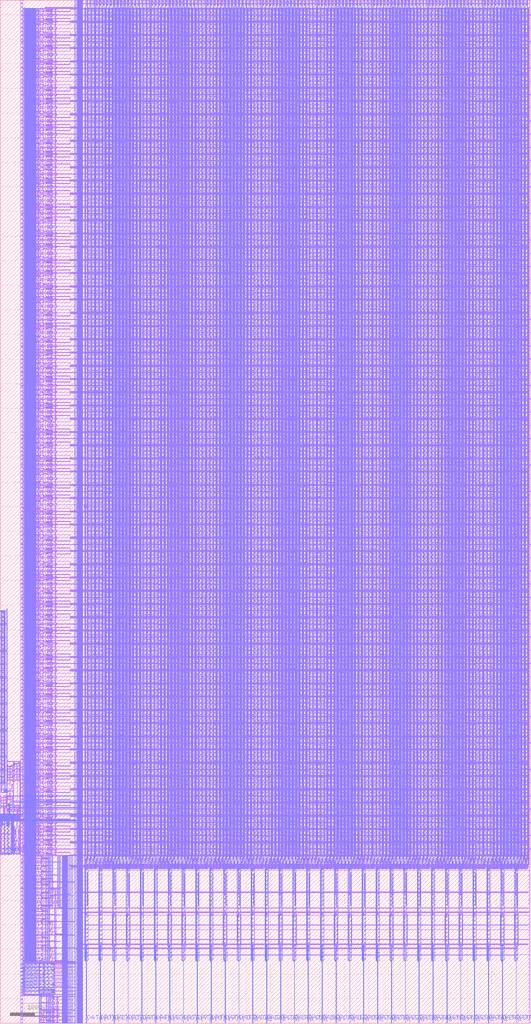
<source format=lef>
VERSION 5.4 ;
NAMESCASESENSITIVE ON ;
BUSBITCHARS "[]" ;
DIVIDERCHAR "/" ;
UNITS
  DATABASE MICRONS 1000 ;
END UNITS
SITE  MacroSite
   CLASS Core ;
   SIZE 107980.0 by 207952.5 ;
END  MacroSite
MACRO sram_1rw_32b_512w_1bank_freepdk45
   CLASS BLOCK ;
   SIZE 107980.0 BY 207952.5 ;
   SYMMETRY X Y R90 ;
   SITE MacroSite ;
   PIN DATA[0]
      DIRECTION INOUT ;
      PORT
         LAYER metal2 ;
         RECT  17512.5 35.0 17582.5 175.0 ;
      END
   END DATA[0]
   PIN DATA[1]
      DIRECTION INOUT ;
      PORT
         LAYER metal2 ;
         RECT  20332.5 35.0 20402.5 175.0 ;
      END
   END DATA[1]
   PIN DATA[2]
      DIRECTION INOUT ;
      PORT
         LAYER metal2 ;
         RECT  23152.5 35.0 23222.5 175.0 ;
      END
   END DATA[2]
   PIN DATA[3]
      DIRECTION INOUT ;
      PORT
         LAYER metal2 ;
         RECT  25972.5 35.0 26042.5 175.0 ;
      END
   END DATA[3]
   PIN DATA[4]
      DIRECTION INOUT ;
      PORT
         LAYER metal2 ;
         RECT  28792.5 35.0 28862.5 175.0 ;
      END
   END DATA[4]
   PIN DATA[5]
      DIRECTION INOUT ;
      PORT
         LAYER metal2 ;
         RECT  31612.5 35.0 31682.5 175.0 ;
      END
   END DATA[5]
   PIN DATA[6]
      DIRECTION INOUT ;
      PORT
         LAYER metal2 ;
         RECT  34432.5 35.0 34502.5 175.0 ;
      END
   END DATA[6]
   PIN DATA[7]
      DIRECTION INOUT ;
      PORT
         LAYER metal2 ;
         RECT  37252.5 35.0 37322.5 175.0 ;
      END
   END DATA[7]
   PIN DATA[8]
      DIRECTION INOUT ;
      PORT
         LAYER metal2 ;
         RECT  40072.5 35.0 40142.5 175.0 ;
      END
   END DATA[8]
   PIN DATA[9]
      DIRECTION INOUT ;
      PORT
         LAYER metal2 ;
         RECT  42892.5 35.0 42962.5 175.0 ;
      END
   END DATA[9]
   PIN DATA[10]
      DIRECTION INOUT ;
      PORT
         LAYER metal2 ;
         RECT  45712.5 35.0 45782.5 175.0 ;
      END
   END DATA[10]
   PIN DATA[11]
      DIRECTION INOUT ;
      PORT
         LAYER metal2 ;
         RECT  48532.5 35.0 48602.5 175.0 ;
      END
   END DATA[11]
   PIN DATA[12]
      DIRECTION INOUT ;
      PORT
         LAYER metal2 ;
         RECT  51352.5 35.0 51422.5 175.0 ;
      END
   END DATA[12]
   PIN DATA[13]
      DIRECTION INOUT ;
      PORT
         LAYER metal2 ;
         RECT  54172.5 35.0 54242.5 175.0 ;
      END
   END DATA[13]
   PIN DATA[14]
      DIRECTION INOUT ;
      PORT
         LAYER metal2 ;
         RECT  56992.5 35.0 57062.5 175.0 ;
      END
   END DATA[14]
   PIN DATA[15]
      DIRECTION INOUT ;
      PORT
         LAYER metal2 ;
         RECT  59812.5 35.0 59882.5 175.0 ;
      END
   END DATA[15]
   PIN DATA[16]
      DIRECTION INOUT ;
      PORT
         LAYER metal2 ;
         RECT  62632.5 35.0 62702.5 175.0 ;
      END
   END DATA[16]
   PIN DATA[17]
      DIRECTION INOUT ;
      PORT
         LAYER metal2 ;
         RECT  65452.5 35.0 65522.5 175.0 ;
      END
   END DATA[17]
   PIN DATA[18]
      DIRECTION INOUT ;
      PORT
         LAYER metal2 ;
         RECT  68272.5 35.0 68342.5 175.0 ;
      END
   END DATA[18]
   PIN DATA[19]
      DIRECTION INOUT ;
      PORT
         LAYER metal2 ;
         RECT  71092.5 35.0 71162.5 175.0 ;
      END
   END DATA[19]
   PIN DATA[20]
      DIRECTION INOUT ;
      PORT
         LAYER metal2 ;
         RECT  73912.5 35.0 73982.5 175.0 ;
      END
   END DATA[20]
   PIN DATA[21]
      DIRECTION INOUT ;
      PORT
         LAYER metal2 ;
         RECT  76732.5 35.0 76802.5 175.0 ;
      END
   END DATA[21]
   PIN DATA[22]
      DIRECTION INOUT ;
      PORT
         LAYER metal2 ;
         RECT  79552.5 35.0 79622.5 175.0 ;
      END
   END DATA[22]
   PIN DATA[23]
      DIRECTION INOUT ;
      PORT
         LAYER metal2 ;
         RECT  82372.5 35.0 82442.5 175.0 ;
      END
   END DATA[23]
   PIN DATA[24]
      DIRECTION INOUT ;
      PORT
         LAYER metal2 ;
         RECT  85192.5 35.0 85262.5 175.0 ;
      END
   END DATA[24]
   PIN DATA[25]
      DIRECTION INOUT ;
      PORT
         LAYER metal2 ;
         RECT  88012.5 35.0 88082.5 175.0 ;
      END
   END DATA[25]
   PIN DATA[26]
      DIRECTION INOUT ;
      PORT
         LAYER metal2 ;
         RECT  90832.5 35.0 90902.5 175.0 ;
      END
   END DATA[26]
   PIN DATA[27]
      DIRECTION INOUT ;
      PORT
         LAYER metal2 ;
         RECT  93652.5 35.0 93722.5 175.0 ;
      END
   END DATA[27]
   PIN DATA[28]
      DIRECTION INOUT ;
      PORT
         LAYER metal2 ;
         RECT  96472.5 35.0 96542.5 175.0 ;
      END
   END DATA[28]
   PIN DATA[29]
      DIRECTION INOUT ;
      PORT
         LAYER metal2 ;
         RECT  99292.5 35.0 99362.5 175.0 ;
      END
   END DATA[29]
   PIN DATA[30]
      DIRECTION INOUT ;
      PORT
         LAYER metal2 ;
         RECT  102112.5 35.0 102182.5 175.0 ;
      END
   END DATA[30]
   PIN DATA[31]
      DIRECTION INOUT ;
      PORT
         LAYER metal2 ;
         RECT  104932.5 35.0 105002.5 175.0 ;
      END
   END DATA[31]
   PIN ADDR[0]
      DIRECTION INPUT ;
      PORT
         LAYER metal3 ;
         RECT  4175.0 11782.5 4655.0 11852.5 ;
      END
   END ADDR[0]
   PIN ADDR[1]
      DIRECTION INPUT ;
      PORT
         LAYER metal3 ;
         RECT  4175.0 11077.5 4655.0 11147.5 ;
      END
   END ADDR[1]
   PIN ADDR[2]
      DIRECTION INPUT ;
      PORT
         LAYER metal3 ;
         RECT  4175.0 10372.5 4655.0 10442.5 ;
      END
   END ADDR[2]
   PIN ADDR[3]
      DIRECTION INPUT ;
      PORT
         LAYER metal3 ;
         RECT  4175.0 9667.5 4655.0 9737.5 ;
      END
   END ADDR[3]
   PIN ADDR[4]
      DIRECTION INPUT ;
      PORT
         LAYER metal3 ;
         RECT  4175.0 8962.5 4655.0 9032.5 ;
      END
   END ADDR[4]
   PIN ADDR[5]
      DIRECTION INPUT ;
      PORT
         LAYER metal3 ;
         RECT  4175.0 8257.5 4655.0 8327.5 ;
      END
   END ADDR[5]
   PIN ADDR[6]
      DIRECTION INPUT ;
      PORT
         LAYER metal3 ;
         RECT  4175.0 7552.5 4655.0 7622.5 ;
      END
   END ADDR[6]
   PIN ADDR[7]
      DIRECTION INPUT ;
      PORT
         LAYER metal3 ;
         RECT  4175.0 6847.5 4655.0 6917.5 ;
      END
   END ADDR[7]
   PIN ADDR[8]
      DIRECTION INPUT ;
      PORT
         LAYER metal3 ;
         RECT  4175.0 6142.5 4655.0 6212.5 ;
      END
   END ADDR[8]
   PIN CSb
      DIRECTION INPUT ;
      PORT
         LAYER metal3 ;
         RECT  1187.5 34240.0 1257.5 34380.0 ;
      END
   END CSb
   PIN WEb
      DIRECTION INPUT ;
      PORT
         LAYER metal3 ;
         RECT  1892.5 34240.0 1962.5 34380.0 ;
      END
   END WEb
   PIN OEb
      DIRECTION INPUT ;
      PORT
         LAYER metal3 ;
         RECT  482.5 34240.0 552.5 34380.0 ;
      END
   END OEb
   PIN clk
      DIRECTION INPUT ;
      PORT
         LAYER metal1 ;
         RECT  3340.0 34240.0 3475.0 34430.0 ;
      END
   END clk
   PIN vdd
      DIRECTION INOUT ;
      USE POWER ; 
      SHAPE ABUTMENT ; 
      PORT
         LAYER metal1 ;
         RECT  107630.0 35.0 107980.0 207987.5 ;
         LAYER metal1 ;
         RECT  4175.0 35.0 4525.0 207987.5 ;
      END
   END vdd
   PIN gnd
      DIRECTION INOUT ;
      USE GROUND ; 
      SHAPE ABUTMENT ; 
      PORT
         LAYER metal2 ;
         RECT  15102.5 35.0 15452.5 207987.5 ;
      END
   END gnd
   OBS
   LAYER  metal1 ;
      RECT  4317.5 41945.0 4382.5 42150.0 ;
      RECT  8890.0 34695.0 8955.0 34760.0 ;
      RECT  8890.0 34422.5 8955.0 34487.5 ;
      RECT  8820.0 34695.0 8922.5 34760.0 ;
      RECT  8890.0 34455.0 8955.0 34727.5 ;
      RECT  8922.5 34422.5 9025.0 34487.5 ;
      RECT  14177.5 34695.0 14242.5 34760.0 ;
      RECT  14177.5 34207.5 14242.5 34272.5 ;
      RECT  11315.0 34695.0 14210.0 34760.0 ;
      RECT  14177.5 34240.0 14242.5 34727.5 ;
      RECT  14210.0 34207.5 17105.0 34272.5 ;
      RECT  8890.0 36130.0 8955.0 36195.0 ;
      RECT  8890.0 36402.5 8955.0 36467.5 ;
      RECT  8820.0 36130.0 8922.5 36195.0 ;
      RECT  8890.0 36162.5 8955.0 36435.0 ;
      RECT  8922.5 36402.5 9025.0 36467.5 ;
      RECT  14177.5 36130.0 14242.5 36195.0 ;
      RECT  14177.5 36617.5 14242.5 36682.5 ;
      RECT  11315.0 36130.0 14210.0 36195.0 ;
      RECT  14177.5 36162.5 14242.5 36650.0 ;
      RECT  14210.0 36617.5 17105.0 36682.5 ;
      RECT  8890.0 37385.0 8955.0 37450.0 ;
      RECT  8890.0 37112.5 8955.0 37177.5 ;
      RECT  8820.0 37385.0 8922.5 37450.0 ;
      RECT  8890.0 37145.0 8955.0 37417.5 ;
      RECT  8922.5 37112.5 9025.0 37177.5 ;
      RECT  14177.5 37385.0 14242.5 37450.0 ;
      RECT  14177.5 36897.5 14242.5 36962.5 ;
      RECT  11315.0 37385.0 14210.0 37450.0 ;
      RECT  14177.5 36930.0 14242.5 37417.5 ;
      RECT  14210.0 36897.5 17105.0 36962.5 ;
      RECT  8890.0 38820.0 8955.0 38885.0 ;
      RECT  8890.0 39092.5 8955.0 39157.5 ;
      RECT  8820.0 38820.0 8922.5 38885.0 ;
      RECT  8890.0 38852.5 8955.0 39125.0 ;
      RECT  8922.5 39092.5 9025.0 39157.5 ;
      RECT  14177.5 38820.0 14242.5 38885.0 ;
      RECT  14177.5 39307.5 14242.5 39372.5 ;
      RECT  11315.0 38820.0 14210.0 38885.0 ;
      RECT  14177.5 38852.5 14242.5 39340.0 ;
      RECT  14210.0 39307.5 17105.0 39372.5 ;
      RECT  8890.0 40075.0 8955.0 40140.0 ;
      RECT  8890.0 39802.5 8955.0 39867.5 ;
      RECT  8820.0 40075.0 8922.5 40140.0 ;
      RECT  8890.0 39835.0 8955.0 40107.5 ;
      RECT  8922.5 39802.5 9025.0 39867.5 ;
      RECT  14177.5 40075.0 14242.5 40140.0 ;
      RECT  14177.5 39587.5 14242.5 39652.5 ;
      RECT  11315.0 40075.0 14210.0 40140.0 ;
      RECT  14177.5 39620.0 14242.5 40107.5 ;
      RECT  14210.0 39587.5 17105.0 39652.5 ;
      RECT  8890.0 41510.0 8955.0 41575.0 ;
      RECT  8890.0 41782.5 8955.0 41847.5 ;
      RECT  8820.0 41510.0 8922.5 41575.0 ;
      RECT  8890.0 41542.5 8955.0 41815.0 ;
      RECT  8922.5 41782.5 9025.0 41847.5 ;
      RECT  14177.5 41510.0 14242.5 41575.0 ;
      RECT  14177.5 41997.5 14242.5 42062.5 ;
      RECT  11315.0 41510.0 14210.0 41575.0 ;
      RECT  14177.5 41542.5 14242.5 42030.0 ;
      RECT  14210.0 41997.5 17105.0 42062.5 ;
      RECT  8890.0 42765.0 8955.0 42830.0 ;
      RECT  8890.0 42492.5 8955.0 42557.5 ;
      RECT  8820.0 42765.0 8922.5 42830.0 ;
      RECT  8890.0 42525.0 8955.0 42797.5 ;
      RECT  8922.5 42492.5 9025.0 42557.5 ;
      RECT  14177.5 42765.0 14242.5 42830.0 ;
      RECT  14177.5 42277.5 14242.5 42342.5 ;
      RECT  11315.0 42765.0 14210.0 42830.0 ;
      RECT  14177.5 42310.0 14242.5 42797.5 ;
      RECT  14210.0 42277.5 17105.0 42342.5 ;
      RECT  8890.0 44200.0 8955.0 44265.0 ;
      RECT  8890.0 44472.5 8955.0 44537.5 ;
      RECT  8820.0 44200.0 8922.5 44265.0 ;
      RECT  8890.0 44232.5 8955.0 44505.0 ;
      RECT  8922.5 44472.5 9025.0 44537.5 ;
      RECT  14177.5 44200.0 14242.5 44265.0 ;
      RECT  14177.5 44687.5 14242.5 44752.5 ;
      RECT  11315.0 44200.0 14210.0 44265.0 ;
      RECT  14177.5 44232.5 14242.5 44720.0 ;
      RECT  14210.0 44687.5 17105.0 44752.5 ;
      RECT  8890.0 45455.0 8955.0 45520.0 ;
      RECT  8890.0 45182.5 8955.0 45247.5 ;
      RECT  8820.0 45455.0 8922.5 45520.0 ;
      RECT  8890.0 45215.0 8955.0 45487.5 ;
      RECT  8922.5 45182.5 9025.0 45247.5 ;
      RECT  14177.5 45455.0 14242.5 45520.0 ;
      RECT  14177.5 44967.5 14242.5 45032.5 ;
      RECT  11315.0 45455.0 14210.0 45520.0 ;
      RECT  14177.5 45000.0 14242.5 45487.5 ;
      RECT  14210.0 44967.5 17105.0 45032.5 ;
      RECT  8890.0 46890.0 8955.0 46955.0 ;
      RECT  8890.0 47162.5 8955.0 47227.5 ;
      RECT  8820.0 46890.0 8922.5 46955.0 ;
      RECT  8890.0 46922.5 8955.0 47195.0 ;
      RECT  8922.5 47162.5 9025.0 47227.5 ;
      RECT  14177.5 46890.0 14242.5 46955.0 ;
      RECT  14177.5 47377.5 14242.5 47442.5 ;
      RECT  11315.0 46890.0 14210.0 46955.0 ;
      RECT  14177.5 46922.5 14242.5 47410.0 ;
      RECT  14210.0 47377.5 17105.0 47442.5 ;
      RECT  8890.0 48145.0 8955.0 48210.0 ;
      RECT  8890.0 47872.5 8955.0 47937.5 ;
      RECT  8820.0 48145.0 8922.5 48210.0 ;
      RECT  8890.0 47905.0 8955.0 48177.5 ;
      RECT  8922.5 47872.5 9025.0 47937.5 ;
      RECT  14177.5 48145.0 14242.5 48210.0 ;
      RECT  14177.5 47657.5 14242.5 47722.5 ;
      RECT  11315.0 48145.0 14210.0 48210.0 ;
      RECT  14177.5 47690.0 14242.5 48177.5 ;
      RECT  14210.0 47657.5 17105.0 47722.5 ;
      RECT  8890.0 49580.0 8955.0 49645.0 ;
      RECT  8890.0 49852.5 8955.0 49917.5 ;
      RECT  8820.0 49580.0 8922.5 49645.0 ;
      RECT  8890.0 49612.5 8955.0 49885.0 ;
      RECT  8922.5 49852.5 9025.0 49917.5 ;
      RECT  14177.5 49580.0 14242.5 49645.0 ;
      RECT  14177.5 50067.5 14242.5 50132.5 ;
      RECT  11315.0 49580.0 14210.0 49645.0 ;
      RECT  14177.5 49612.5 14242.5 50100.0 ;
      RECT  14210.0 50067.5 17105.0 50132.5 ;
      RECT  8890.0 50835.0 8955.0 50900.0 ;
      RECT  8890.0 50562.5 8955.0 50627.5 ;
      RECT  8820.0 50835.0 8922.5 50900.0 ;
      RECT  8890.0 50595.0 8955.0 50867.5 ;
      RECT  8922.5 50562.5 9025.0 50627.5 ;
      RECT  14177.5 50835.0 14242.5 50900.0 ;
      RECT  14177.5 50347.5 14242.5 50412.5 ;
      RECT  11315.0 50835.0 14210.0 50900.0 ;
      RECT  14177.5 50380.0 14242.5 50867.5 ;
      RECT  14210.0 50347.5 17105.0 50412.5 ;
      RECT  8890.0 52270.0 8955.0 52335.0 ;
      RECT  8890.0 52542.5 8955.0 52607.5 ;
      RECT  8820.0 52270.0 8922.5 52335.0 ;
      RECT  8890.0 52302.5 8955.0 52575.0 ;
      RECT  8922.5 52542.5 9025.0 52607.5 ;
      RECT  14177.5 52270.0 14242.5 52335.0 ;
      RECT  14177.5 52757.5 14242.5 52822.5 ;
      RECT  11315.0 52270.0 14210.0 52335.0 ;
      RECT  14177.5 52302.5 14242.5 52790.0 ;
      RECT  14210.0 52757.5 17105.0 52822.5 ;
      RECT  8890.0 53525.0 8955.0 53590.0 ;
      RECT  8890.0 53252.5 8955.0 53317.5 ;
      RECT  8820.0 53525.0 8922.5 53590.0 ;
      RECT  8890.0 53285.0 8955.0 53557.5 ;
      RECT  8922.5 53252.5 9025.0 53317.5 ;
      RECT  14177.5 53525.0 14242.5 53590.0 ;
      RECT  14177.5 53037.5 14242.5 53102.5 ;
      RECT  11315.0 53525.0 14210.0 53590.0 ;
      RECT  14177.5 53070.0 14242.5 53557.5 ;
      RECT  14210.0 53037.5 17105.0 53102.5 ;
      RECT  8890.0 54960.0 8955.0 55025.0 ;
      RECT  8890.0 55232.5 8955.0 55297.5 ;
      RECT  8820.0 54960.0 8922.5 55025.0 ;
      RECT  8890.0 54992.5 8955.0 55265.0 ;
      RECT  8922.5 55232.5 9025.0 55297.5 ;
      RECT  14177.5 54960.0 14242.5 55025.0 ;
      RECT  14177.5 55447.5 14242.5 55512.5 ;
      RECT  11315.0 54960.0 14210.0 55025.0 ;
      RECT  14177.5 54992.5 14242.5 55480.0 ;
      RECT  14210.0 55447.5 17105.0 55512.5 ;
      RECT  8890.0 56215.0 8955.0 56280.0 ;
      RECT  8890.0 55942.5 8955.0 56007.5 ;
      RECT  8820.0 56215.0 8922.5 56280.0 ;
      RECT  8890.0 55975.0 8955.0 56247.5 ;
      RECT  8922.5 55942.5 9025.0 56007.5 ;
      RECT  14177.5 56215.0 14242.5 56280.0 ;
      RECT  14177.5 55727.5 14242.5 55792.5 ;
      RECT  11315.0 56215.0 14210.0 56280.0 ;
      RECT  14177.5 55760.0 14242.5 56247.5 ;
      RECT  14210.0 55727.5 17105.0 55792.5 ;
      RECT  8890.0 57650.0 8955.0 57715.0 ;
      RECT  8890.0 57922.5 8955.0 57987.5 ;
      RECT  8820.0 57650.0 8922.5 57715.0 ;
      RECT  8890.0 57682.5 8955.0 57955.0 ;
      RECT  8922.5 57922.5 9025.0 57987.5 ;
      RECT  14177.5 57650.0 14242.5 57715.0 ;
      RECT  14177.5 58137.5 14242.5 58202.5 ;
      RECT  11315.0 57650.0 14210.0 57715.0 ;
      RECT  14177.5 57682.5 14242.5 58170.0 ;
      RECT  14210.0 58137.5 17105.0 58202.5 ;
      RECT  8890.0 58905.0 8955.0 58970.0 ;
      RECT  8890.0 58632.5 8955.0 58697.5 ;
      RECT  8820.0 58905.0 8922.5 58970.0 ;
      RECT  8890.0 58665.0 8955.0 58937.5 ;
      RECT  8922.5 58632.5 9025.0 58697.5 ;
      RECT  14177.5 58905.0 14242.5 58970.0 ;
      RECT  14177.5 58417.5 14242.5 58482.5 ;
      RECT  11315.0 58905.0 14210.0 58970.0 ;
      RECT  14177.5 58450.0 14242.5 58937.5 ;
      RECT  14210.0 58417.5 17105.0 58482.5 ;
      RECT  8890.0 60340.0 8955.0 60405.0 ;
      RECT  8890.0 60612.5 8955.0 60677.5 ;
      RECT  8820.0 60340.0 8922.5 60405.0 ;
      RECT  8890.0 60372.5 8955.0 60645.0 ;
      RECT  8922.5 60612.5 9025.0 60677.5 ;
      RECT  14177.5 60340.0 14242.5 60405.0 ;
      RECT  14177.5 60827.5 14242.5 60892.5 ;
      RECT  11315.0 60340.0 14210.0 60405.0 ;
      RECT  14177.5 60372.5 14242.5 60860.0 ;
      RECT  14210.0 60827.5 17105.0 60892.5 ;
      RECT  8890.0 61595.0 8955.0 61660.0 ;
      RECT  8890.0 61322.5 8955.0 61387.5 ;
      RECT  8820.0 61595.0 8922.5 61660.0 ;
      RECT  8890.0 61355.0 8955.0 61627.5 ;
      RECT  8922.5 61322.5 9025.0 61387.5 ;
      RECT  14177.5 61595.0 14242.5 61660.0 ;
      RECT  14177.5 61107.5 14242.5 61172.5 ;
      RECT  11315.0 61595.0 14210.0 61660.0 ;
      RECT  14177.5 61140.0 14242.5 61627.5 ;
      RECT  14210.0 61107.5 17105.0 61172.5 ;
      RECT  8890.0 63030.0 8955.0 63095.0 ;
      RECT  8890.0 63302.5 8955.0 63367.5 ;
      RECT  8820.0 63030.0 8922.5 63095.0 ;
      RECT  8890.0 63062.5 8955.0 63335.0 ;
      RECT  8922.5 63302.5 9025.0 63367.5 ;
      RECT  14177.5 63030.0 14242.5 63095.0 ;
      RECT  14177.5 63517.5 14242.5 63582.5 ;
      RECT  11315.0 63030.0 14210.0 63095.0 ;
      RECT  14177.5 63062.5 14242.5 63550.0 ;
      RECT  14210.0 63517.5 17105.0 63582.5 ;
      RECT  8890.0 64285.0 8955.0 64350.0 ;
      RECT  8890.0 64012.5 8955.0 64077.5 ;
      RECT  8820.0 64285.0 8922.5 64350.0 ;
      RECT  8890.0 64045.0 8955.0 64317.5 ;
      RECT  8922.5 64012.5 9025.0 64077.5 ;
      RECT  14177.5 64285.0 14242.5 64350.0 ;
      RECT  14177.5 63797.5 14242.5 63862.5 ;
      RECT  11315.0 64285.0 14210.0 64350.0 ;
      RECT  14177.5 63830.0 14242.5 64317.5 ;
      RECT  14210.0 63797.5 17105.0 63862.5 ;
      RECT  8890.0 65720.0 8955.0 65785.0 ;
      RECT  8890.0 65992.5 8955.0 66057.5 ;
      RECT  8820.0 65720.0 8922.5 65785.0 ;
      RECT  8890.0 65752.5 8955.0 66025.0 ;
      RECT  8922.5 65992.5 9025.0 66057.5 ;
      RECT  14177.5 65720.0 14242.5 65785.0 ;
      RECT  14177.5 66207.5 14242.5 66272.5 ;
      RECT  11315.0 65720.0 14210.0 65785.0 ;
      RECT  14177.5 65752.5 14242.5 66240.0 ;
      RECT  14210.0 66207.5 17105.0 66272.5 ;
      RECT  8890.0 66975.0 8955.0 67040.0 ;
      RECT  8890.0 66702.5 8955.0 66767.5 ;
      RECT  8820.0 66975.0 8922.5 67040.0 ;
      RECT  8890.0 66735.0 8955.0 67007.5 ;
      RECT  8922.5 66702.5 9025.0 66767.5 ;
      RECT  14177.5 66975.0 14242.5 67040.0 ;
      RECT  14177.5 66487.5 14242.5 66552.5 ;
      RECT  11315.0 66975.0 14210.0 67040.0 ;
      RECT  14177.5 66520.0 14242.5 67007.5 ;
      RECT  14210.0 66487.5 17105.0 66552.5 ;
      RECT  8890.0 68410.0 8955.0 68475.0 ;
      RECT  8890.0 68682.5 8955.0 68747.5 ;
      RECT  8820.0 68410.0 8922.5 68475.0 ;
      RECT  8890.0 68442.5 8955.0 68715.0 ;
      RECT  8922.5 68682.5 9025.0 68747.5 ;
      RECT  14177.5 68410.0 14242.5 68475.0 ;
      RECT  14177.5 68897.5 14242.5 68962.5 ;
      RECT  11315.0 68410.0 14210.0 68475.0 ;
      RECT  14177.5 68442.5 14242.5 68930.0 ;
      RECT  14210.0 68897.5 17105.0 68962.5 ;
      RECT  8890.0 69665.0 8955.0 69730.0 ;
      RECT  8890.0 69392.5 8955.0 69457.5 ;
      RECT  8820.0 69665.0 8922.5 69730.0 ;
      RECT  8890.0 69425.0 8955.0 69697.5 ;
      RECT  8922.5 69392.5 9025.0 69457.5 ;
      RECT  14177.5 69665.0 14242.5 69730.0 ;
      RECT  14177.5 69177.5 14242.5 69242.5 ;
      RECT  11315.0 69665.0 14210.0 69730.0 ;
      RECT  14177.5 69210.0 14242.5 69697.5 ;
      RECT  14210.0 69177.5 17105.0 69242.5 ;
      RECT  8890.0 71100.0 8955.0 71165.0 ;
      RECT  8890.0 71372.5 8955.0 71437.5 ;
      RECT  8820.0 71100.0 8922.5 71165.0 ;
      RECT  8890.0 71132.5 8955.0 71405.0 ;
      RECT  8922.5 71372.5 9025.0 71437.5 ;
      RECT  14177.5 71100.0 14242.5 71165.0 ;
      RECT  14177.5 71587.5 14242.5 71652.5 ;
      RECT  11315.0 71100.0 14210.0 71165.0 ;
      RECT  14177.5 71132.5 14242.5 71620.0 ;
      RECT  14210.0 71587.5 17105.0 71652.5 ;
      RECT  8890.0 72355.0 8955.0 72420.0 ;
      RECT  8890.0 72082.5 8955.0 72147.5 ;
      RECT  8820.0 72355.0 8922.5 72420.0 ;
      RECT  8890.0 72115.0 8955.0 72387.5 ;
      RECT  8922.5 72082.5 9025.0 72147.5 ;
      RECT  14177.5 72355.0 14242.5 72420.0 ;
      RECT  14177.5 71867.5 14242.5 71932.5 ;
      RECT  11315.0 72355.0 14210.0 72420.0 ;
      RECT  14177.5 71900.0 14242.5 72387.5 ;
      RECT  14210.0 71867.5 17105.0 71932.5 ;
      RECT  8890.0 73790.0 8955.0 73855.0 ;
      RECT  8890.0 74062.5 8955.0 74127.5 ;
      RECT  8820.0 73790.0 8922.5 73855.0 ;
      RECT  8890.0 73822.5 8955.0 74095.0 ;
      RECT  8922.5 74062.5 9025.0 74127.5 ;
      RECT  14177.5 73790.0 14242.5 73855.0 ;
      RECT  14177.5 74277.5 14242.5 74342.5 ;
      RECT  11315.0 73790.0 14210.0 73855.0 ;
      RECT  14177.5 73822.5 14242.5 74310.0 ;
      RECT  14210.0 74277.5 17105.0 74342.5 ;
      RECT  8890.0 75045.0 8955.0 75110.0 ;
      RECT  8890.0 74772.5 8955.0 74837.5 ;
      RECT  8820.0 75045.0 8922.5 75110.0 ;
      RECT  8890.0 74805.0 8955.0 75077.5 ;
      RECT  8922.5 74772.5 9025.0 74837.5 ;
      RECT  14177.5 75045.0 14242.5 75110.0 ;
      RECT  14177.5 74557.5 14242.5 74622.5 ;
      RECT  11315.0 75045.0 14210.0 75110.0 ;
      RECT  14177.5 74590.0 14242.5 75077.5 ;
      RECT  14210.0 74557.5 17105.0 74622.5 ;
      RECT  8890.0 76480.0 8955.0 76545.0 ;
      RECT  8890.0 76752.5 8955.0 76817.5 ;
      RECT  8820.0 76480.0 8922.5 76545.0 ;
      RECT  8890.0 76512.5 8955.0 76785.0 ;
      RECT  8922.5 76752.5 9025.0 76817.5 ;
      RECT  14177.5 76480.0 14242.5 76545.0 ;
      RECT  14177.5 76967.5 14242.5 77032.5 ;
      RECT  11315.0 76480.0 14210.0 76545.0 ;
      RECT  14177.5 76512.5 14242.5 77000.0 ;
      RECT  14210.0 76967.5 17105.0 77032.5 ;
      RECT  8890.0 77735.0 8955.0 77800.0 ;
      RECT  8890.0 77462.5 8955.0 77527.5 ;
      RECT  8820.0 77735.0 8922.5 77800.0 ;
      RECT  8890.0 77495.0 8955.0 77767.5 ;
      RECT  8922.5 77462.5 9025.0 77527.5 ;
      RECT  14177.5 77735.0 14242.5 77800.0 ;
      RECT  14177.5 77247.5 14242.5 77312.5 ;
      RECT  11315.0 77735.0 14210.0 77800.0 ;
      RECT  14177.5 77280.0 14242.5 77767.5 ;
      RECT  14210.0 77247.5 17105.0 77312.5 ;
      RECT  8890.0 79170.0 8955.0 79235.0 ;
      RECT  8890.0 79442.5 8955.0 79507.5 ;
      RECT  8820.0 79170.0 8922.5 79235.0 ;
      RECT  8890.0 79202.5 8955.0 79475.0 ;
      RECT  8922.5 79442.5 9025.0 79507.5 ;
      RECT  14177.5 79170.0 14242.5 79235.0 ;
      RECT  14177.5 79657.5 14242.5 79722.5 ;
      RECT  11315.0 79170.0 14210.0 79235.0 ;
      RECT  14177.5 79202.5 14242.5 79690.0 ;
      RECT  14210.0 79657.5 17105.0 79722.5 ;
      RECT  8890.0 80425.0 8955.0 80490.0 ;
      RECT  8890.0 80152.5 8955.0 80217.5 ;
      RECT  8820.0 80425.0 8922.5 80490.0 ;
      RECT  8890.0 80185.0 8955.0 80457.5 ;
      RECT  8922.5 80152.5 9025.0 80217.5 ;
      RECT  14177.5 80425.0 14242.5 80490.0 ;
      RECT  14177.5 79937.5 14242.5 80002.5 ;
      RECT  11315.0 80425.0 14210.0 80490.0 ;
      RECT  14177.5 79970.0 14242.5 80457.5 ;
      RECT  14210.0 79937.5 17105.0 80002.5 ;
      RECT  8890.0 81860.0 8955.0 81925.0 ;
      RECT  8890.0 82132.5 8955.0 82197.5 ;
      RECT  8820.0 81860.0 8922.5 81925.0 ;
      RECT  8890.0 81892.5 8955.0 82165.0 ;
      RECT  8922.5 82132.5 9025.0 82197.5 ;
      RECT  14177.5 81860.0 14242.5 81925.0 ;
      RECT  14177.5 82347.5 14242.5 82412.5 ;
      RECT  11315.0 81860.0 14210.0 81925.0 ;
      RECT  14177.5 81892.5 14242.5 82380.0 ;
      RECT  14210.0 82347.5 17105.0 82412.5 ;
      RECT  8890.0 83115.0 8955.0 83180.0 ;
      RECT  8890.0 82842.5 8955.0 82907.5 ;
      RECT  8820.0 83115.0 8922.5 83180.0 ;
      RECT  8890.0 82875.0 8955.0 83147.5 ;
      RECT  8922.5 82842.5 9025.0 82907.5 ;
      RECT  14177.5 83115.0 14242.5 83180.0 ;
      RECT  14177.5 82627.5 14242.5 82692.5 ;
      RECT  11315.0 83115.0 14210.0 83180.0 ;
      RECT  14177.5 82660.0 14242.5 83147.5 ;
      RECT  14210.0 82627.5 17105.0 82692.5 ;
      RECT  8890.0 84550.0 8955.0 84615.0 ;
      RECT  8890.0 84822.5 8955.0 84887.5 ;
      RECT  8820.0 84550.0 8922.5 84615.0 ;
      RECT  8890.0 84582.5 8955.0 84855.0 ;
      RECT  8922.5 84822.5 9025.0 84887.5 ;
      RECT  14177.5 84550.0 14242.5 84615.0 ;
      RECT  14177.5 85037.5 14242.5 85102.5 ;
      RECT  11315.0 84550.0 14210.0 84615.0 ;
      RECT  14177.5 84582.5 14242.5 85070.0 ;
      RECT  14210.0 85037.5 17105.0 85102.5 ;
      RECT  8890.0 85805.0 8955.0 85870.0 ;
      RECT  8890.0 85532.5 8955.0 85597.5 ;
      RECT  8820.0 85805.0 8922.5 85870.0 ;
      RECT  8890.0 85565.0 8955.0 85837.5 ;
      RECT  8922.5 85532.5 9025.0 85597.5 ;
      RECT  14177.5 85805.0 14242.5 85870.0 ;
      RECT  14177.5 85317.5 14242.5 85382.5 ;
      RECT  11315.0 85805.0 14210.0 85870.0 ;
      RECT  14177.5 85350.0 14242.5 85837.5 ;
      RECT  14210.0 85317.5 17105.0 85382.5 ;
      RECT  8890.0 87240.0 8955.0 87305.0 ;
      RECT  8890.0 87512.5 8955.0 87577.5 ;
      RECT  8820.0 87240.0 8922.5 87305.0 ;
      RECT  8890.0 87272.5 8955.0 87545.0 ;
      RECT  8922.5 87512.5 9025.0 87577.5 ;
      RECT  14177.5 87240.0 14242.5 87305.0 ;
      RECT  14177.5 87727.5 14242.5 87792.5 ;
      RECT  11315.0 87240.0 14210.0 87305.0 ;
      RECT  14177.5 87272.5 14242.5 87760.0 ;
      RECT  14210.0 87727.5 17105.0 87792.5 ;
      RECT  8890.0 88495.0 8955.0 88560.0 ;
      RECT  8890.0 88222.5 8955.0 88287.5 ;
      RECT  8820.0 88495.0 8922.5 88560.0 ;
      RECT  8890.0 88255.0 8955.0 88527.5 ;
      RECT  8922.5 88222.5 9025.0 88287.5 ;
      RECT  14177.5 88495.0 14242.5 88560.0 ;
      RECT  14177.5 88007.5 14242.5 88072.5 ;
      RECT  11315.0 88495.0 14210.0 88560.0 ;
      RECT  14177.5 88040.0 14242.5 88527.5 ;
      RECT  14210.0 88007.5 17105.0 88072.5 ;
      RECT  8890.0 89930.0 8955.0 89995.0 ;
      RECT  8890.0 90202.5 8955.0 90267.5 ;
      RECT  8820.0 89930.0 8922.5 89995.0 ;
      RECT  8890.0 89962.5 8955.0 90235.0 ;
      RECT  8922.5 90202.5 9025.0 90267.5 ;
      RECT  14177.5 89930.0 14242.5 89995.0 ;
      RECT  14177.5 90417.5 14242.5 90482.5 ;
      RECT  11315.0 89930.0 14210.0 89995.0 ;
      RECT  14177.5 89962.5 14242.5 90450.0 ;
      RECT  14210.0 90417.5 17105.0 90482.5 ;
      RECT  8890.0 91185.0 8955.0 91250.0 ;
      RECT  8890.0 90912.5 8955.0 90977.5 ;
      RECT  8820.0 91185.0 8922.5 91250.0 ;
      RECT  8890.0 90945.0 8955.0 91217.5 ;
      RECT  8922.5 90912.5 9025.0 90977.5 ;
      RECT  14177.5 91185.0 14242.5 91250.0 ;
      RECT  14177.5 90697.5 14242.5 90762.5 ;
      RECT  11315.0 91185.0 14210.0 91250.0 ;
      RECT  14177.5 90730.0 14242.5 91217.5 ;
      RECT  14210.0 90697.5 17105.0 90762.5 ;
      RECT  8890.0 92620.0 8955.0 92685.0 ;
      RECT  8890.0 92892.5 8955.0 92957.5 ;
      RECT  8820.0 92620.0 8922.5 92685.0 ;
      RECT  8890.0 92652.5 8955.0 92925.0 ;
      RECT  8922.5 92892.5 9025.0 92957.5 ;
      RECT  14177.5 92620.0 14242.5 92685.0 ;
      RECT  14177.5 93107.5 14242.5 93172.5 ;
      RECT  11315.0 92620.0 14210.0 92685.0 ;
      RECT  14177.5 92652.5 14242.5 93140.0 ;
      RECT  14210.0 93107.5 17105.0 93172.5 ;
      RECT  8890.0 93875.0 8955.0 93940.0 ;
      RECT  8890.0 93602.5 8955.0 93667.5 ;
      RECT  8820.0 93875.0 8922.5 93940.0 ;
      RECT  8890.0 93635.0 8955.0 93907.5 ;
      RECT  8922.5 93602.5 9025.0 93667.5 ;
      RECT  14177.5 93875.0 14242.5 93940.0 ;
      RECT  14177.5 93387.5 14242.5 93452.5 ;
      RECT  11315.0 93875.0 14210.0 93940.0 ;
      RECT  14177.5 93420.0 14242.5 93907.5 ;
      RECT  14210.0 93387.5 17105.0 93452.5 ;
      RECT  8890.0 95310.0 8955.0 95375.0 ;
      RECT  8890.0 95582.5 8955.0 95647.5 ;
      RECT  8820.0 95310.0 8922.5 95375.0 ;
      RECT  8890.0 95342.5 8955.0 95615.0 ;
      RECT  8922.5 95582.5 9025.0 95647.5 ;
      RECT  14177.5 95310.0 14242.5 95375.0 ;
      RECT  14177.5 95797.5 14242.5 95862.5 ;
      RECT  11315.0 95310.0 14210.0 95375.0 ;
      RECT  14177.5 95342.5 14242.5 95830.0 ;
      RECT  14210.0 95797.5 17105.0 95862.5 ;
      RECT  8890.0 96565.0 8955.0 96630.0 ;
      RECT  8890.0 96292.5 8955.0 96357.5 ;
      RECT  8820.0 96565.0 8922.5 96630.0 ;
      RECT  8890.0 96325.0 8955.0 96597.5 ;
      RECT  8922.5 96292.5 9025.0 96357.5 ;
      RECT  14177.5 96565.0 14242.5 96630.0 ;
      RECT  14177.5 96077.5 14242.5 96142.5 ;
      RECT  11315.0 96565.0 14210.0 96630.0 ;
      RECT  14177.5 96110.0 14242.5 96597.5 ;
      RECT  14210.0 96077.5 17105.0 96142.5 ;
      RECT  8890.0 98000.0 8955.0 98065.0 ;
      RECT  8890.0 98272.5 8955.0 98337.5 ;
      RECT  8820.0 98000.0 8922.5 98065.0 ;
      RECT  8890.0 98032.5 8955.0 98305.0 ;
      RECT  8922.5 98272.5 9025.0 98337.5 ;
      RECT  14177.5 98000.0 14242.5 98065.0 ;
      RECT  14177.5 98487.5 14242.5 98552.5 ;
      RECT  11315.0 98000.0 14210.0 98065.0 ;
      RECT  14177.5 98032.5 14242.5 98520.0 ;
      RECT  14210.0 98487.5 17105.0 98552.5 ;
      RECT  8890.0 99255.0 8955.0 99320.0 ;
      RECT  8890.0 98982.5 8955.0 99047.5 ;
      RECT  8820.0 99255.0 8922.5 99320.0 ;
      RECT  8890.0 99015.0 8955.0 99287.5 ;
      RECT  8922.5 98982.5 9025.0 99047.5 ;
      RECT  14177.5 99255.0 14242.5 99320.0 ;
      RECT  14177.5 98767.5 14242.5 98832.5 ;
      RECT  11315.0 99255.0 14210.0 99320.0 ;
      RECT  14177.5 98800.0 14242.5 99287.5 ;
      RECT  14210.0 98767.5 17105.0 98832.5 ;
      RECT  8890.0 100690.0 8955.0 100755.0 ;
      RECT  8890.0 100962.5 8955.0 101027.5 ;
      RECT  8820.0 100690.0 8922.5 100755.0 ;
      RECT  8890.0 100722.5 8955.0 100995.0 ;
      RECT  8922.5 100962.5 9025.0 101027.5 ;
      RECT  14177.5 100690.0 14242.5 100755.0 ;
      RECT  14177.5 101177.5 14242.5 101242.5 ;
      RECT  11315.0 100690.0 14210.0 100755.0 ;
      RECT  14177.5 100722.5 14242.5 101210.0 ;
      RECT  14210.0 101177.5 17105.0 101242.5 ;
      RECT  8890.0 101945.0 8955.0 102010.0 ;
      RECT  8890.0 101672.5 8955.0 101737.5 ;
      RECT  8820.0 101945.0 8922.5 102010.0 ;
      RECT  8890.0 101705.0 8955.0 101977.5 ;
      RECT  8922.5 101672.5 9025.0 101737.5 ;
      RECT  14177.5 101945.0 14242.5 102010.0 ;
      RECT  14177.5 101457.5 14242.5 101522.5 ;
      RECT  11315.0 101945.0 14210.0 102010.0 ;
      RECT  14177.5 101490.0 14242.5 101977.5 ;
      RECT  14210.0 101457.5 17105.0 101522.5 ;
      RECT  8890.0 103380.0 8955.0 103445.0 ;
      RECT  8890.0 103652.5 8955.0 103717.5 ;
      RECT  8820.0 103380.0 8922.5 103445.0 ;
      RECT  8890.0 103412.5 8955.0 103685.0 ;
      RECT  8922.5 103652.5 9025.0 103717.5 ;
      RECT  14177.5 103380.0 14242.5 103445.0 ;
      RECT  14177.5 103867.5 14242.5 103932.5 ;
      RECT  11315.0 103380.0 14210.0 103445.0 ;
      RECT  14177.5 103412.5 14242.5 103900.0 ;
      RECT  14210.0 103867.5 17105.0 103932.5 ;
      RECT  8890.0 104635.0 8955.0 104700.0 ;
      RECT  8890.0 104362.5 8955.0 104427.5 ;
      RECT  8820.0 104635.0 8922.5 104700.0 ;
      RECT  8890.0 104395.0 8955.0 104667.5 ;
      RECT  8922.5 104362.5 9025.0 104427.5 ;
      RECT  14177.5 104635.0 14242.5 104700.0 ;
      RECT  14177.5 104147.5 14242.5 104212.5 ;
      RECT  11315.0 104635.0 14210.0 104700.0 ;
      RECT  14177.5 104180.0 14242.5 104667.5 ;
      RECT  14210.0 104147.5 17105.0 104212.5 ;
      RECT  8890.0 106070.0 8955.0 106135.0 ;
      RECT  8890.0 106342.5 8955.0 106407.5 ;
      RECT  8820.0 106070.0 8922.5 106135.0 ;
      RECT  8890.0 106102.5 8955.0 106375.0 ;
      RECT  8922.5 106342.5 9025.0 106407.5 ;
      RECT  14177.5 106070.0 14242.5 106135.0 ;
      RECT  14177.5 106557.5 14242.5 106622.5 ;
      RECT  11315.0 106070.0 14210.0 106135.0 ;
      RECT  14177.5 106102.5 14242.5 106590.0 ;
      RECT  14210.0 106557.5 17105.0 106622.5 ;
      RECT  8890.0 107325.0 8955.0 107390.0 ;
      RECT  8890.0 107052.5 8955.0 107117.5 ;
      RECT  8820.0 107325.0 8922.5 107390.0 ;
      RECT  8890.0 107085.0 8955.0 107357.5 ;
      RECT  8922.5 107052.5 9025.0 107117.5 ;
      RECT  14177.5 107325.0 14242.5 107390.0 ;
      RECT  14177.5 106837.5 14242.5 106902.5 ;
      RECT  11315.0 107325.0 14210.0 107390.0 ;
      RECT  14177.5 106870.0 14242.5 107357.5 ;
      RECT  14210.0 106837.5 17105.0 106902.5 ;
      RECT  8890.0 108760.0 8955.0 108825.0 ;
      RECT  8890.0 109032.5 8955.0 109097.5 ;
      RECT  8820.0 108760.0 8922.5 108825.0 ;
      RECT  8890.0 108792.5 8955.0 109065.0 ;
      RECT  8922.5 109032.5 9025.0 109097.5 ;
      RECT  14177.5 108760.0 14242.5 108825.0 ;
      RECT  14177.5 109247.5 14242.5 109312.5 ;
      RECT  11315.0 108760.0 14210.0 108825.0 ;
      RECT  14177.5 108792.5 14242.5 109280.0 ;
      RECT  14210.0 109247.5 17105.0 109312.5 ;
      RECT  8890.0 110015.0 8955.0 110080.0 ;
      RECT  8890.0 109742.5 8955.0 109807.5 ;
      RECT  8820.0 110015.0 8922.5 110080.0 ;
      RECT  8890.0 109775.0 8955.0 110047.5 ;
      RECT  8922.5 109742.5 9025.0 109807.5 ;
      RECT  14177.5 110015.0 14242.5 110080.0 ;
      RECT  14177.5 109527.5 14242.5 109592.5 ;
      RECT  11315.0 110015.0 14210.0 110080.0 ;
      RECT  14177.5 109560.0 14242.5 110047.5 ;
      RECT  14210.0 109527.5 17105.0 109592.5 ;
      RECT  8890.0 111450.0 8955.0 111515.0 ;
      RECT  8890.0 111722.5 8955.0 111787.5 ;
      RECT  8820.0 111450.0 8922.5 111515.0 ;
      RECT  8890.0 111482.5 8955.0 111755.0 ;
      RECT  8922.5 111722.5 9025.0 111787.5 ;
      RECT  14177.5 111450.0 14242.5 111515.0 ;
      RECT  14177.5 111937.5 14242.5 112002.5 ;
      RECT  11315.0 111450.0 14210.0 111515.0 ;
      RECT  14177.5 111482.5 14242.5 111970.0 ;
      RECT  14210.0 111937.5 17105.0 112002.5 ;
      RECT  8890.0 112705.0 8955.0 112770.0 ;
      RECT  8890.0 112432.5 8955.0 112497.5 ;
      RECT  8820.0 112705.0 8922.5 112770.0 ;
      RECT  8890.0 112465.0 8955.0 112737.5 ;
      RECT  8922.5 112432.5 9025.0 112497.5 ;
      RECT  14177.5 112705.0 14242.5 112770.0 ;
      RECT  14177.5 112217.5 14242.5 112282.5 ;
      RECT  11315.0 112705.0 14210.0 112770.0 ;
      RECT  14177.5 112250.0 14242.5 112737.5 ;
      RECT  14210.0 112217.5 17105.0 112282.5 ;
      RECT  8890.0 114140.0 8955.0 114205.0 ;
      RECT  8890.0 114412.5 8955.0 114477.5 ;
      RECT  8820.0 114140.0 8922.5 114205.0 ;
      RECT  8890.0 114172.5 8955.0 114445.0 ;
      RECT  8922.5 114412.5 9025.0 114477.5 ;
      RECT  14177.5 114140.0 14242.5 114205.0 ;
      RECT  14177.5 114627.5 14242.5 114692.5 ;
      RECT  11315.0 114140.0 14210.0 114205.0 ;
      RECT  14177.5 114172.5 14242.5 114660.0 ;
      RECT  14210.0 114627.5 17105.0 114692.5 ;
      RECT  8890.0 115395.0 8955.0 115460.0 ;
      RECT  8890.0 115122.5 8955.0 115187.5 ;
      RECT  8820.0 115395.0 8922.5 115460.0 ;
      RECT  8890.0 115155.0 8955.0 115427.5 ;
      RECT  8922.5 115122.5 9025.0 115187.5 ;
      RECT  14177.5 115395.0 14242.5 115460.0 ;
      RECT  14177.5 114907.5 14242.5 114972.5 ;
      RECT  11315.0 115395.0 14210.0 115460.0 ;
      RECT  14177.5 114940.0 14242.5 115427.5 ;
      RECT  14210.0 114907.5 17105.0 114972.5 ;
      RECT  8890.0 116830.0 8955.0 116895.0 ;
      RECT  8890.0 117102.5 8955.0 117167.5 ;
      RECT  8820.0 116830.0 8922.5 116895.0 ;
      RECT  8890.0 116862.5 8955.0 117135.0 ;
      RECT  8922.5 117102.5 9025.0 117167.5 ;
      RECT  14177.5 116830.0 14242.5 116895.0 ;
      RECT  14177.5 117317.5 14242.5 117382.5 ;
      RECT  11315.0 116830.0 14210.0 116895.0 ;
      RECT  14177.5 116862.5 14242.5 117350.0 ;
      RECT  14210.0 117317.5 17105.0 117382.5 ;
      RECT  8890.0 118085.0 8955.0 118150.0 ;
      RECT  8890.0 117812.5 8955.0 117877.5 ;
      RECT  8820.0 118085.0 8922.5 118150.0 ;
      RECT  8890.0 117845.0 8955.0 118117.5 ;
      RECT  8922.5 117812.5 9025.0 117877.5 ;
      RECT  14177.5 118085.0 14242.5 118150.0 ;
      RECT  14177.5 117597.5 14242.5 117662.5 ;
      RECT  11315.0 118085.0 14210.0 118150.0 ;
      RECT  14177.5 117630.0 14242.5 118117.5 ;
      RECT  14210.0 117597.5 17105.0 117662.5 ;
      RECT  8890.0 119520.0 8955.0 119585.0 ;
      RECT  8890.0 119792.5 8955.0 119857.5 ;
      RECT  8820.0 119520.0 8922.5 119585.0 ;
      RECT  8890.0 119552.5 8955.0 119825.0 ;
      RECT  8922.5 119792.5 9025.0 119857.5 ;
      RECT  14177.5 119520.0 14242.5 119585.0 ;
      RECT  14177.5 120007.5 14242.5 120072.5 ;
      RECT  11315.0 119520.0 14210.0 119585.0 ;
      RECT  14177.5 119552.5 14242.5 120040.0 ;
      RECT  14210.0 120007.5 17105.0 120072.5 ;
      RECT  8890.0 120775.0 8955.0 120840.0 ;
      RECT  8890.0 120502.5 8955.0 120567.5 ;
      RECT  8820.0 120775.0 8922.5 120840.0 ;
      RECT  8890.0 120535.0 8955.0 120807.5 ;
      RECT  8922.5 120502.5 9025.0 120567.5 ;
      RECT  14177.5 120775.0 14242.5 120840.0 ;
      RECT  14177.5 120287.5 14242.5 120352.5 ;
      RECT  11315.0 120775.0 14210.0 120840.0 ;
      RECT  14177.5 120320.0 14242.5 120807.5 ;
      RECT  14210.0 120287.5 17105.0 120352.5 ;
      RECT  8890.0 122210.0 8955.0 122275.0 ;
      RECT  8890.0 122482.5 8955.0 122547.5 ;
      RECT  8820.0 122210.0 8922.5 122275.0 ;
      RECT  8890.0 122242.5 8955.0 122515.0 ;
      RECT  8922.5 122482.5 9025.0 122547.5 ;
      RECT  14177.5 122210.0 14242.5 122275.0 ;
      RECT  14177.5 122697.5 14242.5 122762.5 ;
      RECT  11315.0 122210.0 14210.0 122275.0 ;
      RECT  14177.5 122242.5 14242.5 122730.0 ;
      RECT  14210.0 122697.5 17105.0 122762.5 ;
      RECT  8890.0 123465.0 8955.0 123530.0 ;
      RECT  8890.0 123192.5 8955.0 123257.5 ;
      RECT  8820.0 123465.0 8922.5 123530.0 ;
      RECT  8890.0 123225.0 8955.0 123497.5 ;
      RECT  8922.5 123192.5 9025.0 123257.5 ;
      RECT  14177.5 123465.0 14242.5 123530.0 ;
      RECT  14177.5 122977.5 14242.5 123042.5 ;
      RECT  11315.0 123465.0 14210.0 123530.0 ;
      RECT  14177.5 123010.0 14242.5 123497.5 ;
      RECT  14210.0 122977.5 17105.0 123042.5 ;
      RECT  8890.0 124900.0 8955.0 124965.0 ;
      RECT  8890.0 125172.5 8955.0 125237.5 ;
      RECT  8820.0 124900.0 8922.5 124965.0 ;
      RECT  8890.0 124932.5 8955.0 125205.0 ;
      RECT  8922.5 125172.5 9025.0 125237.5 ;
      RECT  14177.5 124900.0 14242.5 124965.0 ;
      RECT  14177.5 125387.5 14242.5 125452.5 ;
      RECT  11315.0 124900.0 14210.0 124965.0 ;
      RECT  14177.5 124932.5 14242.5 125420.0 ;
      RECT  14210.0 125387.5 17105.0 125452.5 ;
      RECT  8890.0 126155.0 8955.0 126220.0 ;
      RECT  8890.0 125882.5 8955.0 125947.5 ;
      RECT  8820.0 126155.0 8922.5 126220.0 ;
      RECT  8890.0 125915.0 8955.0 126187.5 ;
      RECT  8922.5 125882.5 9025.0 125947.5 ;
      RECT  14177.5 126155.0 14242.5 126220.0 ;
      RECT  14177.5 125667.5 14242.5 125732.5 ;
      RECT  11315.0 126155.0 14210.0 126220.0 ;
      RECT  14177.5 125700.0 14242.5 126187.5 ;
      RECT  14210.0 125667.5 17105.0 125732.5 ;
      RECT  8890.0 127590.0 8955.0 127655.0 ;
      RECT  8890.0 127862.5 8955.0 127927.5 ;
      RECT  8820.0 127590.0 8922.5 127655.0 ;
      RECT  8890.0 127622.5 8955.0 127895.0 ;
      RECT  8922.5 127862.5 9025.0 127927.5 ;
      RECT  14177.5 127590.0 14242.5 127655.0 ;
      RECT  14177.5 128077.5 14242.5 128142.5 ;
      RECT  11315.0 127590.0 14210.0 127655.0 ;
      RECT  14177.5 127622.5 14242.5 128110.0 ;
      RECT  14210.0 128077.5 17105.0 128142.5 ;
      RECT  8890.0 128845.0 8955.0 128910.0 ;
      RECT  8890.0 128572.5 8955.0 128637.5 ;
      RECT  8820.0 128845.0 8922.5 128910.0 ;
      RECT  8890.0 128605.0 8955.0 128877.5 ;
      RECT  8922.5 128572.5 9025.0 128637.5 ;
      RECT  14177.5 128845.0 14242.5 128910.0 ;
      RECT  14177.5 128357.5 14242.5 128422.5 ;
      RECT  11315.0 128845.0 14210.0 128910.0 ;
      RECT  14177.5 128390.0 14242.5 128877.5 ;
      RECT  14210.0 128357.5 17105.0 128422.5 ;
      RECT  8890.0 130280.0 8955.0 130345.0 ;
      RECT  8890.0 130552.5 8955.0 130617.5 ;
      RECT  8820.0 130280.0 8922.5 130345.0 ;
      RECT  8890.0 130312.5 8955.0 130585.0 ;
      RECT  8922.5 130552.5 9025.0 130617.5 ;
      RECT  14177.5 130280.0 14242.5 130345.0 ;
      RECT  14177.5 130767.5 14242.5 130832.5 ;
      RECT  11315.0 130280.0 14210.0 130345.0 ;
      RECT  14177.5 130312.5 14242.5 130800.0 ;
      RECT  14210.0 130767.5 17105.0 130832.5 ;
      RECT  8890.0 131535.0 8955.0 131600.0 ;
      RECT  8890.0 131262.5 8955.0 131327.5 ;
      RECT  8820.0 131535.0 8922.5 131600.0 ;
      RECT  8890.0 131295.0 8955.0 131567.5 ;
      RECT  8922.5 131262.5 9025.0 131327.5 ;
      RECT  14177.5 131535.0 14242.5 131600.0 ;
      RECT  14177.5 131047.5 14242.5 131112.5 ;
      RECT  11315.0 131535.0 14210.0 131600.0 ;
      RECT  14177.5 131080.0 14242.5 131567.5 ;
      RECT  14210.0 131047.5 17105.0 131112.5 ;
      RECT  8890.0 132970.0 8955.0 133035.0 ;
      RECT  8890.0 133242.5 8955.0 133307.5 ;
      RECT  8820.0 132970.0 8922.5 133035.0 ;
      RECT  8890.0 133002.5 8955.0 133275.0 ;
      RECT  8922.5 133242.5 9025.0 133307.5 ;
      RECT  14177.5 132970.0 14242.5 133035.0 ;
      RECT  14177.5 133457.5 14242.5 133522.5 ;
      RECT  11315.0 132970.0 14210.0 133035.0 ;
      RECT  14177.5 133002.5 14242.5 133490.0 ;
      RECT  14210.0 133457.5 17105.0 133522.5 ;
      RECT  8890.0 134225.0 8955.0 134290.0 ;
      RECT  8890.0 133952.5 8955.0 134017.5 ;
      RECT  8820.0 134225.0 8922.5 134290.0 ;
      RECT  8890.0 133985.0 8955.0 134257.5 ;
      RECT  8922.5 133952.5 9025.0 134017.5 ;
      RECT  14177.5 134225.0 14242.5 134290.0 ;
      RECT  14177.5 133737.5 14242.5 133802.5 ;
      RECT  11315.0 134225.0 14210.0 134290.0 ;
      RECT  14177.5 133770.0 14242.5 134257.5 ;
      RECT  14210.0 133737.5 17105.0 133802.5 ;
      RECT  8890.0 135660.0 8955.0 135725.0 ;
      RECT  8890.0 135932.5 8955.0 135997.5 ;
      RECT  8820.0 135660.0 8922.5 135725.0 ;
      RECT  8890.0 135692.5 8955.0 135965.0 ;
      RECT  8922.5 135932.5 9025.0 135997.5 ;
      RECT  14177.5 135660.0 14242.5 135725.0 ;
      RECT  14177.5 136147.5 14242.5 136212.5 ;
      RECT  11315.0 135660.0 14210.0 135725.0 ;
      RECT  14177.5 135692.5 14242.5 136180.0 ;
      RECT  14210.0 136147.5 17105.0 136212.5 ;
      RECT  8890.0 136915.0 8955.0 136980.0 ;
      RECT  8890.0 136642.5 8955.0 136707.5 ;
      RECT  8820.0 136915.0 8922.5 136980.0 ;
      RECT  8890.0 136675.0 8955.0 136947.5 ;
      RECT  8922.5 136642.5 9025.0 136707.5 ;
      RECT  14177.5 136915.0 14242.5 136980.0 ;
      RECT  14177.5 136427.5 14242.5 136492.5 ;
      RECT  11315.0 136915.0 14210.0 136980.0 ;
      RECT  14177.5 136460.0 14242.5 136947.5 ;
      RECT  14210.0 136427.5 17105.0 136492.5 ;
      RECT  8890.0 138350.0 8955.0 138415.0 ;
      RECT  8890.0 138622.5 8955.0 138687.5 ;
      RECT  8820.0 138350.0 8922.5 138415.0 ;
      RECT  8890.0 138382.5 8955.0 138655.0 ;
      RECT  8922.5 138622.5 9025.0 138687.5 ;
      RECT  14177.5 138350.0 14242.5 138415.0 ;
      RECT  14177.5 138837.5 14242.5 138902.5 ;
      RECT  11315.0 138350.0 14210.0 138415.0 ;
      RECT  14177.5 138382.5 14242.5 138870.0 ;
      RECT  14210.0 138837.5 17105.0 138902.5 ;
      RECT  8890.0 139605.0 8955.0 139670.0 ;
      RECT  8890.0 139332.5 8955.0 139397.5 ;
      RECT  8820.0 139605.0 8922.5 139670.0 ;
      RECT  8890.0 139365.0 8955.0 139637.5 ;
      RECT  8922.5 139332.5 9025.0 139397.5 ;
      RECT  14177.5 139605.0 14242.5 139670.0 ;
      RECT  14177.5 139117.5 14242.5 139182.5 ;
      RECT  11315.0 139605.0 14210.0 139670.0 ;
      RECT  14177.5 139150.0 14242.5 139637.5 ;
      RECT  14210.0 139117.5 17105.0 139182.5 ;
      RECT  8890.0 141040.0 8955.0 141105.0 ;
      RECT  8890.0 141312.5 8955.0 141377.5 ;
      RECT  8820.0 141040.0 8922.5 141105.0 ;
      RECT  8890.0 141072.5 8955.0 141345.0 ;
      RECT  8922.5 141312.5 9025.0 141377.5 ;
      RECT  14177.5 141040.0 14242.5 141105.0 ;
      RECT  14177.5 141527.5 14242.5 141592.5 ;
      RECT  11315.0 141040.0 14210.0 141105.0 ;
      RECT  14177.5 141072.5 14242.5 141560.0 ;
      RECT  14210.0 141527.5 17105.0 141592.5 ;
      RECT  8890.0 142295.0 8955.0 142360.0 ;
      RECT  8890.0 142022.5 8955.0 142087.5 ;
      RECT  8820.0 142295.0 8922.5 142360.0 ;
      RECT  8890.0 142055.0 8955.0 142327.5 ;
      RECT  8922.5 142022.5 9025.0 142087.5 ;
      RECT  14177.5 142295.0 14242.5 142360.0 ;
      RECT  14177.5 141807.5 14242.5 141872.5 ;
      RECT  11315.0 142295.0 14210.0 142360.0 ;
      RECT  14177.5 141840.0 14242.5 142327.5 ;
      RECT  14210.0 141807.5 17105.0 141872.5 ;
      RECT  8890.0 143730.0 8955.0 143795.0 ;
      RECT  8890.0 144002.5 8955.0 144067.5 ;
      RECT  8820.0 143730.0 8922.5 143795.0 ;
      RECT  8890.0 143762.5 8955.0 144035.0 ;
      RECT  8922.5 144002.5 9025.0 144067.5 ;
      RECT  14177.5 143730.0 14242.5 143795.0 ;
      RECT  14177.5 144217.5 14242.5 144282.5 ;
      RECT  11315.0 143730.0 14210.0 143795.0 ;
      RECT  14177.5 143762.5 14242.5 144250.0 ;
      RECT  14210.0 144217.5 17105.0 144282.5 ;
      RECT  8890.0 144985.0 8955.0 145050.0 ;
      RECT  8890.0 144712.5 8955.0 144777.5 ;
      RECT  8820.0 144985.0 8922.5 145050.0 ;
      RECT  8890.0 144745.0 8955.0 145017.5 ;
      RECT  8922.5 144712.5 9025.0 144777.5 ;
      RECT  14177.5 144985.0 14242.5 145050.0 ;
      RECT  14177.5 144497.5 14242.5 144562.5 ;
      RECT  11315.0 144985.0 14210.0 145050.0 ;
      RECT  14177.5 144530.0 14242.5 145017.5 ;
      RECT  14210.0 144497.5 17105.0 144562.5 ;
      RECT  8890.0 146420.0 8955.0 146485.0 ;
      RECT  8890.0 146692.5 8955.0 146757.5 ;
      RECT  8820.0 146420.0 8922.5 146485.0 ;
      RECT  8890.0 146452.5 8955.0 146725.0 ;
      RECT  8922.5 146692.5 9025.0 146757.5 ;
      RECT  14177.5 146420.0 14242.5 146485.0 ;
      RECT  14177.5 146907.5 14242.5 146972.5 ;
      RECT  11315.0 146420.0 14210.0 146485.0 ;
      RECT  14177.5 146452.5 14242.5 146940.0 ;
      RECT  14210.0 146907.5 17105.0 146972.5 ;
      RECT  8890.0 147675.0 8955.0 147740.0 ;
      RECT  8890.0 147402.5 8955.0 147467.5 ;
      RECT  8820.0 147675.0 8922.5 147740.0 ;
      RECT  8890.0 147435.0 8955.0 147707.5 ;
      RECT  8922.5 147402.5 9025.0 147467.5 ;
      RECT  14177.5 147675.0 14242.5 147740.0 ;
      RECT  14177.5 147187.5 14242.5 147252.5 ;
      RECT  11315.0 147675.0 14210.0 147740.0 ;
      RECT  14177.5 147220.0 14242.5 147707.5 ;
      RECT  14210.0 147187.5 17105.0 147252.5 ;
      RECT  8890.0 149110.0 8955.0 149175.0 ;
      RECT  8890.0 149382.5 8955.0 149447.5 ;
      RECT  8820.0 149110.0 8922.5 149175.0 ;
      RECT  8890.0 149142.5 8955.0 149415.0 ;
      RECT  8922.5 149382.5 9025.0 149447.5 ;
      RECT  14177.5 149110.0 14242.5 149175.0 ;
      RECT  14177.5 149597.5 14242.5 149662.5 ;
      RECT  11315.0 149110.0 14210.0 149175.0 ;
      RECT  14177.5 149142.5 14242.5 149630.0 ;
      RECT  14210.0 149597.5 17105.0 149662.5 ;
      RECT  8890.0 150365.0 8955.0 150430.0 ;
      RECT  8890.0 150092.5 8955.0 150157.5 ;
      RECT  8820.0 150365.0 8922.5 150430.0 ;
      RECT  8890.0 150125.0 8955.0 150397.5 ;
      RECT  8922.5 150092.5 9025.0 150157.5 ;
      RECT  14177.5 150365.0 14242.5 150430.0 ;
      RECT  14177.5 149877.5 14242.5 149942.5 ;
      RECT  11315.0 150365.0 14210.0 150430.0 ;
      RECT  14177.5 149910.0 14242.5 150397.5 ;
      RECT  14210.0 149877.5 17105.0 149942.5 ;
      RECT  8890.0 151800.0 8955.0 151865.0 ;
      RECT  8890.0 152072.5 8955.0 152137.5 ;
      RECT  8820.0 151800.0 8922.5 151865.0 ;
      RECT  8890.0 151832.5 8955.0 152105.0 ;
      RECT  8922.5 152072.5 9025.0 152137.5 ;
      RECT  14177.5 151800.0 14242.5 151865.0 ;
      RECT  14177.5 152287.5 14242.5 152352.5 ;
      RECT  11315.0 151800.0 14210.0 151865.0 ;
      RECT  14177.5 151832.5 14242.5 152320.0 ;
      RECT  14210.0 152287.5 17105.0 152352.5 ;
      RECT  8890.0 153055.0 8955.0 153120.0 ;
      RECT  8890.0 152782.5 8955.0 152847.5 ;
      RECT  8820.0 153055.0 8922.5 153120.0 ;
      RECT  8890.0 152815.0 8955.0 153087.5 ;
      RECT  8922.5 152782.5 9025.0 152847.5 ;
      RECT  14177.5 153055.0 14242.5 153120.0 ;
      RECT  14177.5 152567.5 14242.5 152632.5 ;
      RECT  11315.0 153055.0 14210.0 153120.0 ;
      RECT  14177.5 152600.0 14242.5 153087.5 ;
      RECT  14210.0 152567.5 17105.0 152632.5 ;
      RECT  8890.0 154490.0 8955.0 154555.0 ;
      RECT  8890.0 154762.5 8955.0 154827.5 ;
      RECT  8820.0 154490.0 8922.5 154555.0 ;
      RECT  8890.0 154522.5 8955.0 154795.0 ;
      RECT  8922.5 154762.5 9025.0 154827.5 ;
      RECT  14177.5 154490.0 14242.5 154555.0 ;
      RECT  14177.5 154977.5 14242.5 155042.5 ;
      RECT  11315.0 154490.0 14210.0 154555.0 ;
      RECT  14177.5 154522.5 14242.5 155010.0 ;
      RECT  14210.0 154977.5 17105.0 155042.5 ;
      RECT  8890.0 155745.0 8955.0 155810.0 ;
      RECT  8890.0 155472.5 8955.0 155537.5 ;
      RECT  8820.0 155745.0 8922.5 155810.0 ;
      RECT  8890.0 155505.0 8955.0 155777.5 ;
      RECT  8922.5 155472.5 9025.0 155537.5 ;
      RECT  14177.5 155745.0 14242.5 155810.0 ;
      RECT  14177.5 155257.5 14242.5 155322.5 ;
      RECT  11315.0 155745.0 14210.0 155810.0 ;
      RECT  14177.5 155290.0 14242.5 155777.5 ;
      RECT  14210.0 155257.5 17105.0 155322.5 ;
      RECT  8890.0 157180.0 8955.0 157245.0 ;
      RECT  8890.0 157452.5 8955.0 157517.5 ;
      RECT  8820.0 157180.0 8922.5 157245.0 ;
      RECT  8890.0 157212.5 8955.0 157485.0 ;
      RECT  8922.5 157452.5 9025.0 157517.5 ;
      RECT  14177.5 157180.0 14242.5 157245.0 ;
      RECT  14177.5 157667.5 14242.5 157732.5 ;
      RECT  11315.0 157180.0 14210.0 157245.0 ;
      RECT  14177.5 157212.5 14242.5 157700.0 ;
      RECT  14210.0 157667.5 17105.0 157732.5 ;
      RECT  8890.0 158435.0 8955.0 158500.0 ;
      RECT  8890.0 158162.5 8955.0 158227.5 ;
      RECT  8820.0 158435.0 8922.5 158500.0 ;
      RECT  8890.0 158195.0 8955.0 158467.5 ;
      RECT  8922.5 158162.5 9025.0 158227.5 ;
      RECT  14177.5 158435.0 14242.5 158500.0 ;
      RECT  14177.5 157947.5 14242.5 158012.5 ;
      RECT  11315.0 158435.0 14210.0 158500.0 ;
      RECT  14177.5 157980.0 14242.5 158467.5 ;
      RECT  14210.0 157947.5 17105.0 158012.5 ;
      RECT  8890.0 159870.0 8955.0 159935.0 ;
      RECT  8890.0 160142.5 8955.0 160207.5 ;
      RECT  8820.0 159870.0 8922.5 159935.0 ;
      RECT  8890.0 159902.5 8955.0 160175.0 ;
      RECT  8922.5 160142.5 9025.0 160207.5 ;
      RECT  14177.5 159870.0 14242.5 159935.0 ;
      RECT  14177.5 160357.5 14242.5 160422.5 ;
      RECT  11315.0 159870.0 14210.0 159935.0 ;
      RECT  14177.5 159902.5 14242.5 160390.0 ;
      RECT  14210.0 160357.5 17105.0 160422.5 ;
      RECT  8890.0 161125.0 8955.0 161190.0 ;
      RECT  8890.0 160852.5 8955.0 160917.5 ;
      RECT  8820.0 161125.0 8922.5 161190.0 ;
      RECT  8890.0 160885.0 8955.0 161157.5 ;
      RECT  8922.5 160852.5 9025.0 160917.5 ;
      RECT  14177.5 161125.0 14242.5 161190.0 ;
      RECT  14177.5 160637.5 14242.5 160702.5 ;
      RECT  11315.0 161125.0 14210.0 161190.0 ;
      RECT  14177.5 160670.0 14242.5 161157.5 ;
      RECT  14210.0 160637.5 17105.0 160702.5 ;
      RECT  8890.0 162560.0 8955.0 162625.0 ;
      RECT  8890.0 162832.5 8955.0 162897.5 ;
      RECT  8820.0 162560.0 8922.5 162625.0 ;
      RECT  8890.0 162592.5 8955.0 162865.0 ;
      RECT  8922.5 162832.5 9025.0 162897.5 ;
      RECT  14177.5 162560.0 14242.5 162625.0 ;
      RECT  14177.5 163047.5 14242.5 163112.5 ;
      RECT  11315.0 162560.0 14210.0 162625.0 ;
      RECT  14177.5 162592.5 14242.5 163080.0 ;
      RECT  14210.0 163047.5 17105.0 163112.5 ;
      RECT  8890.0 163815.0 8955.0 163880.0 ;
      RECT  8890.0 163542.5 8955.0 163607.5 ;
      RECT  8820.0 163815.0 8922.5 163880.0 ;
      RECT  8890.0 163575.0 8955.0 163847.5 ;
      RECT  8922.5 163542.5 9025.0 163607.5 ;
      RECT  14177.5 163815.0 14242.5 163880.0 ;
      RECT  14177.5 163327.5 14242.5 163392.5 ;
      RECT  11315.0 163815.0 14210.0 163880.0 ;
      RECT  14177.5 163360.0 14242.5 163847.5 ;
      RECT  14210.0 163327.5 17105.0 163392.5 ;
      RECT  8890.0 165250.0 8955.0 165315.0 ;
      RECT  8890.0 165522.5 8955.0 165587.5 ;
      RECT  8820.0 165250.0 8922.5 165315.0 ;
      RECT  8890.0 165282.5 8955.0 165555.0 ;
      RECT  8922.5 165522.5 9025.0 165587.5 ;
      RECT  14177.5 165250.0 14242.5 165315.0 ;
      RECT  14177.5 165737.5 14242.5 165802.5 ;
      RECT  11315.0 165250.0 14210.0 165315.0 ;
      RECT  14177.5 165282.5 14242.5 165770.0 ;
      RECT  14210.0 165737.5 17105.0 165802.5 ;
      RECT  8890.0 166505.0 8955.0 166570.0 ;
      RECT  8890.0 166232.5 8955.0 166297.5 ;
      RECT  8820.0 166505.0 8922.5 166570.0 ;
      RECT  8890.0 166265.0 8955.0 166537.5 ;
      RECT  8922.5 166232.5 9025.0 166297.5 ;
      RECT  14177.5 166505.0 14242.5 166570.0 ;
      RECT  14177.5 166017.5 14242.5 166082.5 ;
      RECT  11315.0 166505.0 14210.0 166570.0 ;
      RECT  14177.5 166050.0 14242.5 166537.5 ;
      RECT  14210.0 166017.5 17105.0 166082.5 ;
      RECT  8890.0 167940.0 8955.0 168005.0 ;
      RECT  8890.0 168212.5 8955.0 168277.5 ;
      RECT  8820.0 167940.0 8922.5 168005.0 ;
      RECT  8890.0 167972.5 8955.0 168245.0 ;
      RECT  8922.5 168212.5 9025.0 168277.5 ;
      RECT  14177.5 167940.0 14242.5 168005.0 ;
      RECT  14177.5 168427.5 14242.5 168492.5 ;
      RECT  11315.0 167940.0 14210.0 168005.0 ;
      RECT  14177.5 167972.5 14242.5 168460.0 ;
      RECT  14210.0 168427.5 17105.0 168492.5 ;
      RECT  8890.0 169195.0 8955.0 169260.0 ;
      RECT  8890.0 168922.5 8955.0 168987.5 ;
      RECT  8820.0 169195.0 8922.5 169260.0 ;
      RECT  8890.0 168955.0 8955.0 169227.5 ;
      RECT  8922.5 168922.5 9025.0 168987.5 ;
      RECT  14177.5 169195.0 14242.5 169260.0 ;
      RECT  14177.5 168707.5 14242.5 168772.5 ;
      RECT  11315.0 169195.0 14210.0 169260.0 ;
      RECT  14177.5 168740.0 14242.5 169227.5 ;
      RECT  14210.0 168707.5 17105.0 168772.5 ;
      RECT  8890.0 170630.0 8955.0 170695.0 ;
      RECT  8890.0 170902.5 8955.0 170967.5 ;
      RECT  8820.0 170630.0 8922.5 170695.0 ;
      RECT  8890.0 170662.5 8955.0 170935.0 ;
      RECT  8922.5 170902.5 9025.0 170967.5 ;
      RECT  14177.5 170630.0 14242.5 170695.0 ;
      RECT  14177.5 171117.5 14242.5 171182.5 ;
      RECT  11315.0 170630.0 14210.0 170695.0 ;
      RECT  14177.5 170662.5 14242.5 171150.0 ;
      RECT  14210.0 171117.5 17105.0 171182.5 ;
      RECT  8890.0 171885.0 8955.0 171950.0 ;
      RECT  8890.0 171612.5 8955.0 171677.5 ;
      RECT  8820.0 171885.0 8922.5 171950.0 ;
      RECT  8890.0 171645.0 8955.0 171917.5 ;
      RECT  8922.5 171612.5 9025.0 171677.5 ;
      RECT  14177.5 171885.0 14242.5 171950.0 ;
      RECT  14177.5 171397.5 14242.5 171462.5 ;
      RECT  11315.0 171885.0 14210.0 171950.0 ;
      RECT  14177.5 171430.0 14242.5 171917.5 ;
      RECT  14210.0 171397.5 17105.0 171462.5 ;
      RECT  8890.0 173320.0 8955.0 173385.0 ;
      RECT  8890.0 173592.5 8955.0 173657.5 ;
      RECT  8820.0 173320.0 8922.5 173385.0 ;
      RECT  8890.0 173352.5 8955.0 173625.0 ;
      RECT  8922.5 173592.5 9025.0 173657.5 ;
      RECT  14177.5 173320.0 14242.5 173385.0 ;
      RECT  14177.5 173807.5 14242.5 173872.5 ;
      RECT  11315.0 173320.0 14210.0 173385.0 ;
      RECT  14177.5 173352.5 14242.5 173840.0 ;
      RECT  14210.0 173807.5 17105.0 173872.5 ;
      RECT  8890.0 174575.0 8955.0 174640.0 ;
      RECT  8890.0 174302.5 8955.0 174367.5 ;
      RECT  8820.0 174575.0 8922.5 174640.0 ;
      RECT  8890.0 174335.0 8955.0 174607.5 ;
      RECT  8922.5 174302.5 9025.0 174367.5 ;
      RECT  14177.5 174575.0 14242.5 174640.0 ;
      RECT  14177.5 174087.5 14242.5 174152.5 ;
      RECT  11315.0 174575.0 14210.0 174640.0 ;
      RECT  14177.5 174120.0 14242.5 174607.5 ;
      RECT  14210.0 174087.5 17105.0 174152.5 ;
      RECT  8890.0 176010.0 8955.0 176075.0 ;
      RECT  8890.0 176282.5 8955.0 176347.5 ;
      RECT  8820.0 176010.0 8922.5 176075.0 ;
      RECT  8890.0 176042.5 8955.0 176315.0 ;
      RECT  8922.5 176282.5 9025.0 176347.5 ;
      RECT  14177.5 176010.0 14242.5 176075.0 ;
      RECT  14177.5 176497.5 14242.5 176562.5 ;
      RECT  11315.0 176010.0 14210.0 176075.0 ;
      RECT  14177.5 176042.5 14242.5 176530.0 ;
      RECT  14210.0 176497.5 17105.0 176562.5 ;
      RECT  8890.0 177265.0 8955.0 177330.0 ;
      RECT  8890.0 176992.5 8955.0 177057.5 ;
      RECT  8820.0 177265.0 8922.5 177330.0 ;
      RECT  8890.0 177025.0 8955.0 177297.5 ;
      RECT  8922.5 176992.5 9025.0 177057.5 ;
      RECT  14177.5 177265.0 14242.5 177330.0 ;
      RECT  14177.5 176777.5 14242.5 176842.5 ;
      RECT  11315.0 177265.0 14210.0 177330.0 ;
      RECT  14177.5 176810.0 14242.5 177297.5 ;
      RECT  14210.0 176777.5 17105.0 176842.5 ;
      RECT  8890.0 178700.0 8955.0 178765.0 ;
      RECT  8890.0 178972.5 8955.0 179037.5 ;
      RECT  8820.0 178700.0 8922.5 178765.0 ;
      RECT  8890.0 178732.5 8955.0 179005.0 ;
      RECT  8922.5 178972.5 9025.0 179037.5 ;
      RECT  14177.5 178700.0 14242.5 178765.0 ;
      RECT  14177.5 179187.5 14242.5 179252.5 ;
      RECT  11315.0 178700.0 14210.0 178765.0 ;
      RECT  14177.5 178732.5 14242.5 179220.0 ;
      RECT  14210.0 179187.5 17105.0 179252.5 ;
      RECT  8890.0 179955.0 8955.0 180020.0 ;
      RECT  8890.0 179682.5 8955.0 179747.5 ;
      RECT  8820.0 179955.0 8922.5 180020.0 ;
      RECT  8890.0 179715.0 8955.0 179987.5 ;
      RECT  8922.5 179682.5 9025.0 179747.5 ;
      RECT  14177.5 179955.0 14242.5 180020.0 ;
      RECT  14177.5 179467.5 14242.5 179532.5 ;
      RECT  11315.0 179955.0 14210.0 180020.0 ;
      RECT  14177.5 179500.0 14242.5 179987.5 ;
      RECT  14210.0 179467.5 17105.0 179532.5 ;
      RECT  8890.0 181390.0 8955.0 181455.0 ;
      RECT  8890.0 181662.5 8955.0 181727.5 ;
      RECT  8820.0 181390.0 8922.5 181455.0 ;
      RECT  8890.0 181422.5 8955.0 181695.0 ;
      RECT  8922.5 181662.5 9025.0 181727.5 ;
      RECT  14177.5 181390.0 14242.5 181455.0 ;
      RECT  14177.5 181877.5 14242.5 181942.5 ;
      RECT  11315.0 181390.0 14210.0 181455.0 ;
      RECT  14177.5 181422.5 14242.5 181910.0 ;
      RECT  14210.0 181877.5 17105.0 181942.5 ;
      RECT  8890.0 182645.0 8955.0 182710.0 ;
      RECT  8890.0 182372.5 8955.0 182437.5 ;
      RECT  8820.0 182645.0 8922.5 182710.0 ;
      RECT  8890.0 182405.0 8955.0 182677.5 ;
      RECT  8922.5 182372.5 9025.0 182437.5 ;
      RECT  14177.5 182645.0 14242.5 182710.0 ;
      RECT  14177.5 182157.5 14242.5 182222.5 ;
      RECT  11315.0 182645.0 14210.0 182710.0 ;
      RECT  14177.5 182190.0 14242.5 182677.5 ;
      RECT  14210.0 182157.5 17105.0 182222.5 ;
      RECT  8890.0 184080.0 8955.0 184145.0 ;
      RECT  8890.0 184352.5 8955.0 184417.5 ;
      RECT  8820.0 184080.0 8922.5 184145.0 ;
      RECT  8890.0 184112.5 8955.0 184385.0 ;
      RECT  8922.5 184352.5 9025.0 184417.5 ;
      RECT  14177.5 184080.0 14242.5 184145.0 ;
      RECT  14177.5 184567.5 14242.5 184632.5 ;
      RECT  11315.0 184080.0 14210.0 184145.0 ;
      RECT  14177.5 184112.5 14242.5 184600.0 ;
      RECT  14210.0 184567.5 17105.0 184632.5 ;
      RECT  8890.0 185335.0 8955.0 185400.0 ;
      RECT  8890.0 185062.5 8955.0 185127.5 ;
      RECT  8820.0 185335.0 8922.5 185400.0 ;
      RECT  8890.0 185095.0 8955.0 185367.5 ;
      RECT  8922.5 185062.5 9025.0 185127.5 ;
      RECT  14177.5 185335.0 14242.5 185400.0 ;
      RECT  14177.5 184847.5 14242.5 184912.5 ;
      RECT  11315.0 185335.0 14210.0 185400.0 ;
      RECT  14177.5 184880.0 14242.5 185367.5 ;
      RECT  14210.0 184847.5 17105.0 184912.5 ;
      RECT  8890.0 186770.0 8955.0 186835.0 ;
      RECT  8890.0 187042.5 8955.0 187107.5 ;
      RECT  8820.0 186770.0 8922.5 186835.0 ;
      RECT  8890.0 186802.5 8955.0 187075.0 ;
      RECT  8922.5 187042.5 9025.0 187107.5 ;
      RECT  14177.5 186770.0 14242.5 186835.0 ;
      RECT  14177.5 187257.5 14242.5 187322.5 ;
      RECT  11315.0 186770.0 14210.0 186835.0 ;
      RECT  14177.5 186802.5 14242.5 187290.0 ;
      RECT  14210.0 187257.5 17105.0 187322.5 ;
      RECT  8890.0 188025.0 8955.0 188090.0 ;
      RECT  8890.0 187752.5 8955.0 187817.5 ;
      RECT  8820.0 188025.0 8922.5 188090.0 ;
      RECT  8890.0 187785.0 8955.0 188057.5 ;
      RECT  8922.5 187752.5 9025.0 187817.5 ;
      RECT  14177.5 188025.0 14242.5 188090.0 ;
      RECT  14177.5 187537.5 14242.5 187602.5 ;
      RECT  11315.0 188025.0 14210.0 188090.0 ;
      RECT  14177.5 187570.0 14242.5 188057.5 ;
      RECT  14210.0 187537.5 17105.0 187602.5 ;
      RECT  8890.0 189460.0 8955.0 189525.0 ;
      RECT  8890.0 189732.5 8955.0 189797.5 ;
      RECT  8820.0 189460.0 8922.5 189525.0 ;
      RECT  8890.0 189492.5 8955.0 189765.0 ;
      RECT  8922.5 189732.5 9025.0 189797.5 ;
      RECT  14177.5 189460.0 14242.5 189525.0 ;
      RECT  14177.5 189947.5 14242.5 190012.5 ;
      RECT  11315.0 189460.0 14210.0 189525.0 ;
      RECT  14177.5 189492.5 14242.5 189980.0 ;
      RECT  14210.0 189947.5 17105.0 190012.5 ;
      RECT  8890.0 190715.0 8955.0 190780.0 ;
      RECT  8890.0 190442.5 8955.0 190507.5 ;
      RECT  8820.0 190715.0 8922.5 190780.0 ;
      RECT  8890.0 190475.0 8955.0 190747.5 ;
      RECT  8922.5 190442.5 9025.0 190507.5 ;
      RECT  14177.5 190715.0 14242.5 190780.0 ;
      RECT  14177.5 190227.5 14242.5 190292.5 ;
      RECT  11315.0 190715.0 14210.0 190780.0 ;
      RECT  14177.5 190260.0 14242.5 190747.5 ;
      RECT  14210.0 190227.5 17105.0 190292.5 ;
      RECT  8890.0 192150.0 8955.0 192215.0 ;
      RECT  8890.0 192422.5 8955.0 192487.5 ;
      RECT  8820.0 192150.0 8922.5 192215.0 ;
      RECT  8890.0 192182.5 8955.0 192455.0 ;
      RECT  8922.5 192422.5 9025.0 192487.5 ;
      RECT  14177.5 192150.0 14242.5 192215.0 ;
      RECT  14177.5 192637.5 14242.5 192702.5 ;
      RECT  11315.0 192150.0 14210.0 192215.0 ;
      RECT  14177.5 192182.5 14242.5 192670.0 ;
      RECT  14210.0 192637.5 17105.0 192702.5 ;
      RECT  8890.0 193405.0 8955.0 193470.0 ;
      RECT  8890.0 193132.5 8955.0 193197.5 ;
      RECT  8820.0 193405.0 8922.5 193470.0 ;
      RECT  8890.0 193165.0 8955.0 193437.5 ;
      RECT  8922.5 193132.5 9025.0 193197.5 ;
      RECT  14177.5 193405.0 14242.5 193470.0 ;
      RECT  14177.5 192917.5 14242.5 192982.5 ;
      RECT  11315.0 193405.0 14210.0 193470.0 ;
      RECT  14177.5 192950.0 14242.5 193437.5 ;
      RECT  14210.0 192917.5 17105.0 192982.5 ;
      RECT  8890.0 194840.0 8955.0 194905.0 ;
      RECT  8890.0 195112.5 8955.0 195177.5 ;
      RECT  8820.0 194840.0 8922.5 194905.0 ;
      RECT  8890.0 194872.5 8955.0 195145.0 ;
      RECT  8922.5 195112.5 9025.0 195177.5 ;
      RECT  14177.5 194840.0 14242.5 194905.0 ;
      RECT  14177.5 195327.5 14242.5 195392.5 ;
      RECT  11315.0 194840.0 14210.0 194905.0 ;
      RECT  14177.5 194872.5 14242.5 195360.0 ;
      RECT  14210.0 195327.5 17105.0 195392.5 ;
      RECT  8890.0 196095.0 8955.0 196160.0 ;
      RECT  8890.0 195822.5 8955.0 195887.5 ;
      RECT  8820.0 196095.0 8922.5 196160.0 ;
      RECT  8890.0 195855.0 8955.0 196127.5 ;
      RECT  8922.5 195822.5 9025.0 195887.5 ;
      RECT  14177.5 196095.0 14242.5 196160.0 ;
      RECT  14177.5 195607.5 14242.5 195672.5 ;
      RECT  11315.0 196095.0 14210.0 196160.0 ;
      RECT  14177.5 195640.0 14242.5 196127.5 ;
      RECT  14210.0 195607.5 17105.0 195672.5 ;
      RECT  8890.0 197530.0 8955.0 197595.0 ;
      RECT  8890.0 197802.5 8955.0 197867.5 ;
      RECT  8820.0 197530.0 8922.5 197595.0 ;
      RECT  8890.0 197562.5 8955.0 197835.0 ;
      RECT  8922.5 197802.5 9025.0 197867.5 ;
      RECT  14177.5 197530.0 14242.5 197595.0 ;
      RECT  14177.5 198017.5 14242.5 198082.5 ;
      RECT  11315.0 197530.0 14210.0 197595.0 ;
      RECT  14177.5 197562.5 14242.5 198050.0 ;
      RECT  14210.0 198017.5 17105.0 198082.5 ;
      RECT  8890.0 198785.0 8955.0 198850.0 ;
      RECT  8890.0 198512.5 8955.0 198577.5 ;
      RECT  8820.0 198785.0 8922.5 198850.0 ;
      RECT  8890.0 198545.0 8955.0 198817.5 ;
      RECT  8922.5 198512.5 9025.0 198577.5 ;
      RECT  14177.5 198785.0 14242.5 198850.0 ;
      RECT  14177.5 198297.5 14242.5 198362.5 ;
      RECT  11315.0 198785.0 14210.0 198850.0 ;
      RECT  14177.5 198330.0 14242.5 198817.5 ;
      RECT  14210.0 198297.5 17105.0 198362.5 ;
      RECT  8890.0 200220.0 8955.0 200285.0 ;
      RECT  8890.0 200492.5 8955.0 200557.5 ;
      RECT  8820.0 200220.0 8922.5 200285.0 ;
      RECT  8890.0 200252.5 8955.0 200525.0 ;
      RECT  8922.5 200492.5 9025.0 200557.5 ;
      RECT  14177.5 200220.0 14242.5 200285.0 ;
      RECT  14177.5 200707.5 14242.5 200772.5 ;
      RECT  11315.0 200220.0 14210.0 200285.0 ;
      RECT  14177.5 200252.5 14242.5 200740.0 ;
      RECT  14210.0 200707.5 17105.0 200772.5 ;
      RECT  8890.0 201475.0 8955.0 201540.0 ;
      RECT  8890.0 201202.5 8955.0 201267.5 ;
      RECT  8820.0 201475.0 8922.5 201540.0 ;
      RECT  8890.0 201235.0 8955.0 201507.5 ;
      RECT  8922.5 201202.5 9025.0 201267.5 ;
      RECT  14177.5 201475.0 14242.5 201540.0 ;
      RECT  14177.5 200987.5 14242.5 201052.5 ;
      RECT  11315.0 201475.0 14210.0 201540.0 ;
      RECT  14177.5 201020.0 14242.5 201507.5 ;
      RECT  14210.0 200987.5 17105.0 201052.5 ;
      RECT  8890.0 202910.0 8955.0 202975.0 ;
      RECT  8890.0 203182.5 8955.0 203247.5 ;
      RECT  8820.0 202910.0 8922.5 202975.0 ;
      RECT  8890.0 202942.5 8955.0 203215.0 ;
      RECT  8922.5 203182.5 9025.0 203247.5 ;
      RECT  14177.5 202910.0 14242.5 202975.0 ;
      RECT  14177.5 203397.5 14242.5 203462.5 ;
      RECT  11315.0 202910.0 14210.0 202975.0 ;
      RECT  14177.5 202942.5 14242.5 203430.0 ;
      RECT  14210.0 203397.5 17105.0 203462.5 ;
      RECT  8890.0 204165.0 8955.0 204230.0 ;
      RECT  8890.0 203892.5 8955.0 203957.5 ;
      RECT  8820.0 204165.0 8922.5 204230.0 ;
      RECT  8890.0 203925.0 8955.0 204197.5 ;
      RECT  8922.5 203892.5 9025.0 203957.5 ;
      RECT  14177.5 204165.0 14242.5 204230.0 ;
      RECT  14177.5 203677.5 14242.5 203742.5 ;
      RECT  11315.0 204165.0 14210.0 204230.0 ;
      RECT  14177.5 203710.0 14242.5 204197.5 ;
      RECT  14210.0 203677.5 17105.0 203742.5 ;
      RECT  8890.0 205600.0 8955.0 205665.0 ;
      RECT  8890.0 205872.5 8955.0 205937.5 ;
      RECT  8820.0 205600.0 8922.5 205665.0 ;
      RECT  8890.0 205632.5 8955.0 205905.0 ;
      RECT  8922.5 205872.5 9025.0 205937.5 ;
      RECT  14177.5 205600.0 14242.5 205665.0 ;
      RECT  14177.5 206087.5 14242.5 206152.5 ;
      RECT  11315.0 205600.0 14210.0 205665.0 ;
      RECT  14177.5 205632.5 14242.5 206120.0 ;
      RECT  14210.0 206087.5 17105.0 206152.5 ;
      RECT  9480.0 34067.5 17195.0 34132.5 ;
      RECT  9480.0 36757.5 17195.0 36822.5 ;
      RECT  9480.0 39447.5 17195.0 39512.5 ;
      RECT  9480.0 42137.5 17195.0 42202.5 ;
      RECT  9480.0 44827.5 17195.0 44892.5 ;
      RECT  9480.0 47517.5 17195.0 47582.5 ;
      RECT  9480.0 50207.5 17195.0 50272.5 ;
      RECT  9480.0 52897.5 17195.0 52962.5 ;
      RECT  9480.0 55587.5 17195.0 55652.5 ;
      RECT  9480.0 58277.5 17195.0 58342.5 ;
      RECT  9480.0 60967.5 17195.0 61032.5 ;
      RECT  9480.0 63657.5 17195.0 63722.5 ;
      RECT  9480.0 66347.5 17195.0 66412.5 ;
      RECT  9480.0 69037.5 17195.0 69102.5 ;
      RECT  9480.0 71727.5 17195.0 71792.5 ;
      RECT  9480.0 74417.5 17195.0 74482.5 ;
      RECT  9480.0 77107.5 17195.0 77172.5 ;
      RECT  9480.0 79797.5 17195.0 79862.5 ;
      RECT  9480.0 82487.5 17195.0 82552.5 ;
      RECT  9480.0 85177.5 17195.0 85242.5 ;
      RECT  9480.0 87867.5 17195.0 87932.5 ;
      RECT  9480.0 90557.5 17195.0 90622.5 ;
      RECT  9480.0 93247.5 17195.0 93312.5 ;
      RECT  9480.0 95937.5 17195.0 96002.5 ;
      RECT  9480.0 98627.5 17195.0 98692.5 ;
      RECT  9480.0 101317.5 17195.0 101382.5 ;
      RECT  9480.0 104007.5 17195.0 104072.5 ;
      RECT  9480.0 106697.5 17195.0 106762.5 ;
      RECT  9480.0 109387.5 17195.0 109452.5 ;
      RECT  9480.0 112077.5 17195.0 112142.5 ;
      RECT  9480.0 114767.5 17195.0 114832.5 ;
      RECT  9480.0 117457.5 17195.0 117522.5 ;
      RECT  9480.0 120147.5 17195.0 120212.5 ;
      RECT  9480.0 122837.5 17195.0 122902.5 ;
      RECT  9480.0 125527.5 17195.0 125592.5 ;
      RECT  9480.0 128217.5 17195.0 128282.5 ;
      RECT  9480.0 130907.5 17195.0 130972.5 ;
      RECT  9480.0 133597.5 17195.0 133662.5 ;
      RECT  9480.0 136287.5 17195.0 136352.5 ;
      RECT  9480.0 138977.5 17195.0 139042.5 ;
      RECT  9480.0 141667.5 17195.0 141732.5 ;
      RECT  9480.0 144357.5 17195.0 144422.5 ;
      RECT  9480.0 147047.5 17195.0 147112.5 ;
      RECT  9480.0 149737.5 17195.0 149802.5 ;
      RECT  9480.0 152427.5 17195.0 152492.5 ;
      RECT  9480.0 155117.5 17195.0 155182.5 ;
      RECT  9480.0 157807.5 17195.0 157872.5 ;
      RECT  9480.0 160497.5 17195.0 160562.5 ;
      RECT  9480.0 163187.5 17195.0 163252.5 ;
      RECT  9480.0 165877.5 17195.0 165942.5 ;
      RECT  9480.0 168567.5 17195.0 168632.5 ;
      RECT  9480.0 171257.5 17195.0 171322.5 ;
      RECT  9480.0 173947.5 17195.0 174012.5 ;
      RECT  9480.0 176637.5 17195.0 176702.5 ;
      RECT  9480.0 179327.5 17195.0 179392.5 ;
      RECT  9480.0 182017.5 17195.0 182082.5 ;
      RECT  9480.0 184707.5 17195.0 184772.5 ;
      RECT  9480.0 187397.5 17195.0 187462.5 ;
      RECT  9480.0 190087.5 17195.0 190152.5 ;
      RECT  9480.0 192777.5 17195.0 192842.5 ;
      RECT  9480.0 195467.5 17195.0 195532.5 ;
      RECT  9480.0 198157.5 17195.0 198222.5 ;
      RECT  9480.0 200847.5 17195.0 200912.5 ;
      RECT  9480.0 203537.5 17195.0 203602.5 ;
      RECT  9480.0 206227.5 17195.0 206292.5 ;
      RECT  4175.0 35412.5 107980.0 35477.5 ;
      RECT  4175.0 38102.5 107980.0 38167.5 ;
      RECT  4175.0 40792.5 107980.0 40857.5 ;
      RECT  4175.0 43482.5 107980.0 43547.5 ;
      RECT  4175.0 46172.5 107980.0 46237.5 ;
      RECT  4175.0 48862.5 107980.0 48927.5 ;
      RECT  4175.0 51552.5 107980.0 51617.5 ;
      RECT  4175.0 54242.5 107980.0 54307.5 ;
      RECT  4175.0 56932.5 107980.0 56997.5 ;
      RECT  4175.0 59622.5 107980.0 59687.5 ;
      RECT  4175.0 62312.5 107980.0 62377.5 ;
      RECT  4175.0 65002.5 107980.0 65067.5 ;
      RECT  4175.0 67692.5 107980.0 67757.5 ;
      RECT  4175.0 70382.5 107980.0 70447.5 ;
      RECT  4175.0 73072.5 107980.0 73137.5 ;
      RECT  4175.0 75762.5 107980.0 75827.5 ;
      RECT  4175.0 78452.5 107980.0 78517.5 ;
      RECT  4175.0 81142.5 107980.0 81207.5 ;
      RECT  4175.0 83832.5 107980.0 83897.5 ;
      RECT  4175.0 86522.5 107980.0 86587.5 ;
      RECT  4175.0 89212.5 107980.0 89277.5 ;
      RECT  4175.0 91902.5 107980.0 91967.5 ;
      RECT  4175.0 94592.5 107980.0 94657.5 ;
      RECT  4175.0 97282.5 107980.0 97347.5 ;
      RECT  4175.0 99972.5 107980.0 100037.5 ;
      RECT  4175.0 102662.5 107980.0 102727.5 ;
      RECT  4175.0 105352.5 107980.0 105417.5 ;
      RECT  4175.0 108042.5 107980.0 108107.5 ;
      RECT  4175.0 110732.5 107980.0 110797.5 ;
      RECT  4175.0 113422.5 107980.0 113487.5 ;
      RECT  4175.0 116112.5 107980.0 116177.5 ;
      RECT  4175.0 118802.5 107980.0 118867.5 ;
      RECT  4175.0 121492.5 107980.0 121557.5 ;
      RECT  4175.0 124182.5 107980.0 124247.5 ;
      RECT  4175.0 126872.5 107980.0 126937.5 ;
      RECT  4175.0 129562.5 107980.0 129627.5 ;
      RECT  4175.0 132252.5 107980.0 132317.5 ;
      RECT  4175.0 134942.5 107980.0 135007.5 ;
      RECT  4175.0 137632.5 107980.0 137697.5 ;
      RECT  4175.0 140322.5 107980.0 140387.5 ;
      RECT  4175.0 143012.5 107980.0 143077.5 ;
      RECT  4175.0 145702.5 107980.0 145767.5 ;
      RECT  4175.0 148392.5 107980.0 148457.5 ;
      RECT  4175.0 151082.5 107980.0 151147.5 ;
      RECT  4175.0 153772.5 107980.0 153837.5 ;
      RECT  4175.0 156462.5 107980.0 156527.5 ;
      RECT  4175.0 159152.5 107980.0 159217.5 ;
      RECT  4175.0 161842.5 107980.0 161907.5 ;
      RECT  4175.0 164532.5 107980.0 164597.5 ;
      RECT  4175.0 167222.5 107980.0 167287.5 ;
      RECT  4175.0 169912.5 107980.0 169977.5 ;
      RECT  4175.0 172602.5 107980.0 172667.5 ;
      RECT  4175.0 175292.5 107980.0 175357.5 ;
      RECT  4175.0 177982.5 107980.0 178047.5 ;
      RECT  4175.0 180672.5 107980.0 180737.5 ;
      RECT  4175.0 183362.5 107980.0 183427.5 ;
      RECT  4175.0 186052.5 107980.0 186117.5 ;
      RECT  4175.0 188742.5 107980.0 188807.5 ;
      RECT  4175.0 191432.5 107980.0 191497.5 ;
      RECT  4175.0 194122.5 107980.0 194187.5 ;
      RECT  4175.0 196812.5 107980.0 196877.5 ;
      RECT  4175.0 199502.5 107980.0 199567.5 ;
      RECT  4175.0 202192.5 107980.0 202257.5 ;
      RECT  4175.0 204882.5 107980.0 204947.5 ;
      RECT  11420.0 12752.5 12677.5 12817.5 ;
      RECT  11145.0 14097.5 12882.5 14162.5 ;
      RECT  11420.0 18132.5 13087.5 18197.5 ;
      RECT  11145.0 19477.5 13292.5 19542.5 ;
      RECT  12335.0 23512.5 13497.5 23577.5 ;
      RECT  12060.0 24857.5 13702.5 24922.5 ;
      RECT  11785.0 26202.5 13907.5 26267.5 ;
      RECT  12335.0 12547.5 12472.5 12612.5 ;
      RECT  12335.0 15237.5 12472.5 15302.5 ;
      RECT  12335.0 17927.5 12472.5 17992.5 ;
      RECT  12335.0 20617.5 12472.5 20682.5 ;
      RECT  12335.0 23307.5 12472.5 23372.5 ;
      RECT  12335.0 25997.5 12472.5 26062.5 ;
      RECT  12335.0 28687.5 12472.5 28752.5 ;
      RECT  12335.0 31377.5 12472.5 31442.5 ;
      RECT  4175.0 13892.5 12335.0 13957.5 ;
      RECT  4175.0 16582.5 12335.0 16647.5 ;
      RECT  4175.0 19272.5 12335.0 19337.5 ;
      RECT  4175.0 21962.5 12335.0 22027.5 ;
      RECT  4175.0 24652.5 12335.0 24717.5 ;
      RECT  4175.0 27342.5 12335.0 27407.5 ;
      RECT  4175.0 30032.5 12335.0 30097.5 ;
      RECT  4175.0 32722.5 12335.0 32787.5 ;
      RECT  14112.5 32097.5 17195.0 32162.5 ;
      RECT  14317.5 31957.5 17195.0 32022.5 ;
      RECT  14522.5 31817.5 17195.0 31882.5 ;
      RECT  14727.5 31677.5 17195.0 31742.5 ;
      RECT  11925.0 630.0 14112.5 695.0 ;
      RECT  11925.0 2065.0 14317.5 2130.0 ;
      RECT  11925.0 3320.0 14522.5 3385.0 ;
      RECT  11925.0 4755.0 14727.5 4820.0 ;
      RECT  11925.0 2.5 15102.5 67.5 ;
      RECT  11925.0 2692.5 15102.5 2757.5 ;
      RECT  11925.0 5382.5 15102.5 5447.5 ;
      RECT  4175.0 1347.5 15102.5 1412.5 ;
      RECT  4175.0 4037.5 15102.5 4102.5 ;
      RECT  11095.0 11785.0 12677.5 11850.0 ;
      RECT  11095.0 11080.0 12882.5 11145.0 ;
      RECT  11095.0 10375.0 13087.5 10440.0 ;
      RECT  11095.0 9670.0 13292.5 9735.0 ;
      RECT  11095.0 8965.0 13497.5 9030.0 ;
      RECT  11095.0 8260.0 13702.5 8325.0 ;
      RECT  11095.0 7555.0 13907.5 7620.0 ;
      RECT  11095.0 12137.5 15237.5 12202.5 ;
      RECT  11095.0 11432.5 15237.5 11497.5 ;
      RECT  11095.0 10727.5 15237.5 10792.5 ;
      RECT  11095.0 10022.5 15237.5 10087.5 ;
      RECT  11095.0 9317.5 15237.5 9382.5 ;
      RECT  11095.0 8612.5 15237.5 8677.5 ;
      RECT  11095.0 7907.5 15237.5 7972.5 ;
      RECT  11095.0 7202.5 15237.5 7267.5 ;
      RECT  11095.0 6497.5 15237.5 6562.5 ;
      RECT  11095.0 5792.5 15237.5 5857.5 ;
      RECT  7865.0 5587.5 7930.0 5652.5 ;
      RECT  7865.0 5620.0 7930.0 5825.0 ;
      RECT  4175.0 5587.5 7897.5 5652.5 ;
      RECT  10825.0 5587.5 10890.0 5652.5 ;
      RECT  10825.0 5620.0 10890.0 5825.0 ;
      RECT  4175.0 5587.5 10857.5 5652.5 ;
      RECT  5875.0 5587.5 5940.0 5652.5 ;
      RECT  5875.0 5620.0 5940.0 5825.0 ;
      RECT  4175.0 5587.5 5907.5 5652.5 ;
      RECT  8835.0 5587.5 8900.0 5652.5 ;
      RECT  8835.0 5620.0 8900.0 5825.0 ;
      RECT  4175.0 5587.5 8867.5 5652.5 ;
      RECT  16307.5 15960.0 17195.0 16025.0 ;
      RECT  15897.5 13775.0 17195.0 13840.0 ;
      RECT  16102.5 15322.5 17195.0 15387.5 ;
      RECT  16307.5 207237.5 17195.0 207302.5 ;
      RECT  16512.5 22462.5 17195.0 22527.5 ;
      RECT  16717.5 26487.5 17195.0 26552.5 ;
      RECT  4860.0 12342.5 4925.0 12407.5 ;
      RECT  4860.0 12170.0 4925.0 12375.0 ;
      RECT  4892.5 12342.5 15692.5 12407.5 ;
      RECT  9255.0 206432.5 15757.5 206497.5 ;
      RECT  17195.0 207922.5 107630.0 207987.5 ;
      RECT  17195.0 31060.0 107630.0 31125.0 ;
      RECT  17195.0 22592.5 107630.0 22657.5 ;
      RECT  17195.0 18965.0 107630.0 19030.0 ;
      RECT  17195.0 21925.0 107630.0 21990.0 ;
      RECT  17195.0 16975.0 107630.0 17040.0 ;
      RECT  17195.0 19935.0 107630.0 20000.0 ;
      RECT  17195.0 13905.0 107630.0 13970.0 ;
      RECT  15452.5 15192.5 17195.0 15257.5 ;
      RECT  15452.5 26617.5 17195.0 26682.5 ;
      RECT  15452.5 16120.0 17195.0 16185.0 ;
      RECT  15452.5 23395.0 17195.0 23460.0 ;
      RECT  17195.0 34100.0 17900.0 35445.0 ;
      RECT  17195.0 36790.0 17900.0 35445.0 ;
      RECT  17195.0 36790.0 17900.0 38135.0 ;
      RECT  17195.0 39480.0 17900.0 38135.0 ;
      RECT  17195.0 39480.0 17900.0 40825.0 ;
      RECT  17195.0 42170.0 17900.0 40825.0 ;
      RECT  17195.0 42170.0 17900.0 43515.0 ;
      RECT  17195.0 44860.0 17900.0 43515.0 ;
      RECT  17195.0 44860.0 17900.0 46205.0 ;
      RECT  17195.0 47550.0 17900.0 46205.0 ;
      RECT  17195.0 47550.0 17900.0 48895.0 ;
      RECT  17195.0 50240.0 17900.0 48895.0 ;
      RECT  17195.0 50240.0 17900.0 51585.0 ;
      RECT  17195.0 52930.0 17900.0 51585.0 ;
      RECT  17195.0 52930.0 17900.0 54275.0 ;
      RECT  17195.0 55620.0 17900.0 54275.0 ;
      RECT  17195.0 55620.0 17900.0 56965.0 ;
      RECT  17195.0 58310.0 17900.0 56965.0 ;
      RECT  17195.0 58310.0 17900.0 59655.0 ;
      RECT  17195.0 61000.0 17900.0 59655.0 ;
      RECT  17195.0 61000.0 17900.0 62345.0 ;
      RECT  17195.0 63690.0 17900.0 62345.0 ;
      RECT  17195.0 63690.0 17900.0 65035.0 ;
      RECT  17195.0 66380.0 17900.0 65035.0 ;
      RECT  17195.0 66380.0 17900.0 67725.0 ;
      RECT  17195.0 69070.0 17900.0 67725.0 ;
      RECT  17195.0 69070.0 17900.0 70415.0 ;
      RECT  17195.0 71760.0 17900.0 70415.0 ;
      RECT  17195.0 71760.0 17900.0 73105.0 ;
      RECT  17195.0 74450.0 17900.0 73105.0 ;
      RECT  17195.0 74450.0 17900.0 75795.0 ;
      RECT  17195.0 77140.0 17900.0 75795.0 ;
      RECT  17195.0 77140.0 17900.0 78485.0 ;
      RECT  17195.0 79830.0 17900.0 78485.0 ;
      RECT  17195.0 79830.0 17900.0 81175.0 ;
      RECT  17195.0 82520.0 17900.0 81175.0 ;
      RECT  17195.0 82520.0 17900.0 83865.0 ;
      RECT  17195.0 85210.0 17900.0 83865.0 ;
      RECT  17195.0 85210.0 17900.0 86555.0 ;
      RECT  17195.0 87900.0 17900.0 86555.0 ;
      RECT  17195.0 87900.0 17900.0 89245.0 ;
      RECT  17195.0 90590.0 17900.0 89245.0 ;
      RECT  17195.0 90590.0 17900.0 91935.0 ;
      RECT  17195.0 93280.0 17900.0 91935.0 ;
      RECT  17195.0 93280.0 17900.0 94625.0 ;
      RECT  17195.0 95970.0 17900.0 94625.0 ;
      RECT  17195.0 95970.0 17900.0 97315.0 ;
      RECT  17195.0 98660.0 17900.0 97315.0 ;
      RECT  17195.0 98660.0 17900.0 100005.0 ;
      RECT  17195.0 101350.0 17900.0 100005.0 ;
      RECT  17195.0 101350.0 17900.0 102695.0 ;
      RECT  17195.0 104040.0 17900.0 102695.0 ;
      RECT  17195.0 104040.0 17900.0 105385.0 ;
      RECT  17195.0 106730.0 17900.0 105385.0 ;
      RECT  17195.0 106730.0 17900.0 108075.0 ;
      RECT  17195.0 109420.0 17900.0 108075.0 ;
      RECT  17195.0 109420.0 17900.0 110765.0 ;
      RECT  17195.0 112110.0 17900.0 110765.0 ;
      RECT  17195.0 112110.0 17900.0 113455.0 ;
      RECT  17195.0 114800.0 17900.0 113455.0 ;
      RECT  17195.0 114800.0 17900.0 116145.0 ;
      RECT  17195.0 117490.0 17900.0 116145.0 ;
      RECT  17195.0 117490.0 17900.0 118835.0 ;
      RECT  17195.0 120180.0 17900.0 118835.0 ;
      RECT  17195.0 120180.0 17900.0 121525.0 ;
      RECT  17195.0 122870.0 17900.0 121525.0 ;
      RECT  17195.0 122870.0 17900.0 124215.0 ;
      RECT  17195.0 125560.0 17900.0 124215.0 ;
      RECT  17195.0 125560.0 17900.0 126905.0 ;
      RECT  17195.0 128250.0 17900.0 126905.0 ;
      RECT  17195.0 128250.0 17900.0 129595.0 ;
      RECT  17195.0 130940.0 17900.0 129595.0 ;
      RECT  17195.0 130940.0 17900.0 132285.0 ;
      RECT  17195.0 133630.0 17900.0 132285.0 ;
      RECT  17195.0 133630.0 17900.0 134975.0 ;
      RECT  17195.0 136320.0 17900.0 134975.0 ;
      RECT  17195.0 136320.0 17900.0 137665.0 ;
      RECT  17195.0 139010.0 17900.0 137665.0 ;
      RECT  17195.0 139010.0 17900.0 140355.0 ;
      RECT  17195.0 141700.0 17900.0 140355.0 ;
      RECT  17195.0 141700.0 17900.0 143045.0 ;
      RECT  17195.0 144390.0 17900.0 143045.0 ;
      RECT  17195.0 144390.0 17900.0 145735.0 ;
      RECT  17195.0 147080.0 17900.0 145735.0 ;
      RECT  17195.0 147080.0 17900.0 148425.0 ;
      RECT  17195.0 149770.0 17900.0 148425.0 ;
      RECT  17195.0 149770.0 17900.0 151115.0 ;
      RECT  17195.0 152460.0 17900.0 151115.0 ;
      RECT  17195.0 152460.0 17900.0 153805.0 ;
      RECT  17195.0 155150.0 17900.0 153805.0 ;
      RECT  17195.0 155150.0 17900.0 156495.0 ;
      RECT  17195.0 157840.0 17900.0 156495.0 ;
      RECT  17195.0 157840.0 17900.0 159185.0 ;
      RECT  17195.0 160530.0 17900.0 159185.0 ;
      RECT  17195.0 160530.0 17900.0 161875.0 ;
      RECT  17195.0 163220.0 17900.0 161875.0 ;
      RECT  17195.0 163220.0 17900.0 164565.0 ;
      RECT  17195.0 165910.0 17900.0 164565.0 ;
      RECT  17195.0 165910.0 17900.0 167255.0 ;
      RECT  17195.0 168600.0 17900.0 167255.0 ;
      RECT  17195.0 168600.0 17900.0 169945.0 ;
      RECT  17195.0 171290.0 17900.0 169945.0 ;
      RECT  17195.0 171290.0 17900.0 172635.0 ;
      RECT  17195.0 173980.0 17900.0 172635.0 ;
      RECT  17195.0 173980.0 17900.0 175325.0 ;
      RECT  17195.0 176670.0 17900.0 175325.0 ;
      RECT  17195.0 176670.0 17900.0 178015.0 ;
      RECT  17195.0 179360.0 17900.0 178015.0 ;
      RECT  17195.0 179360.0 17900.0 180705.0 ;
      RECT  17195.0 182050.0 17900.0 180705.0 ;
      RECT  17195.0 182050.0 17900.0 183395.0 ;
      RECT  17195.0 184740.0 17900.0 183395.0 ;
      RECT  17195.0 184740.0 17900.0 186085.0 ;
      RECT  17195.0 187430.0 17900.0 186085.0 ;
      RECT  17195.0 187430.0 17900.0 188775.0 ;
      RECT  17195.0 190120.0 17900.0 188775.0 ;
      RECT  17195.0 190120.0 17900.0 191465.0 ;
      RECT  17195.0 192810.0 17900.0 191465.0 ;
      RECT  17195.0 192810.0 17900.0 194155.0 ;
      RECT  17195.0 195500.0 17900.0 194155.0 ;
      RECT  17195.0 195500.0 17900.0 196845.0 ;
      RECT  17195.0 198190.0 17900.0 196845.0 ;
      RECT  17195.0 198190.0 17900.0 199535.0 ;
      RECT  17195.0 200880.0 17900.0 199535.0 ;
      RECT  17195.0 200880.0 17900.0 202225.0 ;
      RECT  17195.0 203570.0 17900.0 202225.0 ;
      RECT  17195.0 203570.0 17900.0 204915.0 ;
      RECT  17195.0 206260.0 17900.0 204915.0 ;
      RECT  17900.0 34100.0 18605.0 35445.0 ;
      RECT  17900.0 36790.0 18605.0 35445.0 ;
      RECT  17900.0 36790.0 18605.0 38135.0 ;
      RECT  17900.0 39480.0 18605.0 38135.0 ;
      RECT  17900.0 39480.0 18605.0 40825.0 ;
      RECT  17900.0 42170.0 18605.0 40825.0 ;
      RECT  17900.0 42170.0 18605.0 43515.0 ;
      RECT  17900.0 44860.0 18605.0 43515.0 ;
      RECT  17900.0 44860.0 18605.0 46205.0 ;
      RECT  17900.0 47550.0 18605.0 46205.0 ;
      RECT  17900.0 47550.0 18605.0 48895.0 ;
      RECT  17900.0 50240.0 18605.0 48895.0 ;
      RECT  17900.0 50240.0 18605.0 51585.0 ;
      RECT  17900.0 52930.0 18605.0 51585.0 ;
      RECT  17900.0 52930.0 18605.0 54275.0 ;
      RECT  17900.0 55620.0 18605.0 54275.0 ;
      RECT  17900.0 55620.0 18605.0 56965.0 ;
      RECT  17900.0 58310.0 18605.0 56965.0 ;
      RECT  17900.0 58310.0 18605.0 59655.0 ;
      RECT  17900.0 61000.0 18605.0 59655.0 ;
      RECT  17900.0 61000.0 18605.0 62345.0 ;
      RECT  17900.0 63690.0 18605.0 62345.0 ;
      RECT  17900.0 63690.0 18605.0 65035.0 ;
      RECT  17900.0 66380.0 18605.0 65035.0 ;
      RECT  17900.0 66380.0 18605.0 67725.0 ;
      RECT  17900.0 69070.0 18605.0 67725.0 ;
      RECT  17900.0 69070.0 18605.0 70415.0 ;
      RECT  17900.0 71760.0 18605.0 70415.0 ;
      RECT  17900.0 71760.0 18605.0 73105.0 ;
      RECT  17900.0 74450.0 18605.0 73105.0 ;
      RECT  17900.0 74450.0 18605.0 75795.0 ;
      RECT  17900.0 77140.0 18605.0 75795.0 ;
      RECT  17900.0 77140.0 18605.0 78485.0 ;
      RECT  17900.0 79830.0 18605.0 78485.0 ;
      RECT  17900.0 79830.0 18605.0 81175.0 ;
      RECT  17900.0 82520.0 18605.0 81175.0 ;
      RECT  17900.0 82520.0 18605.0 83865.0 ;
      RECT  17900.0 85210.0 18605.0 83865.0 ;
      RECT  17900.0 85210.0 18605.0 86555.0 ;
      RECT  17900.0 87900.0 18605.0 86555.0 ;
      RECT  17900.0 87900.0 18605.0 89245.0 ;
      RECT  17900.0 90590.0 18605.0 89245.0 ;
      RECT  17900.0 90590.0 18605.0 91935.0 ;
      RECT  17900.0 93280.0 18605.0 91935.0 ;
      RECT  17900.0 93280.0 18605.0 94625.0 ;
      RECT  17900.0 95970.0 18605.0 94625.0 ;
      RECT  17900.0 95970.0 18605.0 97315.0 ;
      RECT  17900.0 98660.0 18605.0 97315.0 ;
      RECT  17900.0 98660.0 18605.0 100005.0 ;
      RECT  17900.0 101350.0 18605.0 100005.0 ;
      RECT  17900.0 101350.0 18605.0 102695.0 ;
      RECT  17900.0 104040.0 18605.0 102695.0 ;
      RECT  17900.0 104040.0 18605.0 105385.0 ;
      RECT  17900.0 106730.0 18605.0 105385.0 ;
      RECT  17900.0 106730.0 18605.0 108075.0 ;
      RECT  17900.0 109420.0 18605.0 108075.0 ;
      RECT  17900.0 109420.0 18605.0 110765.0 ;
      RECT  17900.0 112110.0 18605.0 110765.0 ;
      RECT  17900.0 112110.0 18605.0 113455.0 ;
      RECT  17900.0 114800.0 18605.0 113455.0 ;
      RECT  17900.0 114800.0 18605.0 116145.0 ;
      RECT  17900.0 117490.0 18605.0 116145.0 ;
      RECT  17900.0 117490.0 18605.0 118835.0 ;
      RECT  17900.0 120180.0 18605.0 118835.0 ;
      RECT  17900.0 120180.0 18605.0 121525.0 ;
      RECT  17900.0 122870.0 18605.0 121525.0 ;
      RECT  17900.0 122870.0 18605.0 124215.0 ;
      RECT  17900.0 125560.0 18605.0 124215.0 ;
      RECT  17900.0 125560.0 18605.0 126905.0 ;
      RECT  17900.0 128250.0 18605.0 126905.0 ;
      RECT  17900.0 128250.0 18605.0 129595.0 ;
      RECT  17900.0 130940.0 18605.0 129595.0 ;
      RECT  17900.0 130940.0 18605.0 132285.0 ;
      RECT  17900.0 133630.0 18605.0 132285.0 ;
      RECT  17900.0 133630.0 18605.0 134975.0 ;
      RECT  17900.0 136320.0 18605.0 134975.0 ;
      RECT  17900.0 136320.0 18605.0 137665.0 ;
      RECT  17900.0 139010.0 18605.0 137665.0 ;
      RECT  17900.0 139010.0 18605.0 140355.0 ;
      RECT  17900.0 141700.0 18605.0 140355.0 ;
      RECT  17900.0 141700.0 18605.0 143045.0 ;
      RECT  17900.0 144390.0 18605.0 143045.0 ;
      RECT  17900.0 144390.0 18605.0 145735.0 ;
      RECT  17900.0 147080.0 18605.0 145735.0 ;
      RECT  17900.0 147080.0 18605.0 148425.0 ;
      RECT  17900.0 149770.0 18605.0 148425.0 ;
      RECT  17900.0 149770.0 18605.0 151115.0 ;
      RECT  17900.0 152460.0 18605.0 151115.0 ;
      RECT  17900.0 152460.0 18605.0 153805.0 ;
      RECT  17900.0 155150.0 18605.0 153805.0 ;
      RECT  17900.0 155150.0 18605.0 156495.0 ;
      RECT  17900.0 157840.0 18605.0 156495.0 ;
      RECT  17900.0 157840.0 18605.0 159185.0 ;
      RECT  17900.0 160530.0 18605.0 159185.0 ;
      RECT  17900.0 160530.0 18605.0 161875.0 ;
      RECT  17900.0 163220.0 18605.0 161875.0 ;
      RECT  17900.0 163220.0 18605.0 164565.0 ;
      RECT  17900.0 165910.0 18605.0 164565.0 ;
      RECT  17900.0 165910.0 18605.0 167255.0 ;
      RECT  17900.0 168600.0 18605.0 167255.0 ;
      RECT  17900.0 168600.0 18605.0 169945.0 ;
      RECT  17900.0 171290.0 18605.0 169945.0 ;
      RECT  17900.0 171290.0 18605.0 172635.0 ;
      RECT  17900.0 173980.0 18605.0 172635.0 ;
      RECT  17900.0 173980.0 18605.0 175325.0 ;
      RECT  17900.0 176670.0 18605.0 175325.0 ;
      RECT  17900.0 176670.0 18605.0 178015.0 ;
      RECT  17900.0 179360.0 18605.0 178015.0 ;
      RECT  17900.0 179360.0 18605.0 180705.0 ;
      RECT  17900.0 182050.0 18605.0 180705.0 ;
      RECT  17900.0 182050.0 18605.0 183395.0 ;
      RECT  17900.0 184740.0 18605.0 183395.0 ;
      RECT  17900.0 184740.0 18605.0 186085.0 ;
      RECT  17900.0 187430.0 18605.0 186085.0 ;
      RECT  17900.0 187430.0 18605.0 188775.0 ;
      RECT  17900.0 190120.0 18605.0 188775.0 ;
      RECT  17900.0 190120.0 18605.0 191465.0 ;
      RECT  17900.0 192810.0 18605.0 191465.0 ;
      RECT  17900.0 192810.0 18605.0 194155.0 ;
      RECT  17900.0 195500.0 18605.0 194155.0 ;
      RECT  17900.0 195500.0 18605.0 196845.0 ;
      RECT  17900.0 198190.0 18605.0 196845.0 ;
      RECT  17900.0 198190.0 18605.0 199535.0 ;
      RECT  17900.0 200880.0 18605.0 199535.0 ;
      RECT  17900.0 200880.0 18605.0 202225.0 ;
      RECT  17900.0 203570.0 18605.0 202225.0 ;
      RECT  17900.0 203570.0 18605.0 204915.0 ;
      RECT  17900.0 206260.0 18605.0 204915.0 ;
      RECT  18605.0 34100.0 19310.0 35445.0 ;
      RECT  18605.0 36790.0 19310.0 35445.0 ;
      RECT  18605.0 36790.0 19310.0 38135.0 ;
      RECT  18605.0 39480.0 19310.0 38135.0 ;
      RECT  18605.0 39480.0 19310.0 40825.0 ;
      RECT  18605.0 42170.0 19310.0 40825.0 ;
      RECT  18605.0 42170.0 19310.0 43515.0 ;
      RECT  18605.0 44860.0 19310.0 43515.0 ;
      RECT  18605.0 44860.0 19310.0 46205.0 ;
      RECT  18605.0 47550.0 19310.0 46205.0 ;
      RECT  18605.0 47550.0 19310.0 48895.0 ;
      RECT  18605.0 50240.0 19310.0 48895.0 ;
      RECT  18605.0 50240.0 19310.0 51585.0 ;
      RECT  18605.0 52930.0 19310.0 51585.0 ;
      RECT  18605.0 52930.0 19310.0 54275.0 ;
      RECT  18605.0 55620.0 19310.0 54275.0 ;
      RECT  18605.0 55620.0 19310.0 56965.0 ;
      RECT  18605.0 58310.0 19310.0 56965.0 ;
      RECT  18605.0 58310.0 19310.0 59655.0 ;
      RECT  18605.0 61000.0 19310.0 59655.0 ;
      RECT  18605.0 61000.0 19310.0 62345.0 ;
      RECT  18605.0 63690.0 19310.0 62345.0 ;
      RECT  18605.0 63690.0 19310.0 65035.0 ;
      RECT  18605.0 66380.0 19310.0 65035.0 ;
      RECT  18605.0 66380.0 19310.0 67725.0 ;
      RECT  18605.0 69070.0 19310.0 67725.0 ;
      RECT  18605.0 69070.0 19310.0 70415.0 ;
      RECT  18605.0 71760.0 19310.0 70415.0 ;
      RECT  18605.0 71760.0 19310.0 73105.0 ;
      RECT  18605.0 74450.0 19310.0 73105.0 ;
      RECT  18605.0 74450.0 19310.0 75795.0 ;
      RECT  18605.0 77140.0 19310.0 75795.0 ;
      RECT  18605.0 77140.0 19310.0 78485.0 ;
      RECT  18605.0 79830.0 19310.0 78485.0 ;
      RECT  18605.0 79830.0 19310.0 81175.0 ;
      RECT  18605.0 82520.0 19310.0 81175.0 ;
      RECT  18605.0 82520.0 19310.0 83865.0 ;
      RECT  18605.0 85210.0 19310.0 83865.0 ;
      RECT  18605.0 85210.0 19310.0 86555.0 ;
      RECT  18605.0 87900.0 19310.0 86555.0 ;
      RECT  18605.0 87900.0 19310.0 89245.0 ;
      RECT  18605.0 90590.0 19310.0 89245.0 ;
      RECT  18605.0 90590.0 19310.0 91935.0 ;
      RECT  18605.0 93280.0 19310.0 91935.0 ;
      RECT  18605.0 93280.0 19310.0 94625.0 ;
      RECT  18605.0 95970.0 19310.0 94625.0 ;
      RECT  18605.0 95970.0 19310.0 97315.0 ;
      RECT  18605.0 98660.0 19310.0 97315.0 ;
      RECT  18605.0 98660.0 19310.0 100005.0 ;
      RECT  18605.0 101350.0 19310.0 100005.0 ;
      RECT  18605.0 101350.0 19310.0 102695.0 ;
      RECT  18605.0 104040.0 19310.0 102695.0 ;
      RECT  18605.0 104040.0 19310.0 105385.0 ;
      RECT  18605.0 106730.0 19310.0 105385.0 ;
      RECT  18605.0 106730.0 19310.0 108075.0 ;
      RECT  18605.0 109420.0 19310.0 108075.0 ;
      RECT  18605.0 109420.0 19310.0 110765.0 ;
      RECT  18605.0 112110.0 19310.0 110765.0 ;
      RECT  18605.0 112110.0 19310.0 113455.0 ;
      RECT  18605.0 114800.0 19310.0 113455.0 ;
      RECT  18605.0 114800.0 19310.0 116145.0 ;
      RECT  18605.0 117490.0 19310.0 116145.0 ;
      RECT  18605.0 117490.0 19310.0 118835.0 ;
      RECT  18605.0 120180.0 19310.0 118835.0 ;
      RECT  18605.0 120180.0 19310.0 121525.0 ;
      RECT  18605.0 122870.0 19310.0 121525.0 ;
      RECT  18605.0 122870.0 19310.0 124215.0 ;
      RECT  18605.0 125560.0 19310.0 124215.0 ;
      RECT  18605.0 125560.0 19310.0 126905.0 ;
      RECT  18605.0 128250.0 19310.0 126905.0 ;
      RECT  18605.0 128250.0 19310.0 129595.0 ;
      RECT  18605.0 130940.0 19310.0 129595.0 ;
      RECT  18605.0 130940.0 19310.0 132285.0 ;
      RECT  18605.0 133630.0 19310.0 132285.0 ;
      RECT  18605.0 133630.0 19310.0 134975.0 ;
      RECT  18605.0 136320.0 19310.0 134975.0 ;
      RECT  18605.0 136320.0 19310.0 137665.0 ;
      RECT  18605.0 139010.0 19310.0 137665.0 ;
      RECT  18605.0 139010.0 19310.0 140355.0 ;
      RECT  18605.0 141700.0 19310.0 140355.0 ;
      RECT  18605.0 141700.0 19310.0 143045.0 ;
      RECT  18605.0 144390.0 19310.0 143045.0 ;
      RECT  18605.0 144390.0 19310.0 145735.0 ;
      RECT  18605.0 147080.0 19310.0 145735.0 ;
      RECT  18605.0 147080.0 19310.0 148425.0 ;
      RECT  18605.0 149770.0 19310.0 148425.0 ;
      RECT  18605.0 149770.0 19310.0 151115.0 ;
      RECT  18605.0 152460.0 19310.0 151115.0 ;
      RECT  18605.0 152460.0 19310.0 153805.0 ;
      RECT  18605.0 155150.0 19310.0 153805.0 ;
      RECT  18605.0 155150.0 19310.0 156495.0 ;
      RECT  18605.0 157840.0 19310.0 156495.0 ;
      RECT  18605.0 157840.0 19310.0 159185.0 ;
      RECT  18605.0 160530.0 19310.0 159185.0 ;
      RECT  18605.0 160530.0 19310.0 161875.0 ;
      RECT  18605.0 163220.0 19310.0 161875.0 ;
      RECT  18605.0 163220.0 19310.0 164565.0 ;
      RECT  18605.0 165910.0 19310.0 164565.0 ;
      RECT  18605.0 165910.0 19310.0 167255.0 ;
      RECT  18605.0 168600.0 19310.0 167255.0 ;
      RECT  18605.0 168600.0 19310.0 169945.0 ;
      RECT  18605.0 171290.0 19310.0 169945.0 ;
      RECT  18605.0 171290.0 19310.0 172635.0 ;
      RECT  18605.0 173980.0 19310.0 172635.0 ;
      RECT  18605.0 173980.0 19310.0 175325.0 ;
      RECT  18605.0 176670.0 19310.0 175325.0 ;
      RECT  18605.0 176670.0 19310.0 178015.0 ;
      RECT  18605.0 179360.0 19310.0 178015.0 ;
      RECT  18605.0 179360.0 19310.0 180705.0 ;
      RECT  18605.0 182050.0 19310.0 180705.0 ;
      RECT  18605.0 182050.0 19310.0 183395.0 ;
      RECT  18605.0 184740.0 19310.0 183395.0 ;
      RECT  18605.0 184740.0 19310.0 186085.0 ;
      RECT  18605.0 187430.0 19310.0 186085.0 ;
      RECT  18605.0 187430.0 19310.0 188775.0 ;
      RECT  18605.0 190120.0 19310.0 188775.0 ;
      RECT  18605.0 190120.0 19310.0 191465.0 ;
      RECT  18605.0 192810.0 19310.0 191465.0 ;
      RECT  18605.0 192810.0 19310.0 194155.0 ;
      RECT  18605.0 195500.0 19310.0 194155.0 ;
      RECT  18605.0 195500.0 19310.0 196845.0 ;
      RECT  18605.0 198190.0 19310.0 196845.0 ;
      RECT  18605.0 198190.0 19310.0 199535.0 ;
      RECT  18605.0 200880.0 19310.0 199535.0 ;
      RECT  18605.0 200880.0 19310.0 202225.0 ;
      RECT  18605.0 203570.0 19310.0 202225.0 ;
      RECT  18605.0 203570.0 19310.0 204915.0 ;
      RECT  18605.0 206260.0 19310.0 204915.0 ;
      RECT  19310.0 34100.0 20015.0 35445.0 ;
      RECT  19310.0 36790.0 20015.0 35445.0 ;
      RECT  19310.0 36790.0 20015.0 38135.0 ;
      RECT  19310.0 39480.0 20015.0 38135.0 ;
      RECT  19310.0 39480.0 20015.0 40825.0 ;
      RECT  19310.0 42170.0 20015.0 40825.0 ;
      RECT  19310.0 42170.0 20015.0 43515.0 ;
      RECT  19310.0 44860.0 20015.0 43515.0 ;
      RECT  19310.0 44860.0 20015.0 46205.0 ;
      RECT  19310.0 47550.0 20015.0 46205.0 ;
      RECT  19310.0 47550.0 20015.0 48895.0 ;
      RECT  19310.0 50240.0 20015.0 48895.0 ;
      RECT  19310.0 50240.0 20015.0 51585.0 ;
      RECT  19310.0 52930.0 20015.0 51585.0 ;
      RECT  19310.0 52930.0 20015.0 54275.0 ;
      RECT  19310.0 55620.0 20015.0 54275.0 ;
      RECT  19310.0 55620.0 20015.0 56965.0 ;
      RECT  19310.0 58310.0 20015.0 56965.0 ;
      RECT  19310.0 58310.0 20015.0 59655.0 ;
      RECT  19310.0 61000.0 20015.0 59655.0 ;
      RECT  19310.0 61000.0 20015.0 62345.0 ;
      RECT  19310.0 63690.0 20015.0 62345.0 ;
      RECT  19310.0 63690.0 20015.0 65035.0 ;
      RECT  19310.0 66380.0 20015.0 65035.0 ;
      RECT  19310.0 66380.0 20015.0 67725.0 ;
      RECT  19310.0 69070.0 20015.0 67725.0 ;
      RECT  19310.0 69070.0 20015.0 70415.0 ;
      RECT  19310.0 71760.0 20015.0 70415.0 ;
      RECT  19310.0 71760.0 20015.0 73105.0 ;
      RECT  19310.0 74450.0 20015.0 73105.0 ;
      RECT  19310.0 74450.0 20015.0 75795.0 ;
      RECT  19310.0 77140.0 20015.0 75795.0 ;
      RECT  19310.0 77140.0 20015.0 78485.0 ;
      RECT  19310.0 79830.0 20015.0 78485.0 ;
      RECT  19310.0 79830.0 20015.0 81175.0 ;
      RECT  19310.0 82520.0 20015.0 81175.0 ;
      RECT  19310.0 82520.0 20015.0 83865.0 ;
      RECT  19310.0 85210.0 20015.0 83865.0 ;
      RECT  19310.0 85210.0 20015.0 86555.0 ;
      RECT  19310.0 87900.0 20015.0 86555.0 ;
      RECT  19310.0 87900.0 20015.0 89245.0 ;
      RECT  19310.0 90590.0 20015.0 89245.0 ;
      RECT  19310.0 90590.0 20015.0 91935.0 ;
      RECT  19310.0 93280.0 20015.0 91935.0 ;
      RECT  19310.0 93280.0 20015.0 94625.0 ;
      RECT  19310.0 95970.0 20015.0 94625.0 ;
      RECT  19310.0 95970.0 20015.0 97315.0 ;
      RECT  19310.0 98660.0 20015.0 97315.0 ;
      RECT  19310.0 98660.0 20015.0 100005.0 ;
      RECT  19310.0 101350.0 20015.0 100005.0 ;
      RECT  19310.0 101350.0 20015.0 102695.0 ;
      RECT  19310.0 104040.0 20015.0 102695.0 ;
      RECT  19310.0 104040.0 20015.0 105385.0 ;
      RECT  19310.0 106730.0 20015.0 105385.0 ;
      RECT  19310.0 106730.0 20015.0 108075.0 ;
      RECT  19310.0 109420.0 20015.0 108075.0 ;
      RECT  19310.0 109420.0 20015.0 110765.0 ;
      RECT  19310.0 112110.0 20015.0 110765.0 ;
      RECT  19310.0 112110.0 20015.0 113455.0 ;
      RECT  19310.0 114800.0 20015.0 113455.0 ;
      RECT  19310.0 114800.0 20015.0 116145.0 ;
      RECT  19310.0 117490.0 20015.0 116145.0 ;
      RECT  19310.0 117490.0 20015.0 118835.0 ;
      RECT  19310.0 120180.0 20015.0 118835.0 ;
      RECT  19310.0 120180.0 20015.0 121525.0 ;
      RECT  19310.0 122870.0 20015.0 121525.0 ;
      RECT  19310.0 122870.0 20015.0 124215.0 ;
      RECT  19310.0 125560.0 20015.0 124215.0 ;
      RECT  19310.0 125560.0 20015.0 126905.0 ;
      RECT  19310.0 128250.0 20015.0 126905.0 ;
      RECT  19310.0 128250.0 20015.0 129595.0 ;
      RECT  19310.0 130940.0 20015.0 129595.0 ;
      RECT  19310.0 130940.0 20015.0 132285.0 ;
      RECT  19310.0 133630.0 20015.0 132285.0 ;
      RECT  19310.0 133630.0 20015.0 134975.0 ;
      RECT  19310.0 136320.0 20015.0 134975.0 ;
      RECT  19310.0 136320.0 20015.0 137665.0 ;
      RECT  19310.0 139010.0 20015.0 137665.0 ;
      RECT  19310.0 139010.0 20015.0 140355.0 ;
      RECT  19310.0 141700.0 20015.0 140355.0 ;
      RECT  19310.0 141700.0 20015.0 143045.0 ;
      RECT  19310.0 144390.0 20015.0 143045.0 ;
      RECT  19310.0 144390.0 20015.0 145735.0 ;
      RECT  19310.0 147080.0 20015.0 145735.0 ;
      RECT  19310.0 147080.0 20015.0 148425.0 ;
      RECT  19310.0 149770.0 20015.0 148425.0 ;
      RECT  19310.0 149770.0 20015.0 151115.0 ;
      RECT  19310.0 152460.0 20015.0 151115.0 ;
      RECT  19310.0 152460.0 20015.0 153805.0 ;
      RECT  19310.0 155150.0 20015.0 153805.0 ;
      RECT  19310.0 155150.0 20015.0 156495.0 ;
      RECT  19310.0 157840.0 20015.0 156495.0 ;
      RECT  19310.0 157840.0 20015.0 159185.0 ;
      RECT  19310.0 160530.0 20015.0 159185.0 ;
      RECT  19310.0 160530.0 20015.0 161875.0 ;
      RECT  19310.0 163220.0 20015.0 161875.0 ;
      RECT  19310.0 163220.0 20015.0 164565.0 ;
      RECT  19310.0 165910.0 20015.0 164565.0 ;
      RECT  19310.0 165910.0 20015.0 167255.0 ;
      RECT  19310.0 168600.0 20015.0 167255.0 ;
      RECT  19310.0 168600.0 20015.0 169945.0 ;
      RECT  19310.0 171290.0 20015.0 169945.0 ;
      RECT  19310.0 171290.0 20015.0 172635.0 ;
      RECT  19310.0 173980.0 20015.0 172635.0 ;
      RECT  19310.0 173980.0 20015.0 175325.0 ;
      RECT  19310.0 176670.0 20015.0 175325.0 ;
      RECT  19310.0 176670.0 20015.0 178015.0 ;
      RECT  19310.0 179360.0 20015.0 178015.0 ;
      RECT  19310.0 179360.0 20015.0 180705.0 ;
      RECT  19310.0 182050.0 20015.0 180705.0 ;
      RECT  19310.0 182050.0 20015.0 183395.0 ;
      RECT  19310.0 184740.0 20015.0 183395.0 ;
      RECT  19310.0 184740.0 20015.0 186085.0 ;
      RECT  19310.0 187430.0 20015.0 186085.0 ;
      RECT  19310.0 187430.0 20015.0 188775.0 ;
      RECT  19310.0 190120.0 20015.0 188775.0 ;
      RECT  19310.0 190120.0 20015.0 191465.0 ;
      RECT  19310.0 192810.0 20015.0 191465.0 ;
      RECT  19310.0 192810.0 20015.0 194155.0 ;
      RECT  19310.0 195500.0 20015.0 194155.0 ;
      RECT  19310.0 195500.0 20015.0 196845.0 ;
      RECT  19310.0 198190.0 20015.0 196845.0 ;
      RECT  19310.0 198190.0 20015.0 199535.0 ;
      RECT  19310.0 200880.0 20015.0 199535.0 ;
      RECT  19310.0 200880.0 20015.0 202225.0 ;
      RECT  19310.0 203570.0 20015.0 202225.0 ;
      RECT  19310.0 203570.0 20015.0 204915.0 ;
      RECT  19310.0 206260.0 20015.0 204915.0 ;
      RECT  20015.0 34100.0 20720.0 35445.0 ;
      RECT  20015.0 36790.0 20720.0 35445.0 ;
      RECT  20015.0 36790.0 20720.0 38135.0 ;
      RECT  20015.0 39480.0 20720.0 38135.0 ;
      RECT  20015.0 39480.0 20720.0 40825.0 ;
      RECT  20015.0 42170.0 20720.0 40825.0 ;
      RECT  20015.0 42170.0 20720.0 43515.0 ;
      RECT  20015.0 44860.0 20720.0 43515.0 ;
      RECT  20015.0 44860.0 20720.0 46205.0 ;
      RECT  20015.0 47550.0 20720.0 46205.0 ;
      RECT  20015.0 47550.0 20720.0 48895.0 ;
      RECT  20015.0 50240.0 20720.0 48895.0 ;
      RECT  20015.0 50240.0 20720.0 51585.0 ;
      RECT  20015.0 52930.0 20720.0 51585.0 ;
      RECT  20015.0 52930.0 20720.0 54275.0 ;
      RECT  20015.0 55620.0 20720.0 54275.0 ;
      RECT  20015.0 55620.0 20720.0 56965.0 ;
      RECT  20015.0 58310.0 20720.0 56965.0 ;
      RECT  20015.0 58310.0 20720.0 59655.0 ;
      RECT  20015.0 61000.0 20720.0 59655.0 ;
      RECT  20015.0 61000.0 20720.0 62345.0 ;
      RECT  20015.0 63690.0 20720.0 62345.0 ;
      RECT  20015.0 63690.0 20720.0 65035.0 ;
      RECT  20015.0 66380.0 20720.0 65035.0 ;
      RECT  20015.0 66380.0 20720.0 67725.0 ;
      RECT  20015.0 69070.0 20720.0 67725.0 ;
      RECT  20015.0 69070.0 20720.0 70415.0 ;
      RECT  20015.0 71760.0 20720.0 70415.0 ;
      RECT  20015.0 71760.0 20720.0 73105.0 ;
      RECT  20015.0 74450.0 20720.0 73105.0 ;
      RECT  20015.0 74450.0 20720.0 75795.0 ;
      RECT  20015.0 77140.0 20720.0 75795.0 ;
      RECT  20015.0 77140.0 20720.0 78485.0 ;
      RECT  20015.0 79830.0 20720.0 78485.0 ;
      RECT  20015.0 79830.0 20720.0 81175.0 ;
      RECT  20015.0 82520.0 20720.0 81175.0 ;
      RECT  20015.0 82520.0 20720.0 83865.0 ;
      RECT  20015.0 85210.0 20720.0 83865.0 ;
      RECT  20015.0 85210.0 20720.0 86555.0 ;
      RECT  20015.0 87900.0 20720.0 86555.0 ;
      RECT  20015.0 87900.0 20720.0 89245.0 ;
      RECT  20015.0 90590.0 20720.0 89245.0 ;
      RECT  20015.0 90590.0 20720.0 91935.0 ;
      RECT  20015.0 93280.0 20720.0 91935.0 ;
      RECT  20015.0 93280.0 20720.0 94625.0 ;
      RECT  20015.0 95970.0 20720.0 94625.0 ;
      RECT  20015.0 95970.0 20720.0 97315.0 ;
      RECT  20015.0 98660.0 20720.0 97315.0 ;
      RECT  20015.0 98660.0 20720.0 100005.0 ;
      RECT  20015.0 101350.0 20720.0 100005.0 ;
      RECT  20015.0 101350.0 20720.0 102695.0 ;
      RECT  20015.0 104040.0 20720.0 102695.0 ;
      RECT  20015.0 104040.0 20720.0 105385.0 ;
      RECT  20015.0 106730.0 20720.0 105385.0 ;
      RECT  20015.0 106730.0 20720.0 108075.0 ;
      RECT  20015.0 109420.0 20720.0 108075.0 ;
      RECT  20015.0 109420.0 20720.0 110765.0 ;
      RECT  20015.0 112110.0 20720.0 110765.0 ;
      RECT  20015.0 112110.0 20720.0 113455.0 ;
      RECT  20015.0 114800.0 20720.0 113455.0 ;
      RECT  20015.0 114800.0 20720.0 116145.0 ;
      RECT  20015.0 117490.0 20720.0 116145.0 ;
      RECT  20015.0 117490.0 20720.0 118835.0 ;
      RECT  20015.0 120180.0 20720.0 118835.0 ;
      RECT  20015.0 120180.0 20720.0 121525.0 ;
      RECT  20015.0 122870.0 20720.0 121525.0 ;
      RECT  20015.0 122870.0 20720.0 124215.0 ;
      RECT  20015.0 125560.0 20720.0 124215.0 ;
      RECT  20015.0 125560.0 20720.0 126905.0 ;
      RECT  20015.0 128250.0 20720.0 126905.0 ;
      RECT  20015.0 128250.0 20720.0 129595.0 ;
      RECT  20015.0 130940.0 20720.0 129595.0 ;
      RECT  20015.0 130940.0 20720.0 132285.0 ;
      RECT  20015.0 133630.0 20720.0 132285.0 ;
      RECT  20015.0 133630.0 20720.0 134975.0 ;
      RECT  20015.0 136320.0 20720.0 134975.0 ;
      RECT  20015.0 136320.0 20720.0 137665.0 ;
      RECT  20015.0 139010.0 20720.0 137665.0 ;
      RECT  20015.0 139010.0 20720.0 140355.0 ;
      RECT  20015.0 141700.0 20720.0 140355.0 ;
      RECT  20015.0 141700.0 20720.0 143045.0 ;
      RECT  20015.0 144390.0 20720.0 143045.0 ;
      RECT  20015.0 144390.0 20720.0 145735.0 ;
      RECT  20015.0 147080.0 20720.0 145735.0 ;
      RECT  20015.0 147080.0 20720.0 148425.0 ;
      RECT  20015.0 149770.0 20720.0 148425.0 ;
      RECT  20015.0 149770.0 20720.0 151115.0 ;
      RECT  20015.0 152460.0 20720.0 151115.0 ;
      RECT  20015.0 152460.0 20720.0 153805.0 ;
      RECT  20015.0 155150.0 20720.0 153805.0 ;
      RECT  20015.0 155150.0 20720.0 156495.0 ;
      RECT  20015.0 157840.0 20720.0 156495.0 ;
      RECT  20015.0 157840.0 20720.0 159185.0 ;
      RECT  20015.0 160530.0 20720.0 159185.0 ;
      RECT  20015.0 160530.0 20720.0 161875.0 ;
      RECT  20015.0 163220.0 20720.0 161875.0 ;
      RECT  20015.0 163220.0 20720.0 164565.0 ;
      RECT  20015.0 165910.0 20720.0 164565.0 ;
      RECT  20015.0 165910.0 20720.0 167255.0 ;
      RECT  20015.0 168600.0 20720.0 167255.0 ;
      RECT  20015.0 168600.0 20720.0 169945.0 ;
      RECT  20015.0 171290.0 20720.0 169945.0 ;
      RECT  20015.0 171290.0 20720.0 172635.0 ;
      RECT  20015.0 173980.0 20720.0 172635.0 ;
      RECT  20015.0 173980.0 20720.0 175325.0 ;
      RECT  20015.0 176670.0 20720.0 175325.0 ;
      RECT  20015.0 176670.0 20720.0 178015.0 ;
      RECT  20015.0 179360.0 20720.0 178015.0 ;
      RECT  20015.0 179360.0 20720.0 180705.0 ;
      RECT  20015.0 182050.0 20720.0 180705.0 ;
      RECT  20015.0 182050.0 20720.0 183395.0 ;
      RECT  20015.0 184740.0 20720.0 183395.0 ;
      RECT  20015.0 184740.0 20720.0 186085.0 ;
      RECT  20015.0 187430.0 20720.0 186085.0 ;
      RECT  20015.0 187430.0 20720.0 188775.0 ;
      RECT  20015.0 190120.0 20720.0 188775.0 ;
      RECT  20015.0 190120.0 20720.0 191465.0 ;
      RECT  20015.0 192810.0 20720.0 191465.0 ;
      RECT  20015.0 192810.0 20720.0 194155.0 ;
      RECT  20015.0 195500.0 20720.0 194155.0 ;
      RECT  20015.0 195500.0 20720.0 196845.0 ;
      RECT  20015.0 198190.0 20720.0 196845.0 ;
      RECT  20015.0 198190.0 20720.0 199535.0 ;
      RECT  20015.0 200880.0 20720.0 199535.0 ;
      RECT  20015.0 200880.0 20720.0 202225.0 ;
      RECT  20015.0 203570.0 20720.0 202225.0 ;
      RECT  20015.0 203570.0 20720.0 204915.0 ;
      RECT  20015.0 206260.0 20720.0 204915.0 ;
      RECT  20720.0 34100.0 21425.0 35445.0 ;
      RECT  20720.0 36790.0 21425.0 35445.0 ;
      RECT  20720.0 36790.0 21425.0 38135.0 ;
      RECT  20720.0 39480.0 21425.0 38135.0 ;
      RECT  20720.0 39480.0 21425.0 40825.0 ;
      RECT  20720.0 42170.0 21425.0 40825.0 ;
      RECT  20720.0 42170.0 21425.0 43515.0 ;
      RECT  20720.0 44860.0 21425.0 43515.0 ;
      RECT  20720.0 44860.0 21425.0 46205.0 ;
      RECT  20720.0 47550.0 21425.0 46205.0 ;
      RECT  20720.0 47550.0 21425.0 48895.0 ;
      RECT  20720.0 50240.0 21425.0 48895.0 ;
      RECT  20720.0 50240.0 21425.0 51585.0 ;
      RECT  20720.0 52930.0 21425.0 51585.0 ;
      RECT  20720.0 52930.0 21425.0 54275.0 ;
      RECT  20720.0 55620.0 21425.0 54275.0 ;
      RECT  20720.0 55620.0 21425.0 56965.0 ;
      RECT  20720.0 58310.0 21425.0 56965.0 ;
      RECT  20720.0 58310.0 21425.0 59655.0 ;
      RECT  20720.0 61000.0 21425.0 59655.0 ;
      RECT  20720.0 61000.0 21425.0 62345.0 ;
      RECT  20720.0 63690.0 21425.0 62345.0 ;
      RECT  20720.0 63690.0 21425.0 65035.0 ;
      RECT  20720.0 66380.0 21425.0 65035.0 ;
      RECT  20720.0 66380.0 21425.0 67725.0 ;
      RECT  20720.0 69070.0 21425.0 67725.0 ;
      RECT  20720.0 69070.0 21425.0 70415.0 ;
      RECT  20720.0 71760.0 21425.0 70415.0 ;
      RECT  20720.0 71760.0 21425.0 73105.0 ;
      RECT  20720.0 74450.0 21425.0 73105.0 ;
      RECT  20720.0 74450.0 21425.0 75795.0 ;
      RECT  20720.0 77140.0 21425.0 75795.0 ;
      RECT  20720.0 77140.0 21425.0 78485.0 ;
      RECT  20720.0 79830.0 21425.0 78485.0 ;
      RECT  20720.0 79830.0 21425.0 81175.0 ;
      RECT  20720.0 82520.0 21425.0 81175.0 ;
      RECT  20720.0 82520.0 21425.0 83865.0 ;
      RECT  20720.0 85210.0 21425.0 83865.0 ;
      RECT  20720.0 85210.0 21425.0 86555.0 ;
      RECT  20720.0 87900.0 21425.0 86555.0 ;
      RECT  20720.0 87900.0 21425.0 89245.0 ;
      RECT  20720.0 90590.0 21425.0 89245.0 ;
      RECT  20720.0 90590.0 21425.0 91935.0 ;
      RECT  20720.0 93280.0 21425.0 91935.0 ;
      RECT  20720.0 93280.0 21425.0 94625.0 ;
      RECT  20720.0 95970.0 21425.0 94625.0 ;
      RECT  20720.0 95970.0 21425.0 97315.0 ;
      RECT  20720.0 98660.0 21425.0 97315.0 ;
      RECT  20720.0 98660.0 21425.0 100005.0 ;
      RECT  20720.0 101350.0 21425.0 100005.0 ;
      RECT  20720.0 101350.0 21425.0 102695.0 ;
      RECT  20720.0 104040.0 21425.0 102695.0 ;
      RECT  20720.0 104040.0 21425.0 105385.0 ;
      RECT  20720.0 106730.0 21425.0 105385.0 ;
      RECT  20720.0 106730.0 21425.0 108075.0 ;
      RECT  20720.0 109420.0 21425.0 108075.0 ;
      RECT  20720.0 109420.0 21425.0 110765.0 ;
      RECT  20720.0 112110.0 21425.0 110765.0 ;
      RECT  20720.0 112110.0 21425.0 113455.0 ;
      RECT  20720.0 114800.0 21425.0 113455.0 ;
      RECT  20720.0 114800.0 21425.0 116145.0 ;
      RECT  20720.0 117490.0 21425.0 116145.0 ;
      RECT  20720.0 117490.0 21425.0 118835.0 ;
      RECT  20720.0 120180.0 21425.0 118835.0 ;
      RECT  20720.0 120180.0 21425.0 121525.0 ;
      RECT  20720.0 122870.0 21425.0 121525.0 ;
      RECT  20720.0 122870.0 21425.0 124215.0 ;
      RECT  20720.0 125560.0 21425.0 124215.0 ;
      RECT  20720.0 125560.0 21425.0 126905.0 ;
      RECT  20720.0 128250.0 21425.0 126905.0 ;
      RECT  20720.0 128250.0 21425.0 129595.0 ;
      RECT  20720.0 130940.0 21425.0 129595.0 ;
      RECT  20720.0 130940.0 21425.0 132285.0 ;
      RECT  20720.0 133630.0 21425.0 132285.0 ;
      RECT  20720.0 133630.0 21425.0 134975.0 ;
      RECT  20720.0 136320.0 21425.0 134975.0 ;
      RECT  20720.0 136320.0 21425.0 137665.0 ;
      RECT  20720.0 139010.0 21425.0 137665.0 ;
      RECT  20720.0 139010.0 21425.0 140355.0 ;
      RECT  20720.0 141700.0 21425.0 140355.0 ;
      RECT  20720.0 141700.0 21425.0 143045.0 ;
      RECT  20720.0 144390.0 21425.0 143045.0 ;
      RECT  20720.0 144390.0 21425.0 145735.0 ;
      RECT  20720.0 147080.0 21425.0 145735.0 ;
      RECT  20720.0 147080.0 21425.0 148425.0 ;
      RECT  20720.0 149770.0 21425.0 148425.0 ;
      RECT  20720.0 149770.0 21425.0 151115.0 ;
      RECT  20720.0 152460.0 21425.0 151115.0 ;
      RECT  20720.0 152460.0 21425.0 153805.0 ;
      RECT  20720.0 155150.0 21425.0 153805.0 ;
      RECT  20720.0 155150.0 21425.0 156495.0 ;
      RECT  20720.0 157840.0 21425.0 156495.0 ;
      RECT  20720.0 157840.0 21425.0 159185.0 ;
      RECT  20720.0 160530.0 21425.0 159185.0 ;
      RECT  20720.0 160530.0 21425.0 161875.0 ;
      RECT  20720.0 163220.0 21425.0 161875.0 ;
      RECT  20720.0 163220.0 21425.0 164565.0 ;
      RECT  20720.0 165910.0 21425.0 164565.0 ;
      RECT  20720.0 165910.0 21425.0 167255.0 ;
      RECT  20720.0 168600.0 21425.0 167255.0 ;
      RECT  20720.0 168600.0 21425.0 169945.0 ;
      RECT  20720.0 171290.0 21425.0 169945.0 ;
      RECT  20720.0 171290.0 21425.0 172635.0 ;
      RECT  20720.0 173980.0 21425.0 172635.0 ;
      RECT  20720.0 173980.0 21425.0 175325.0 ;
      RECT  20720.0 176670.0 21425.0 175325.0 ;
      RECT  20720.0 176670.0 21425.0 178015.0 ;
      RECT  20720.0 179360.0 21425.0 178015.0 ;
      RECT  20720.0 179360.0 21425.0 180705.0 ;
      RECT  20720.0 182050.0 21425.0 180705.0 ;
      RECT  20720.0 182050.0 21425.0 183395.0 ;
      RECT  20720.0 184740.0 21425.0 183395.0 ;
      RECT  20720.0 184740.0 21425.0 186085.0 ;
      RECT  20720.0 187430.0 21425.0 186085.0 ;
      RECT  20720.0 187430.0 21425.0 188775.0 ;
      RECT  20720.0 190120.0 21425.0 188775.0 ;
      RECT  20720.0 190120.0 21425.0 191465.0 ;
      RECT  20720.0 192810.0 21425.0 191465.0 ;
      RECT  20720.0 192810.0 21425.0 194155.0 ;
      RECT  20720.0 195500.0 21425.0 194155.0 ;
      RECT  20720.0 195500.0 21425.0 196845.0 ;
      RECT  20720.0 198190.0 21425.0 196845.0 ;
      RECT  20720.0 198190.0 21425.0 199535.0 ;
      RECT  20720.0 200880.0 21425.0 199535.0 ;
      RECT  20720.0 200880.0 21425.0 202225.0 ;
      RECT  20720.0 203570.0 21425.0 202225.0 ;
      RECT  20720.0 203570.0 21425.0 204915.0 ;
      RECT  20720.0 206260.0 21425.0 204915.0 ;
      RECT  21425.0 34100.0 22130.0 35445.0 ;
      RECT  21425.0 36790.0 22130.0 35445.0 ;
      RECT  21425.0 36790.0 22130.0 38135.0 ;
      RECT  21425.0 39480.0 22130.0 38135.0 ;
      RECT  21425.0 39480.0 22130.0 40825.0 ;
      RECT  21425.0 42170.0 22130.0 40825.0 ;
      RECT  21425.0 42170.0 22130.0 43515.0 ;
      RECT  21425.0 44860.0 22130.0 43515.0 ;
      RECT  21425.0 44860.0 22130.0 46205.0 ;
      RECT  21425.0 47550.0 22130.0 46205.0 ;
      RECT  21425.0 47550.0 22130.0 48895.0 ;
      RECT  21425.0 50240.0 22130.0 48895.0 ;
      RECT  21425.0 50240.0 22130.0 51585.0 ;
      RECT  21425.0 52930.0 22130.0 51585.0 ;
      RECT  21425.0 52930.0 22130.0 54275.0 ;
      RECT  21425.0 55620.0 22130.0 54275.0 ;
      RECT  21425.0 55620.0 22130.0 56965.0 ;
      RECT  21425.0 58310.0 22130.0 56965.0 ;
      RECT  21425.0 58310.0 22130.0 59655.0 ;
      RECT  21425.0 61000.0 22130.0 59655.0 ;
      RECT  21425.0 61000.0 22130.0 62345.0 ;
      RECT  21425.0 63690.0 22130.0 62345.0 ;
      RECT  21425.0 63690.0 22130.0 65035.0 ;
      RECT  21425.0 66380.0 22130.0 65035.0 ;
      RECT  21425.0 66380.0 22130.0 67725.0 ;
      RECT  21425.0 69070.0 22130.0 67725.0 ;
      RECT  21425.0 69070.0 22130.0 70415.0 ;
      RECT  21425.0 71760.0 22130.0 70415.0 ;
      RECT  21425.0 71760.0 22130.0 73105.0 ;
      RECT  21425.0 74450.0 22130.0 73105.0 ;
      RECT  21425.0 74450.0 22130.0 75795.0 ;
      RECT  21425.0 77140.0 22130.0 75795.0 ;
      RECT  21425.0 77140.0 22130.0 78485.0 ;
      RECT  21425.0 79830.0 22130.0 78485.0 ;
      RECT  21425.0 79830.0 22130.0 81175.0 ;
      RECT  21425.0 82520.0 22130.0 81175.0 ;
      RECT  21425.0 82520.0 22130.0 83865.0 ;
      RECT  21425.0 85210.0 22130.0 83865.0 ;
      RECT  21425.0 85210.0 22130.0 86555.0 ;
      RECT  21425.0 87900.0 22130.0 86555.0 ;
      RECT  21425.0 87900.0 22130.0 89245.0 ;
      RECT  21425.0 90590.0 22130.0 89245.0 ;
      RECT  21425.0 90590.0 22130.0 91935.0 ;
      RECT  21425.0 93280.0 22130.0 91935.0 ;
      RECT  21425.0 93280.0 22130.0 94625.0 ;
      RECT  21425.0 95970.0 22130.0 94625.0 ;
      RECT  21425.0 95970.0 22130.0 97315.0 ;
      RECT  21425.0 98660.0 22130.0 97315.0 ;
      RECT  21425.0 98660.0 22130.0 100005.0 ;
      RECT  21425.0 101350.0 22130.0 100005.0 ;
      RECT  21425.0 101350.0 22130.0 102695.0 ;
      RECT  21425.0 104040.0 22130.0 102695.0 ;
      RECT  21425.0 104040.0 22130.0 105385.0 ;
      RECT  21425.0 106730.0 22130.0 105385.0 ;
      RECT  21425.0 106730.0 22130.0 108075.0 ;
      RECT  21425.0 109420.0 22130.0 108075.0 ;
      RECT  21425.0 109420.0 22130.0 110765.0 ;
      RECT  21425.0 112110.0 22130.0 110765.0 ;
      RECT  21425.0 112110.0 22130.0 113455.0 ;
      RECT  21425.0 114800.0 22130.0 113455.0 ;
      RECT  21425.0 114800.0 22130.0 116145.0 ;
      RECT  21425.0 117490.0 22130.0 116145.0 ;
      RECT  21425.0 117490.0 22130.0 118835.0 ;
      RECT  21425.0 120180.0 22130.0 118835.0 ;
      RECT  21425.0 120180.0 22130.0 121525.0 ;
      RECT  21425.0 122870.0 22130.0 121525.0 ;
      RECT  21425.0 122870.0 22130.0 124215.0 ;
      RECT  21425.0 125560.0 22130.0 124215.0 ;
      RECT  21425.0 125560.0 22130.0 126905.0 ;
      RECT  21425.0 128250.0 22130.0 126905.0 ;
      RECT  21425.0 128250.0 22130.0 129595.0 ;
      RECT  21425.0 130940.0 22130.0 129595.0 ;
      RECT  21425.0 130940.0 22130.0 132285.0 ;
      RECT  21425.0 133630.0 22130.0 132285.0 ;
      RECT  21425.0 133630.0 22130.0 134975.0 ;
      RECT  21425.0 136320.0 22130.0 134975.0 ;
      RECT  21425.0 136320.0 22130.0 137665.0 ;
      RECT  21425.0 139010.0 22130.0 137665.0 ;
      RECT  21425.0 139010.0 22130.0 140355.0 ;
      RECT  21425.0 141700.0 22130.0 140355.0 ;
      RECT  21425.0 141700.0 22130.0 143045.0 ;
      RECT  21425.0 144390.0 22130.0 143045.0 ;
      RECT  21425.0 144390.0 22130.0 145735.0 ;
      RECT  21425.0 147080.0 22130.0 145735.0 ;
      RECT  21425.0 147080.0 22130.0 148425.0 ;
      RECT  21425.0 149770.0 22130.0 148425.0 ;
      RECT  21425.0 149770.0 22130.0 151115.0 ;
      RECT  21425.0 152460.0 22130.0 151115.0 ;
      RECT  21425.0 152460.0 22130.0 153805.0 ;
      RECT  21425.0 155150.0 22130.0 153805.0 ;
      RECT  21425.0 155150.0 22130.0 156495.0 ;
      RECT  21425.0 157840.0 22130.0 156495.0 ;
      RECT  21425.0 157840.0 22130.0 159185.0 ;
      RECT  21425.0 160530.0 22130.0 159185.0 ;
      RECT  21425.0 160530.0 22130.0 161875.0 ;
      RECT  21425.0 163220.0 22130.0 161875.0 ;
      RECT  21425.0 163220.0 22130.0 164565.0 ;
      RECT  21425.0 165910.0 22130.0 164565.0 ;
      RECT  21425.0 165910.0 22130.0 167255.0 ;
      RECT  21425.0 168600.0 22130.0 167255.0 ;
      RECT  21425.0 168600.0 22130.0 169945.0 ;
      RECT  21425.0 171290.0 22130.0 169945.0 ;
      RECT  21425.0 171290.0 22130.0 172635.0 ;
      RECT  21425.0 173980.0 22130.0 172635.0 ;
      RECT  21425.0 173980.0 22130.0 175325.0 ;
      RECT  21425.0 176670.0 22130.0 175325.0 ;
      RECT  21425.0 176670.0 22130.0 178015.0 ;
      RECT  21425.0 179360.0 22130.0 178015.0 ;
      RECT  21425.0 179360.0 22130.0 180705.0 ;
      RECT  21425.0 182050.0 22130.0 180705.0 ;
      RECT  21425.0 182050.0 22130.0 183395.0 ;
      RECT  21425.0 184740.0 22130.0 183395.0 ;
      RECT  21425.0 184740.0 22130.0 186085.0 ;
      RECT  21425.0 187430.0 22130.0 186085.0 ;
      RECT  21425.0 187430.0 22130.0 188775.0 ;
      RECT  21425.0 190120.0 22130.0 188775.0 ;
      RECT  21425.0 190120.0 22130.0 191465.0 ;
      RECT  21425.0 192810.0 22130.0 191465.0 ;
      RECT  21425.0 192810.0 22130.0 194155.0 ;
      RECT  21425.0 195500.0 22130.0 194155.0 ;
      RECT  21425.0 195500.0 22130.0 196845.0 ;
      RECT  21425.0 198190.0 22130.0 196845.0 ;
      RECT  21425.0 198190.0 22130.0 199535.0 ;
      RECT  21425.0 200880.0 22130.0 199535.0 ;
      RECT  21425.0 200880.0 22130.0 202225.0 ;
      RECT  21425.0 203570.0 22130.0 202225.0 ;
      RECT  21425.0 203570.0 22130.0 204915.0 ;
      RECT  21425.0 206260.0 22130.0 204915.0 ;
      RECT  22130.0 34100.0 22835.0 35445.0 ;
      RECT  22130.0 36790.0 22835.0 35445.0 ;
      RECT  22130.0 36790.0 22835.0 38135.0 ;
      RECT  22130.0 39480.0 22835.0 38135.0 ;
      RECT  22130.0 39480.0 22835.0 40825.0 ;
      RECT  22130.0 42170.0 22835.0 40825.0 ;
      RECT  22130.0 42170.0 22835.0 43515.0 ;
      RECT  22130.0 44860.0 22835.0 43515.0 ;
      RECT  22130.0 44860.0 22835.0 46205.0 ;
      RECT  22130.0 47550.0 22835.0 46205.0 ;
      RECT  22130.0 47550.0 22835.0 48895.0 ;
      RECT  22130.0 50240.0 22835.0 48895.0 ;
      RECT  22130.0 50240.0 22835.0 51585.0 ;
      RECT  22130.0 52930.0 22835.0 51585.0 ;
      RECT  22130.0 52930.0 22835.0 54275.0 ;
      RECT  22130.0 55620.0 22835.0 54275.0 ;
      RECT  22130.0 55620.0 22835.0 56965.0 ;
      RECT  22130.0 58310.0 22835.0 56965.0 ;
      RECT  22130.0 58310.0 22835.0 59655.0 ;
      RECT  22130.0 61000.0 22835.0 59655.0 ;
      RECT  22130.0 61000.0 22835.0 62345.0 ;
      RECT  22130.0 63690.0 22835.0 62345.0 ;
      RECT  22130.0 63690.0 22835.0 65035.0 ;
      RECT  22130.0 66380.0 22835.0 65035.0 ;
      RECT  22130.0 66380.0 22835.0 67725.0 ;
      RECT  22130.0 69070.0 22835.0 67725.0 ;
      RECT  22130.0 69070.0 22835.0 70415.0 ;
      RECT  22130.0 71760.0 22835.0 70415.0 ;
      RECT  22130.0 71760.0 22835.0 73105.0 ;
      RECT  22130.0 74450.0 22835.0 73105.0 ;
      RECT  22130.0 74450.0 22835.0 75795.0 ;
      RECT  22130.0 77140.0 22835.0 75795.0 ;
      RECT  22130.0 77140.0 22835.0 78485.0 ;
      RECT  22130.0 79830.0 22835.0 78485.0 ;
      RECT  22130.0 79830.0 22835.0 81175.0 ;
      RECT  22130.0 82520.0 22835.0 81175.0 ;
      RECT  22130.0 82520.0 22835.0 83865.0 ;
      RECT  22130.0 85210.0 22835.0 83865.0 ;
      RECT  22130.0 85210.0 22835.0 86555.0 ;
      RECT  22130.0 87900.0 22835.0 86555.0 ;
      RECT  22130.0 87900.0 22835.0 89245.0 ;
      RECT  22130.0 90590.0 22835.0 89245.0 ;
      RECT  22130.0 90590.0 22835.0 91935.0 ;
      RECT  22130.0 93280.0 22835.0 91935.0 ;
      RECT  22130.0 93280.0 22835.0 94625.0 ;
      RECT  22130.0 95970.0 22835.0 94625.0 ;
      RECT  22130.0 95970.0 22835.0 97315.0 ;
      RECT  22130.0 98660.0 22835.0 97315.0 ;
      RECT  22130.0 98660.0 22835.0 100005.0 ;
      RECT  22130.0 101350.0 22835.0 100005.0 ;
      RECT  22130.0 101350.0 22835.0 102695.0 ;
      RECT  22130.0 104040.0 22835.0 102695.0 ;
      RECT  22130.0 104040.0 22835.0 105385.0 ;
      RECT  22130.0 106730.0 22835.0 105385.0 ;
      RECT  22130.0 106730.0 22835.0 108075.0 ;
      RECT  22130.0 109420.0 22835.0 108075.0 ;
      RECT  22130.0 109420.0 22835.0 110765.0 ;
      RECT  22130.0 112110.0 22835.0 110765.0 ;
      RECT  22130.0 112110.0 22835.0 113455.0 ;
      RECT  22130.0 114800.0 22835.0 113455.0 ;
      RECT  22130.0 114800.0 22835.0 116145.0 ;
      RECT  22130.0 117490.0 22835.0 116145.0 ;
      RECT  22130.0 117490.0 22835.0 118835.0 ;
      RECT  22130.0 120180.0 22835.0 118835.0 ;
      RECT  22130.0 120180.0 22835.0 121525.0 ;
      RECT  22130.0 122870.0 22835.0 121525.0 ;
      RECT  22130.0 122870.0 22835.0 124215.0 ;
      RECT  22130.0 125560.0 22835.0 124215.0 ;
      RECT  22130.0 125560.0 22835.0 126905.0 ;
      RECT  22130.0 128250.0 22835.0 126905.0 ;
      RECT  22130.0 128250.0 22835.0 129595.0 ;
      RECT  22130.0 130940.0 22835.0 129595.0 ;
      RECT  22130.0 130940.0 22835.0 132285.0 ;
      RECT  22130.0 133630.0 22835.0 132285.0 ;
      RECT  22130.0 133630.0 22835.0 134975.0 ;
      RECT  22130.0 136320.0 22835.0 134975.0 ;
      RECT  22130.0 136320.0 22835.0 137665.0 ;
      RECT  22130.0 139010.0 22835.0 137665.0 ;
      RECT  22130.0 139010.0 22835.0 140355.0 ;
      RECT  22130.0 141700.0 22835.0 140355.0 ;
      RECT  22130.0 141700.0 22835.0 143045.0 ;
      RECT  22130.0 144390.0 22835.0 143045.0 ;
      RECT  22130.0 144390.0 22835.0 145735.0 ;
      RECT  22130.0 147080.0 22835.0 145735.0 ;
      RECT  22130.0 147080.0 22835.0 148425.0 ;
      RECT  22130.0 149770.0 22835.0 148425.0 ;
      RECT  22130.0 149770.0 22835.0 151115.0 ;
      RECT  22130.0 152460.0 22835.0 151115.0 ;
      RECT  22130.0 152460.0 22835.0 153805.0 ;
      RECT  22130.0 155150.0 22835.0 153805.0 ;
      RECT  22130.0 155150.0 22835.0 156495.0 ;
      RECT  22130.0 157840.0 22835.0 156495.0 ;
      RECT  22130.0 157840.0 22835.0 159185.0 ;
      RECT  22130.0 160530.0 22835.0 159185.0 ;
      RECT  22130.0 160530.0 22835.0 161875.0 ;
      RECT  22130.0 163220.0 22835.0 161875.0 ;
      RECT  22130.0 163220.0 22835.0 164565.0 ;
      RECT  22130.0 165910.0 22835.0 164565.0 ;
      RECT  22130.0 165910.0 22835.0 167255.0 ;
      RECT  22130.0 168600.0 22835.0 167255.0 ;
      RECT  22130.0 168600.0 22835.0 169945.0 ;
      RECT  22130.0 171290.0 22835.0 169945.0 ;
      RECT  22130.0 171290.0 22835.0 172635.0 ;
      RECT  22130.0 173980.0 22835.0 172635.0 ;
      RECT  22130.0 173980.0 22835.0 175325.0 ;
      RECT  22130.0 176670.0 22835.0 175325.0 ;
      RECT  22130.0 176670.0 22835.0 178015.0 ;
      RECT  22130.0 179360.0 22835.0 178015.0 ;
      RECT  22130.0 179360.0 22835.0 180705.0 ;
      RECT  22130.0 182050.0 22835.0 180705.0 ;
      RECT  22130.0 182050.0 22835.0 183395.0 ;
      RECT  22130.0 184740.0 22835.0 183395.0 ;
      RECT  22130.0 184740.0 22835.0 186085.0 ;
      RECT  22130.0 187430.0 22835.0 186085.0 ;
      RECT  22130.0 187430.0 22835.0 188775.0 ;
      RECT  22130.0 190120.0 22835.0 188775.0 ;
      RECT  22130.0 190120.0 22835.0 191465.0 ;
      RECT  22130.0 192810.0 22835.0 191465.0 ;
      RECT  22130.0 192810.0 22835.0 194155.0 ;
      RECT  22130.0 195500.0 22835.0 194155.0 ;
      RECT  22130.0 195500.0 22835.0 196845.0 ;
      RECT  22130.0 198190.0 22835.0 196845.0 ;
      RECT  22130.0 198190.0 22835.0 199535.0 ;
      RECT  22130.0 200880.0 22835.0 199535.0 ;
      RECT  22130.0 200880.0 22835.0 202225.0 ;
      RECT  22130.0 203570.0 22835.0 202225.0 ;
      RECT  22130.0 203570.0 22835.0 204915.0 ;
      RECT  22130.0 206260.0 22835.0 204915.0 ;
      RECT  22835.0 34100.0 23540.0 35445.0 ;
      RECT  22835.0 36790.0 23540.0 35445.0 ;
      RECT  22835.0 36790.0 23540.0 38135.0 ;
      RECT  22835.0 39480.0 23540.0 38135.0 ;
      RECT  22835.0 39480.0 23540.0 40825.0 ;
      RECT  22835.0 42170.0 23540.0 40825.0 ;
      RECT  22835.0 42170.0 23540.0 43515.0 ;
      RECT  22835.0 44860.0 23540.0 43515.0 ;
      RECT  22835.0 44860.0 23540.0 46205.0 ;
      RECT  22835.0 47550.0 23540.0 46205.0 ;
      RECT  22835.0 47550.0 23540.0 48895.0 ;
      RECT  22835.0 50240.0 23540.0 48895.0 ;
      RECT  22835.0 50240.0 23540.0 51585.0 ;
      RECT  22835.0 52930.0 23540.0 51585.0 ;
      RECT  22835.0 52930.0 23540.0 54275.0 ;
      RECT  22835.0 55620.0 23540.0 54275.0 ;
      RECT  22835.0 55620.0 23540.0 56965.0 ;
      RECT  22835.0 58310.0 23540.0 56965.0 ;
      RECT  22835.0 58310.0 23540.0 59655.0 ;
      RECT  22835.0 61000.0 23540.0 59655.0 ;
      RECT  22835.0 61000.0 23540.0 62345.0 ;
      RECT  22835.0 63690.0 23540.0 62345.0 ;
      RECT  22835.0 63690.0 23540.0 65035.0 ;
      RECT  22835.0 66380.0 23540.0 65035.0 ;
      RECT  22835.0 66380.0 23540.0 67725.0 ;
      RECT  22835.0 69070.0 23540.0 67725.0 ;
      RECT  22835.0 69070.0 23540.0 70415.0 ;
      RECT  22835.0 71760.0 23540.0 70415.0 ;
      RECT  22835.0 71760.0 23540.0 73105.0 ;
      RECT  22835.0 74450.0 23540.0 73105.0 ;
      RECT  22835.0 74450.0 23540.0 75795.0 ;
      RECT  22835.0 77140.0 23540.0 75795.0 ;
      RECT  22835.0 77140.0 23540.0 78485.0 ;
      RECT  22835.0 79830.0 23540.0 78485.0 ;
      RECT  22835.0 79830.0 23540.0 81175.0 ;
      RECT  22835.0 82520.0 23540.0 81175.0 ;
      RECT  22835.0 82520.0 23540.0 83865.0 ;
      RECT  22835.0 85210.0 23540.0 83865.0 ;
      RECT  22835.0 85210.0 23540.0 86555.0 ;
      RECT  22835.0 87900.0 23540.0 86555.0 ;
      RECT  22835.0 87900.0 23540.0 89245.0 ;
      RECT  22835.0 90590.0 23540.0 89245.0 ;
      RECT  22835.0 90590.0 23540.0 91935.0 ;
      RECT  22835.0 93280.0 23540.0 91935.0 ;
      RECT  22835.0 93280.0 23540.0 94625.0 ;
      RECT  22835.0 95970.0 23540.0 94625.0 ;
      RECT  22835.0 95970.0 23540.0 97315.0 ;
      RECT  22835.0 98660.0 23540.0 97315.0 ;
      RECT  22835.0 98660.0 23540.0 100005.0 ;
      RECT  22835.0 101350.0 23540.0 100005.0 ;
      RECT  22835.0 101350.0 23540.0 102695.0 ;
      RECT  22835.0 104040.0 23540.0 102695.0 ;
      RECT  22835.0 104040.0 23540.0 105385.0 ;
      RECT  22835.0 106730.0 23540.0 105385.0 ;
      RECT  22835.0 106730.0 23540.0 108075.0 ;
      RECT  22835.0 109420.0 23540.0 108075.0 ;
      RECT  22835.0 109420.0 23540.0 110765.0 ;
      RECT  22835.0 112110.0 23540.0 110765.0 ;
      RECT  22835.0 112110.0 23540.0 113455.0 ;
      RECT  22835.0 114800.0 23540.0 113455.0 ;
      RECT  22835.0 114800.0 23540.0 116145.0 ;
      RECT  22835.0 117490.0 23540.0 116145.0 ;
      RECT  22835.0 117490.0 23540.0 118835.0 ;
      RECT  22835.0 120180.0 23540.0 118835.0 ;
      RECT  22835.0 120180.0 23540.0 121525.0 ;
      RECT  22835.0 122870.0 23540.0 121525.0 ;
      RECT  22835.0 122870.0 23540.0 124215.0 ;
      RECT  22835.0 125560.0 23540.0 124215.0 ;
      RECT  22835.0 125560.0 23540.0 126905.0 ;
      RECT  22835.0 128250.0 23540.0 126905.0 ;
      RECT  22835.0 128250.0 23540.0 129595.0 ;
      RECT  22835.0 130940.0 23540.0 129595.0 ;
      RECT  22835.0 130940.0 23540.0 132285.0 ;
      RECT  22835.0 133630.0 23540.0 132285.0 ;
      RECT  22835.0 133630.0 23540.0 134975.0 ;
      RECT  22835.0 136320.0 23540.0 134975.0 ;
      RECT  22835.0 136320.0 23540.0 137665.0 ;
      RECT  22835.0 139010.0 23540.0 137665.0 ;
      RECT  22835.0 139010.0 23540.0 140355.0 ;
      RECT  22835.0 141700.0 23540.0 140355.0 ;
      RECT  22835.0 141700.0 23540.0 143045.0 ;
      RECT  22835.0 144390.0 23540.0 143045.0 ;
      RECT  22835.0 144390.0 23540.0 145735.0 ;
      RECT  22835.0 147080.0 23540.0 145735.0 ;
      RECT  22835.0 147080.0 23540.0 148425.0 ;
      RECT  22835.0 149770.0 23540.0 148425.0 ;
      RECT  22835.0 149770.0 23540.0 151115.0 ;
      RECT  22835.0 152460.0 23540.0 151115.0 ;
      RECT  22835.0 152460.0 23540.0 153805.0 ;
      RECT  22835.0 155150.0 23540.0 153805.0 ;
      RECT  22835.0 155150.0 23540.0 156495.0 ;
      RECT  22835.0 157840.0 23540.0 156495.0 ;
      RECT  22835.0 157840.0 23540.0 159185.0 ;
      RECT  22835.0 160530.0 23540.0 159185.0 ;
      RECT  22835.0 160530.0 23540.0 161875.0 ;
      RECT  22835.0 163220.0 23540.0 161875.0 ;
      RECT  22835.0 163220.0 23540.0 164565.0 ;
      RECT  22835.0 165910.0 23540.0 164565.0 ;
      RECT  22835.0 165910.0 23540.0 167255.0 ;
      RECT  22835.0 168600.0 23540.0 167255.0 ;
      RECT  22835.0 168600.0 23540.0 169945.0 ;
      RECT  22835.0 171290.0 23540.0 169945.0 ;
      RECT  22835.0 171290.0 23540.0 172635.0 ;
      RECT  22835.0 173980.0 23540.0 172635.0 ;
      RECT  22835.0 173980.0 23540.0 175325.0 ;
      RECT  22835.0 176670.0 23540.0 175325.0 ;
      RECT  22835.0 176670.0 23540.0 178015.0 ;
      RECT  22835.0 179360.0 23540.0 178015.0 ;
      RECT  22835.0 179360.0 23540.0 180705.0 ;
      RECT  22835.0 182050.0 23540.0 180705.0 ;
      RECT  22835.0 182050.0 23540.0 183395.0 ;
      RECT  22835.0 184740.0 23540.0 183395.0 ;
      RECT  22835.0 184740.0 23540.0 186085.0 ;
      RECT  22835.0 187430.0 23540.0 186085.0 ;
      RECT  22835.0 187430.0 23540.0 188775.0 ;
      RECT  22835.0 190120.0 23540.0 188775.0 ;
      RECT  22835.0 190120.0 23540.0 191465.0 ;
      RECT  22835.0 192810.0 23540.0 191465.0 ;
      RECT  22835.0 192810.0 23540.0 194155.0 ;
      RECT  22835.0 195500.0 23540.0 194155.0 ;
      RECT  22835.0 195500.0 23540.0 196845.0 ;
      RECT  22835.0 198190.0 23540.0 196845.0 ;
      RECT  22835.0 198190.0 23540.0 199535.0 ;
      RECT  22835.0 200880.0 23540.0 199535.0 ;
      RECT  22835.0 200880.0 23540.0 202225.0 ;
      RECT  22835.0 203570.0 23540.0 202225.0 ;
      RECT  22835.0 203570.0 23540.0 204915.0 ;
      RECT  22835.0 206260.0 23540.0 204915.0 ;
      RECT  23540.0 34100.0 24245.0 35445.0 ;
      RECT  23540.0 36790.0 24245.0 35445.0 ;
      RECT  23540.0 36790.0 24245.0 38135.0 ;
      RECT  23540.0 39480.0 24245.0 38135.0 ;
      RECT  23540.0 39480.0 24245.0 40825.0 ;
      RECT  23540.0 42170.0 24245.0 40825.0 ;
      RECT  23540.0 42170.0 24245.0 43515.0 ;
      RECT  23540.0 44860.0 24245.0 43515.0 ;
      RECT  23540.0 44860.0 24245.0 46205.0 ;
      RECT  23540.0 47550.0 24245.0 46205.0 ;
      RECT  23540.0 47550.0 24245.0 48895.0 ;
      RECT  23540.0 50240.0 24245.0 48895.0 ;
      RECT  23540.0 50240.0 24245.0 51585.0 ;
      RECT  23540.0 52930.0 24245.0 51585.0 ;
      RECT  23540.0 52930.0 24245.0 54275.0 ;
      RECT  23540.0 55620.0 24245.0 54275.0 ;
      RECT  23540.0 55620.0 24245.0 56965.0 ;
      RECT  23540.0 58310.0 24245.0 56965.0 ;
      RECT  23540.0 58310.0 24245.0 59655.0 ;
      RECT  23540.0 61000.0 24245.0 59655.0 ;
      RECT  23540.0 61000.0 24245.0 62345.0 ;
      RECT  23540.0 63690.0 24245.0 62345.0 ;
      RECT  23540.0 63690.0 24245.0 65035.0 ;
      RECT  23540.0 66380.0 24245.0 65035.0 ;
      RECT  23540.0 66380.0 24245.0 67725.0 ;
      RECT  23540.0 69070.0 24245.0 67725.0 ;
      RECT  23540.0 69070.0 24245.0 70415.0 ;
      RECT  23540.0 71760.0 24245.0 70415.0 ;
      RECT  23540.0 71760.0 24245.0 73105.0 ;
      RECT  23540.0 74450.0 24245.0 73105.0 ;
      RECT  23540.0 74450.0 24245.0 75795.0 ;
      RECT  23540.0 77140.0 24245.0 75795.0 ;
      RECT  23540.0 77140.0 24245.0 78485.0 ;
      RECT  23540.0 79830.0 24245.0 78485.0 ;
      RECT  23540.0 79830.0 24245.0 81175.0 ;
      RECT  23540.0 82520.0 24245.0 81175.0 ;
      RECT  23540.0 82520.0 24245.0 83865.0 ;
      RECT  23540.0 85210.0 24245.0 83865.0 ;
      RECT  23540.0 85210.0 24245.0 86555.0 ;
      RECT  23540.0 87900.0 24245.0 86555.0 ;
      RECT  23540.0 87900.0 24245.0 89245.0 ;
      RECT  23540.0 90590.0 24245.0 89245.0 ;
      RECT  23540.0 90590.0 24245.0 91935.0 ;
      RECT  23540.0 93280.0 24245.0 91935.0 ;
      RECT  23540.0 93280.0 24245.0 94625.0 ;
      RECT  23540.0 95970.0 24245.0 94625.0 ;
      RECT  23540.0 95970.0 24245.0 97315.0 ;
      RECT  23540.0 98660.0 24245.0 97315.0 ;
      RECT  23540.0 98660.0 24245.0 100005.0 ;
      RECT  23540.0 101350.0 24245.0 100005.0 ;
      RECT  23540.0 101350.0 24245.0 102695.0 ;
      RECT  23540.0 104040.0 24245.0 102695.0 ;
      RECT  23540.0 104040.0 24245.0 105385.0 ;
      RECT  23540.0 106730.0 24245.0 105385.0 ;
      RECT  23540.0 106730.0 24245.0 108075.0 ;
      RECT  23540.0 109420.0 24245.0 108075.0 ;
      RECT  23540.0 109420.0 24245.0 110765.0 ;
      RECT  23540.0 112110.0 24245.0 110765.0 ;
      RECT  23540.0 112110.0 24245.0 113455.0 ;
      RECT  23540.0 114800.0 24245.0 113455.0 ;
      RECT  23540.0 114800.0 24245.0 116145.0 ;
      RECT  23540.0 117490.0 24245.0 116145.0 ;
      RECT  23540.0 117490.0 24245.0 118835.0 ;
      RECT  23540.0 120180.0 24245.0 118835.0 ;
      RECT  23540.0 120180.0 24245.0 121525.0 ;
      RECT  23540.0 122870.0 24245.0 121525.0 ;
      RECT  23540.0 122870.0 24245.0 124215.0 ;
      RECT  23540.0 125560.0 24245.0 124215.0 ;
      RECT  23540.0 125560.0 24245.0 126905.0 ;
      RECT  23540.0 128250.0 24245.0 126905.0 ;
      RECT  23540.0 128250.0 24245.0 129595.0 ;
      RECT  23540.0 130940.0 24245.0 129595.0 ;
      RECT  23540.0 130940.0 24245.0 132285.0 ;
      RECT  23540.0 133630.0 24245.0 132285.0 ;
      RECT  23540.0 133630.0 24245.0 134975.0 ;
      RECT  23540.0 136320.0 24245.0 134975.0 ;
      RECT  23540.0 136320.0 24245.0 137665.0 ;
      RECT  23540.0 139010.0 24245.0 137665.0 ;
      RECT  23540.0 139010.0 24245.0 140355.0 ;
      RECT  23540.0 141700.0 24245.0 140355.0 ;
      RECT  23540.0 141700.0 24245.0 143045.0 ;
      RECT  23540.0 144390.0 24245.0 143045.0 ;
      RECT  23540.0 144390.0 24245.0 145735.0 ;
      RECT  23540.0 147080.0 24245.0 145735.0 ;
      RECT  23540.0 147080.0 24245.0 148425.0 ;
      RECT  23540.0 149770.0 24245.0 148425.0 ;
      RECT  23540.0 149770.0 24245.0 151115.0 ;
      RECT  23540.0 152460.0 24245.0 151115.0 ;
      RECT  23540.0 152460.0 24245.0 153805.0 ;
      RECT  23540.0 155150.0 24245.0 153805.0 ;
      RECT  23540.0 155150.0 24245.0 156495.0 ;
      RECT  23540.0 157840.0 24245.0 156495.0 ;
      RECT  23540.0 157840.0 24245.0 159185.0 ;
      RECT  23540.0 160530.0 24245.0 159185.0 ;
      RECT  23540.0 160530.0 24245.0 161875.0 ;
      RECT  23540.0 163220.0 24245.0 161875.0 ;
      RECT  23540.0 163220.0 24245.0 164565.0 ;
      RECT  23540.0 165910.0 24245.0 164565.0 ;
      RECT  23540.0 165910.0 24245.0 167255.0 ;
      RECT  23540.0 168600.0 24245.0 167255.0 ;
      RECT  23540.0 168600.0 24245.0 169945.0 ;
      RECT  23540.0 171290.0 24245.0 169945.0 ;
      RECT  23540.0 171290.0 24245.0 172635.0 ;
      RECT  23540.0 173980.0 24245.0 172635.0 ;
      RECT  23540.0 173980.0 24245.0 175325.0 ;
      RECT  23540.0 176670.0 24245.0 175325.0 ;
      RECT  23540.0 176670.0 24245.0 178015.0 ;
      RECT  23540.0 179360.0 24245.0 178015.0 ;
      RECT  23540.0 179360.0 24245.0 180705.0 ;
      RECT  23540.0 182050.0 24245.0 180705.0 ;
      RECT  23540.0 182050.0 24245.0 183395.0 ;
      RECT  23540.0 184740.0 24245.0 183395.0 ;
      RECT  23540.0 184740.0 24245.0 186085.0 ;
      RECT  23540.0 187430.0 24245.0 186085.0 ;
      RECT  23540.0 187430.0 24245.0 188775.0 ;
      RECT  23540.0 190120.0 24245.0 188775.0 ;
      RECT  23540.0 190120.0 24245.0 191465.0 ;
      RECT  23540.0 192810.0 24245.0 191465.0 ;
      RECT  23540.0 192810.0 24245.0 194155.0 ;
      RECT  23540.0 195500.0 24245.0 194155.0 ;
      RECT  23540.0 195500.0 24245.0 196845.0 ;
      RECT  23540.0 198190.0 24245.0 196845.0 ;
      RECT  23540.0 198190.0 24245.0 199535.0 ;
      RECT  23540.0 200880.0 24245.0 199535.0 ;
      RECT  23540.0 200880.0 24245.0 202225.0 ;
      RECT  23540.0 203570.0 24245.0 202225.0 ;
      RECT  23540.0 203570.0 24245.0 204915.0 ;
      RECT  23540.0 206260.0 24245.0 204915.0 ;
      RECT  24245.0 34100.0 24950.0 35445.0 ;
      RECT  24245.0 36790.0 24950.0 35445.0 ;
      RECT  24245.0 36790.0 24950.0 38135.0 ;
      RECT  24245.0 39480.0 24950.0 38135.0 ;
      RECT  24245.0 39480.0 24950.0 40825.0 ;
      RECT  24245.0 42170.0 24950.0 40825.0 ;
      RECT  24245.0 42170.0 24950.0 43515.0 ;
      RECT  24245.0 44860.0 24950.0 43515.0 ;
      RECT  24245.0 44860.0 24950.0 46205.0 ;
      RECT  24245.0 47550.0 24950.0 46205.0 ;
      RECT  24245.0 47550.0 24950.0 48895.0 ;
      RECT  24245.0 50240.0 24950.0 48895.0 ;
      RECT  24245.0 50240.0 24950.0 51585.0 ;
      RECT  24245.0 52930.0 24950.0 51585.0 ;
      RECT  24245.0 52930.0 24950.0 54275.0 ;
      RECT  24245.0 55620.0 24950.0 54275.0 ;
      RECT  24245.0 55620.0 24950.0 56965.0 ;
      RECT  24245.0 58310.0 24950.0 56965.0 ;
      RECT  24245.0 58310.0 24950.0 59655.0 ;
      RECT  24245.0 61000.0 24950.0 59655.0 ;
      RECT  24245.0 61000.0 24950.0 62345.0 ;
      RECT  24245.0 63690.0 24950.0 62345.0 ;
      RECT  24245.0 63690.0 24950.0 65035.0 ;
      RECT  24245.0 66380.0 24950.0 65035.0 ;
      RECT  24245.0 66380.0 24950.0 67725.0 ;
      RECT  24245.0 69070.0 24950.0 67725.0 ;
      RECT  24245.0 69070.0 24950.0 70415.0 ;
      RECT  24245.0 71760.0 24950.0 70415.0 ;
      RECT  24245.0 71760.0 24950.0 73105.0 ;
      RECT  24245.0 74450.0 24950.0 73105.0 ;
      RECT  24245.0 74450.0 24950.0 75795.0 ;
      RECT  24245.0 77140.0 24950.0 75795.0 ;
      RECT  24245.0 77140.0 24950.0 78485.0 ;
      RECT  24245.0 79830.0 24950.0 78485.0 ;
      RECT  24245.0 79830.0 24950.0 81175.0 ;
      RECT  24245.0 82520.0 24950.0 81175.0 ;
      RECT  24245.0 82520.0 24950.0 83865.0 ;
      RECT  24245.0 85210.0 24950.0 83865.0 ;
      RECT  24245.0 85210.0 24950.0 86555.0 ;
      RECT  24245.0 87900.0 24950.0 86555.0 ;
      RECT  24245.0 87900.0 24950.0 89245.0 ;
      RECT  24245.0 90590.0 24950.0 89245.0 ;
      RECT  24245.0 90590.0 24950.0 91935.0 ;
      RECT  24245.0 93280.0 24950.0 91935.0 ;
      RECT  24245.0 93280.0 24950.0 94625.0 ;
      RECT  24245.0 95970.0 24950.0 94625.0 ;
      RECT  24245.0 95970.0 24950.0 97315.0 ;
      RECT  24245.0 98660.0 24950.0 97315.0 ;
      RECT  24245.0 98660.0 24950.0 100005.0 ;
      RECT  24245.0 101350.0 24950.0 100005.0 ;
      RECT  24245.0 101350.0 24950.0 102695.0 ;
      RECT  24245.0 104040.0 24950.0 102695.0 ;
      RECT  24245.0 104040.0 24950.0 105385.0 ;
      RECT  24245.0 106730.0 24950.0 105385.0 ;
      RECT  24245.0 106730.0 24950.0 108075.0 ;
      RECT  24245.0 109420.0 24950.0 108075.0 ;
      RECT  24245.0 109420.0 24950.0 110765.0 ;
      RECT  24245.0 112110.0 24950.0 110765.0 ;
      RECT  24245.0 112110.0 24950.0 113455.0 ;
      RECT  24245.0 114800.0 24950.0 113455.0 ;
      RECT  24245.0 114800.0 24950.0 116145.0 ;
      RECT  24245.0 117490.0 24950.0 116145.0 ;
      RECT  24245.0 117490.0 24950.0 118835.0 ;
      RECT  24245.0 120180.0 24950.0 118835.0 ;
      RECT  24245.0 120180.0 24950.0 121525.0 ;
      RECT  24245.0 122870.0 24950.0 121525.0 ;
      RECT  24245.0 122870.0 24950.0 124215.0 ;
      RECT  24245.0 125560.0 24950.0 124215.0 ;
      RECT  24245.0 125560.0 24950.0 126905.0 ;
      RECT  24245.0 128250.0 24950.0 126905.0 ;
      RECT  24245.0 128250.0 24950.0 129595.0 ;
      RECT  24245.0 130940.0 24950.0 129595.0 ;
      RECT  24245.0 130940.0 24950.0 132285.0 ;
      RECT  24245.0 133630.0 24950.0 132285.0 ;
      RECT  24245.0 133630.0 24950.0 134975.0 ;
      RECT  24245.0 136320.0 24950.0 134975.0 ;
      RECT  24245.0 136320.0 24950.0 137665.0 ;
      RECT  24245.0 139010.0 24950.0 137665.0 ;
      RECT  24245.0 139010.0 24950.0 140355.0 ;
      RECT  24245.0 141700.0 24950.0 140355.0 ;
      RECT  24245.0 141700.0 24950.0 143045.0 ;
      RECT  24245.0 144390.0 24950.0 143045.0 ;
      RECT  24245.0 144390.0 24950.0 145735.0 ;
      RECT  24245.0 147080.0 24950.0 145735.0 ;
      RECT  24245.0 147080.0 24950.0 148425.0 ;
      RECT  24245.0 149770.0 24950.0 148425.0 ;
      RECT  24245.0 149770.0 24950.0 151115.0 ;
      RECT  24245.0 152460.0 24950.0 151115.0 ;
      RECT  24245.0 152460.0 24950.0 153805.0 ;
      RECT  24245.0 155150.0 24950.0 153805.0 ;
      RECT  24245.0 155150.0 24950.0 156495.0 ;
      RECT  24245.0 157840.0 24950.0 156495.0 ;
      RECT  24245.0 157840.0 24950.0 159185.0 ;
      RECT  24245.0 160530.0 24950.0 159185.0 ;
      RECT  24245.0 160530.0 24950.0 161875.0 ;
      RECT  24245.0 163220.0 24950.0 161875.0 ;
      RECT  24245.0 163220.0 24950.0 164565.0 ;
      RECT  24245.0 165910.0 24950.0 164565.0 ;
      RECT  24245.0 165910.0 24950.0 167255.0 ;
      RECT  24245.0 168600.0 24950.0 167255.0 ;
      RECT  24245.0 168600.0 24950.0 169945.0 ;
      RECT  24245.0 171290.0 24950.0 169945.0 ;
      RECT  24245.0 171290.0 24950.0 172635.0 ;
      RECT  24245.0 173980.0 24950.0 172635.0 ;
      RECT  24245.0 173980.0 24950.0 175325.0 ;
      RECT  24245.0 176670.0 24950.0 175325.0 ;
      RECT  24245.0 176670.0 24950.0 178015.0 ;
      RECT  24245.0 179360.0 24950.0 178015.0 ;
      RECT  24245.0 179360.0 24950.0 180705.0 ;
      RECT  24245.0 182050.0 24950.0 180705.0 ;
      RECT  24245.0 182050.0 24950.0 183395.0 ;
      RECT  24245.0 184740.0 24950.0 183395.0 ;
      RECT  24245.0 184740.0 24950.0 186085.0 ;
      RECT  24245.0 187430.0 24950.0 186085.0 ;
      RECT  24245.0 187430.0 24950.0 188775.0 ;
      RECT  24245.0 190120.0 24950.0 188775.0 ;
      RECT  24245.0 190120.0 24950.0 191465.0 ;
      RECT  24245.0 192810.0 24950.0 191465.0 ;
      RECT  24245.0 192810.0 24950.0 194155.0 ;
      RECT  24245.0 195500.0 24950.0 194155.0 ;
      RECT  24245.0 195500.0 24950.0 196845.0 ;
      RECT  24245.0 198190.0 24950.0 196845.0 ;
      RECT  24245.0 198190.0 24950.0 199535.0 ;
      RECT  24245.0 200880.0 24950.0 199535.0 ;
      RECT  24245.0 200880.0 24950.0 202225.0 ;
      RECT  24245.0 203570.0 24950.0 202225.0 ;
      RECT  24245.0 203570.0 24950.0 204915.0 ;
      RECT  24245.0 206260.0 24950.0 204915.0 ;
      RECT  24950.0 34100.0 25655.0 35445.0 ;
      RECT  24950.0 36790.0 25655.0 35445.0 ;
      RECT  24950.0 36790.0 25655.0 38135.0 ;
      RECT  24950.0 39480.0 25655.0 38135.0 ;
      RECT  24950.0 39480.0 25655.0 40825.0 ;
      RECT  24950.0 42170.0 25655.0 40825.0 ;
      RECT  24950.0 42170.0 25655.0 43515.0 ;
      RECT  24950.0 44860.0 25655.0 43515.0 ;
      RECT  24950.0 44860.0 25655.0 46205.0 ;
      RECT  24950.0 47550.0 25655.0 46205.0 ;
      RECT  24950.0 47550.0 25655.0 48895.0 ;
      RECT  24950.0 50240.0 25655.0 48895.0 ;
      RECT  24950.0 50240.0 25655.0 51585.0 ;
      RECT  24950.0 52930.0 25655.0 51585.0 ;
      RECT  24950.0 52930.0 25655.0 54275.0 ;
      RECT  24950.0 55620.0 25655.0 54275.0 ;
      RECT  24950.0 55620.0 25655.0 56965.0 ;
      RECT  24950.0 58310.0 25655.0 56965.0 ;
      RECT  24950.0 58310.0 25655.0 59655.0 ;
      RECT  24950.0 61000.0 25655.0 59655.0 ;
      RECT  24950.0 61000.0 25655.0 62345.0 ;
      RECT  24950.0 63690.0 25655.0 62345.0 ;
      RECT  24950.0 63690.0 25655.0 65035.0 ;
      RECT  24950.0 66380.0 25655.0 65035.0 ;
      RECT  24950.0 66380.0 25655.0 67725.0 ;
      RECT  24950.0 69070.0 25655.0 67725.0 ;
      RECT  24950.0 69070.0 25655.0 70415.0 ;
      RECT  24950.0 71760.0 25655.0 70415.0 ;
      RECT  24950.0 71760.0 25655.0 73105.0 ;
      RECT  24950.0 74450.0 25655.0 73105.0 ;
      RECT  24950.0 74450.0 25655.0 75795.0 ;
      RECT  24950.0 77140.0 25655.0 75795.0 ;
      RECT  24950.0 77140.0 25655.0 78485.0 ;
      RECT  24950.0 79830.0 25655.0 78485.0 ;
      RECT  24950.0 79830.0 25655.0 81175.0 ;
      RECT  24950.0 82520.0 25655.0 81175.0 ;
      RECT  24950.0 82520.0 25655.0 83865.0 ;
      RECT  24950.0 85210.0 25655.0 83865.0 ;
      RECT  24950.0 85210.0 25655.0 86555.0 ;
      RECT  24950.0 87900.0 25655.0 86555.0 ;
      RECT  24950.0 87900.0 25655.0 89245.0 ;
      RECT  24950.0 90590.0 25655.0 89245.0 ;
      RECT  24950.0 90590.0 25655.0 91935.0 ;
      RECT  24950.0 93280.0 25655.0 91935.0 ;
      RECT  24950.0 93280.0 25655.0 94625.0 ;
      RECT  24950.0 95970.0 25655.0 94625.0 ;
      RECT  24950.0 95970.0 25655.0 97315.0 ;
      RECT  24950.0 98660.0 25655.0 97315.0 ;
      RECT  24950.0 98660.0 25655.0 100005.0 ;
      RECT  24950.0 101350.0 25655.0 100005.0 ;
      RECT  24950.0 101350.0 25655.0 102695.0 ;
      RECT  24950.0 104040.0 25655.0 102695.0 ;
      RECT  24950.0 104040.0 25655.0 105385.0 ;
      RECT  24950.0 106730.0 25655.0 105385.0 ;
      RECT  24950.0 106730.0 25655.0 108075.0 ;
      RECT  24950.0 109420.0 25655.0 108075.0 ;
      RECT  24950.0 109420.0 25655.0 110765.0 ;
      RECT  24950.0 112110.0 25655.0 110765.0 ;
      RECT  24950.0 112110.0 25655.0 113455.0 ;
      RECT  24950.0 114800.0 25655.0 113455.0 ;
      RECT  24950.0 114800.0 25655.0 116145.0 ;
      RECT  24950.0 117490.0 25655.0 116145.0 ;
      RECT  24950.0 117490.0 25655.0 118835.0 ;
      RECT  24950.0 120180.0 25655.0 118835.0 ;
      RECT  24950.0 120180.0 25655.0 121525.0 ;
      RECT  24950.0 122870.0 25655.0 121525.0 ;
      RECT  24950.0 122870.0 25655.0 124215.0 ;
      RECT  24950.0 125560.0 25655.0 124215.0 ;
      RECT  24950.0 125560.0 25655.0 126905.0 ;
      RECT  24950.0 128250.0 25655.0 126905.0 ;
      RECT  24950.0 128250.0 25655.0 129595.0 ;
      RECT  24950.0 130940.0 25655.0 129595.0 ;
      RECT  24950.0 130940.0 25655.0 132285.0 ;
      RECT  24950.0 133630.0 25655.0 132285.0 ;
      RECT  24950.0 133630.0 25655.0 134975.0 ;
      RECT  24950.0 136320.0 25655.0 134975.0 ;
      RECT  24950.0 136320.0 25655.0 137665.0 ;
      RECT  24950.0 139010.0 25655.0 137665.0 ;
      RECT  24950.0 139010.0 25655.0 140355.0 ;
      RECT  24950.0 141700.0 25655.0 140355.0 ;
      RECT  24950.0 141700.0 25655.0 143045.0 ;
      RECT  24950.0 144390.0 25655.0 143045.0 ;
      RECT  24950.0 144390.0 25655.0 145735.0 ;
      RECT  24950.0 147080.0 25655.0 145735.0 ;
      RECT  24950.0 147080.0 25655.0 148425.0 ;
      RECT  24950.0 149770.0 25655.0 148425.0 ;
      RECT  24950.0 149770.0 25655.0 151115.0 ;
      RECT  24950.0 152460.0 25655.0 151115.0 ;
      RECT  24950.0 152460.0 25655.0 153805.0 ;
      RECT  24950.0 155150.0 25655.0 153805.0 ;
      RECT  24950.0 155150.0 25655.0 156495.0 ;
      RECT  24950.0 157840.0 25655.0 156495.0 ;
      RECT  24950.0 157840.0 25655.0 159185.0 ;
      RECT  24950.0 160530.0 25655.0 159185.0 ;
      RECT  24950.0 160530.0 25655.0 161875.0 ;
      RECT  24950.0 163220.0 25655.0 161875.0 ;
      RECT  24950.0 163220.0 25655.0 164565.0 ;
      RECT  24950.0 165910.0 25655.0 164565.0 ;
      RECT  24950.0 165910.0 25655.0 167255.0 ;
      RECT  24950.0 168600.0 25655.0 167255.0 ;
      RECT  24950.0 168600.0 25655.0 169945.0 ;
      RECT  24950.0 171290.0 25655.0 169945.0 ;
      RECT  24950.0 171290.0 25655.0 172635.0 ;
      RECT  24950.0 173980.0 25655.0 172635.0 ;
      RECT  24950.0 173980.0 25655.0 175325.0 ;
      RECT  24950.0 176670.0 25655.0 175325.0 ;
      RECT  24950.0 176670.0 25655.0 178015.0 ;
      RECT  24950.0 179360.0 25655.0 178015.0 ;
      RECT  24950.0 179360.0 25655.0 180705.0 ;
      RECT  24950.0 182050.0 25655.0 180705.0 ;
      RECT  24950.0 182050.0 25655.0 183395.0 ;
      RECT  24950.0 184740.0 25655.0 183395.0 ;
      RECT  24950.0 184740.0 25655.0 186085.0 ;
      RECT  24950.0 187430.0 25655.0 186085.0 ;
      RECT  24950.0 187430.0 25655.0 188775.0 ;
      RECT  24950.0 190120.0 25655.0 188775.0 ;
      RECT  24950.0 190120.0 25655.0 191465.0 ;
      RECT  24950.0 192810.0 25655.0 191465.0 ;
      RECT  24950.0 192810.0 25655.0 194155.0 ;
      RECT  24950.0 195500.0 25655.0 194155.0 ;
      RECT  24950.0 195500.0 25655.0 196845.0 ;
      RECT  24950.0 198190.0 25655.0 196845.0 ;
      RECT  24950.0 198190.0 25655.0 199535.0 ;
      RECT  24950.0 200880.0 25655.0 199535.0 ;
      RECT  24950.0 200880.0 25655.0 202225.0 ;
      RECT  24950.0 203570.0 25655.0 202225.0 ;
      RECT  24950.0 203570.0 25655.0 204915.0 ;
      RECT  24950.0 206260.0 25655.0 204915.0 ;
      RECT  25655.0 34100.0 26360.0 35445.0 ;
      RECT  25655.0 36790.0 26360.0 35445.0 ;
      RECT  25655.0 36790.0 26360.0 38135.0 ;
      RECT  25655.0 39480.0 26360.0 38135.0 ;
      RECT  25655.0 39480.0 26360.0 40825.0 ;
      RECT  25655.0 42170.0 26360.0 40825.0 ;
      RECT  25655.0 42170.0 26360.0 43515.0 ;
      RECT  25655.0 44860.0 26360.0 43515.0 ;
      RECT  25655.0 44860.0 26360.0 46205.0 ;
      RECT  25655.0 47550.0 26360.0 46205.0 ;
      RECT  25655.0 47550.0 26360.0 48895.0 ;
      RECT  25655.0 50240.0 26360.0 48895.0 ;
      RECT  25655.0 50240.0 26360.0 51585.0 ;
      RECT  25655.0 52930.0 26360.0 51585.0 ;
      RECT  25655.0 52930.0 26360.0 54275.0 ;
      RECT  25655.0 55620.0 26360.0 54275.0 ;
      RECT  25655.0 55620.0 26360.0 56965.0 ;
      RECT  25655.0 58310.0 26360.0 56965.0 ;
      RECT  25655.0 58310.0 26360.0 59655.0 ;
      RECT  25655.0 61000.0 26360.0 59655.0 ;
      RECT  25655.0 61000.0 26360.0 62345.0 ;
      RECT  25655.0 63690.0 26360.0 62345.0 ;
      RECT  25655.0 63690.0 26360.0 65035.0 ;
      RECT  25655.0 66380.0 26360.0 65035.0 ;
      RECT  25655.0 66380.0 26360.0 67725.0 ;
      RECT  25655.0 69070.0 26360.0 67725.0 ;
      RECT  25655.0 69070.0 26360.0 70415.0 ;
      RECT  25655.0 71760.0 26360.0 70415.0 ;
      RECT  25655.0 71760.0 26360.0 73105.0 ;
      RECT  25655.0 74450.0 26360.0 73105.0 ;
      RECT  25655.0 74450.0 26360.0 75795.0 ;
      RECT  25655.0 77140.0 26360.0 75795.0 ;
      RECT  25655.0 77140.0 26360.0 78485.0 ;
      RECT  25655.0 79830.0 26360.0 78485.0 ;
      RECT  25655.0 79830.0 26360.0 81175.0 ;
      RECT  25655.0 82520.0 26360.0 81175.0 ;
      RECT  25655.0 82520.0 26360.0 83865.0 ;
      RECT  25655.0 85210.0 26360.0 83865.0 ;
      RECT  25655.0 85210.0 26360.0 86555.0 ;
      RECT  25655.0 87900.0 26360.0 86555.0 ;
      RECT  25655.0 87900.0 26360.0 89245.0 ;
      RECT  25655.0 90590.0 26360.0 89245.0 ;
      RECT  25655.0 90590.0 26360.0 91935.0 ;
      RECT  25655.0 93280.0 26360.0 91935.0 ;
      RECT  25655.0 93280.0 26360.0 94625.0 ;
      RECT  25655.0 95970.0 26360.0 94625.0 ;
      RECT  25655.0 95970.0 26360.0 97315.0 ;
      RECT  25655.0 98660.0 26360.0 97315.0 ;
      RECT  25655.0 98660.0 26360.0 100005.0 ;
      RECT  25655.0 101350.0 26360.0 100005.0 ;
      RECT  25655.0 101350.0 26360.0 102695.0 ;
      RECT  25655.0 104040.0 26360.0 102695.0 ;
      RECT  25655.0 104040.0 26360.0 105385.0 ;
      RECT  25655.0 106730.0 26360.0 105385.0 ;
      RECT  25655.0 106730.0 26360.0 108075.0 ;
      RECT  25655.0 109420.0 26360.0 108075.0 ;
      RECT  25655.0 109420.0 26360.0 110765.0 ;
      RECT  25655.0 112110.0 26360.0 110765.0 ;
      RECT  25655.0 112110.0 26360.0 113455.0 ;
      RECT  25655.0 114800.0 26360.0 113455.0 ;
      RECT  25655.0 114800.0 26360.0 116145.0 ;
      RECT  25655.0 117490.0 26360.0 116145.0 ;
      RECT  25655.0 117490.0 26360.0 118835.0 ;
      RECT  25655.0 120180.0 26360.0 118835.0 ;
      RECT  25655.0 120180.0 26360.0 121525.0 ;
      RECT  25655.0 122870.0 26360.0 121525.0 ;
      RECT  25655.0 122870.0 26360.0 124215.0 ;
      RECT  25655.0 125560.0 26360.0 124215.0 ;
      RECT  25655.0 125560.0 26360.0 126905.0 ;
      RECT  25655.0 128250.0 26360.0 126905.0 ;
      RECT  25655.0 128250.0 26360.0 129595.0 ;
      RECT  25655.0 130940.0 26360.0 129595.0 ;
      RECT  25655.0 130940.0 26360.0 132285.0 ;
      RECT  25655.0 133630.0 26360.0 132285.0 ;
      RECT  25655.0 133630.0 26360.0 134975.0 ;
      RECT  25655.0 136320.0 26360.0 134975.0 ;
      RECT  25655.0 136320.0 26360.0 137665.0 ;
      RECT  25655.0 139010.0 26360.0 137665.0 ;
      RECT  25655.0 139010.0 26360.0 140355.0 ;
      RECT  25655.0 141700.0 26360.0 140355.0 ;
      RECT  25655.0 141700.0 26360.0 143045.0 ;
      RECT  25655.0 144390.0 26360.0 143045.0 ;
      RECT  25655.0 144390.0 26360.0 145735.0 ;
      RECT  25655.0 147080.0 26360.0 145735.0 ;
      RECT  25655.0 147080.0 26360.0 148425.0 ;
      RECT  25655.0 149770.0 26360.0 148425.0 ;
      RECT  25655.0 149770.0 26360.0 151115.0 ;
      RECT  25655.0 152460.0 26360.0 151115.0 ;
      RECT  25655.0 152460.0 26360.0 153805.0 ;
      RECT  25655.0 155150.0 26360.0 153805.0 ;
      RECT  25655.0 155150.0 26360.0 156495.0 ;
      RECT  25655.0 157840.0 26360.0 156495.0 ;
      RECT  25655.0 157840.0 26360.0 159185.0 ;
      RECT  25655.0 160530.0 26360.0 159185.0 ;
      RECT  25655.0 160530.0 26360.0 161875.0 ;
      RECT  25655.0 163220.0 26360.0 161875.0 ;
      RECT  25655.0 163220.0 26360.0 164565.0 ;
      RECT  25655.0 165910.0 26360.0 164565.0 ;
      RECT  25655.0 165910.0 26360.0 167255.0 ;
      RECT  25655.0 168600.0 26360.0 167255.0 ;
      RECT  25655.0 168600.0 26360.0 169945.0 ;
      RECT  25655.0 171290.0 26360.0 169945.0 ;
      RECT  25655.0 171290.0 26360.0 172635.0 ;
      RECT  25655.0 173980.0 26360.0 172635.0 ;
      RECT  25655.0 173980.0 26360.0 175325.0 ;
      RECT  25655.0 176670.0 26360.0 175325.0 ;
      RECT  25655.0 176670.0 26360.0 178015.0 ;
      RECT  25655.0 179360.0 26360.0 178015.0 ;
      RECT  25655.0 179360.0 26360.0 180705.0 ;
      RECT  25655.0 182050.0 26360.0 180705.0 ;
      RECT  25655.0 182050.0 26360.0 183395.0 ;
      RECT  25655.0 184740.0 26360.0 183395.0 ;
      RECT  25655.0 184740.0 26360.0 186085.0 ;
      RECT  25655.0 187430.0 26360.0 186085.0 ;
      RECT  25655.0 187430.0 26360.0 188775.0 ;
      RECT  25655.0 190120.0 26360.0 188775.0 ;
      RECT  25655.0 190120.0 26360.0 191465.0 ;
      RECT  25655.0 192810.0 26360.0 191465.0 ;
      RECT  25655.0 192810.0 26360.0 194155.0 ;
      RECT  25655.0 195500.0 26360.0 194155.0 ;
      RECT  25655.0 195500.0 26360.0 196845.0 ;
      RECT  25655.0 198190.0 26360.0 196845.0 ;
      RECT  25655.0 198190.0 26360.0 199535.0 ;
      RECT  25655.0 200880.0 26360.0 199535.0 ;
      RECT  25655.0 200880.0 26360.0 202225.0 ;
      RECT  25655.0 203570.0 26360.0 202225.0 ;
      RECT  25655.0 203570.0 26360.0 204915.0 ;
      RECT  25655.0 206260.0 26360.0 204915.0 ;
      RECT  26360.0 34100.0 27065.0 35445.0 ;
      RECT  26360.0 36790.0 27065.0 35445.0 ;
      RECT  26360.0 36790.0 27065.0 38135.0 ;
      RECT  26360.0 39480.0 27065.0 38135.0 ;
      RECT  26360.0 39480.0 27065.0 40825.0 ;
      RECT  26360.0 42170.0 27065.0 40825.0 ;
      RECT  26360.0 42170.0 27065.0 43515.0 ;
      RECT  26360.0 44860.0 27065.0 43515.0 ;
      RECT  26360.0 44860.0 27065.0 46205.0 ;
      RECT  26360.0 47550.0 27065.0 46205.0 ;
      RECT  26360.0 47550.0 27065.0 48895.0 ;
      RECT  26360.0 50240.0 27065.0 48895.0 ;
      RECT  26360.0 50240.0 27065.0 51585.0 ;
      RECT  26360.0 52930.0 27065.0 51585.0 ;
      RECT  26360.0 52930.0 27065.0 54275.0 ;
      RECT  26360.0 55620.0 27065.0 54275.0 ;
      RECT  26360.0 55620.0 27065.0 56965.0 ;
      RECT  26360.0 58310.0 27065.0 56965.0 ;
      RECT  26360.0 58310.0 27065.0 59655.0 ;
      RECT  26360.0 61000.0 27065.0 59655.0 ;
      RECT  26360.0 61000.0 27065.0 62345.0 ;
      RECT  26360.0 63690.0 27065.0 62345.0 ;
      RECT  26360.0 63690.0 27065.0 65035.0 ;
      RECT  26360.0 66380.0 27065.0 65035.0 ;
      RECT  26360.0 66380.0 27065.0 67725.0 ;
      RECT  26360.0 69070.0 27065.0 67725.0 ;
      RECT  26360.0 69070.0 27065.0 70415.0 ;
      RECT  26360.0 71760.0 27065.0 70415.0 ;
      RECT  26360.0 71760.0 27065.0 73105.0 ;
      RECT  26360.0 74450.0 27065.0 73105.0 ;
      RECT  26360.0 74450.0 27065.0 75795.0 ;
      RECT  26360.0 77140.0 27065.0 75795.0 ;
      RECT  26360.0 77140.0 27065.0 78485.0 ;
      RECT  26360.0 79830.0 27065.0 78485.0 ;
      RECT  26360.0 79830.0 27065.0 81175.0 ;
      RECT  26360.0 82520.0 27065.0 81175.0 ;
      RECT  26360.0 82520.0 27065.0 83865.0 ;
      RECT  26360.0 85210.0 27065.0 83865.0 ;
      RECT  26360.0 85210.0 27065.0 86555.0 ;
      RECT  26360.0 87900.0 27065.0 86555.0 ;
      RECT  26360.0 87900.0 27065.0 89245.0 ;
      RECT  26360.0 90590.0 27065.0 89245.0 ;
      RECT  26360.0 90590.0 27065.0 91935.0 ;
      RECT  26360.0 93280.0 27065.0 91935.0 ;
      RECT  26360.0 93280.0 27065.0 94625.0 ;
      RECT  26360.0 95970.0 27065.0 94625.0 ;
      RECT  26360.0 95970.0 27065.0 97315.0 ;
      RECT  26360.0 98660.0 27065.0 97315.0 ;
      RECT  26360.0 98660.0 27065.0 100005.0 ;
      RECT  26360.0 101350.0 27065.0 100005.0 ;
      RECT  26360.0 101350.0 27065.0 102695.0 ;
      RECT  26360.0 104040.0 27065.0 102695.0 ;
      RECT  26360.0 104040.0 27065.0 105385.0 ;
      RECT  26360.0 106730.0 27065.0 105385.0 ;
      RECT  26360.0 106730.0 27065.0 108075.0 ;
      RECT  26360.0 109420.0 27065.0 108075.0 ;
      RECT  26360.0 109420.0 27065.0 110765.0 ;
      RECT  26360.0 112110.0 27065.0 110765.0 ;
      RECT  26360.0 112110.0 27065.0 113455.0 ;
      RECT  26360.0 114800.0 27065.0 113455.0 ;
      RECT  26360.0 114800.0 27065.0 116145.0 ;
      RECT  26360.0 117490.0 27065.0 116145.0 ;
      RECT  26360.0 117490.0 27065.0 118835.0 ;
      RECT  26360.0 120180.0 27065.0 118835.0 ;
      RECT  26360.0 120180.0 27065.0 121525.0 ;
      RECT  26360.0 122870.0 27065.0 121525.0 ;
      RECT  26360.0 122870.0 27065.0 124215.0 ;
      RECT  26360.0 125560.0 27065.0 124215.0 ;
      RECT  26360.0 125560.0 27065.0 126905.0 ;
      RECT  26360.0 128250.0 27065.0 126905.0 ;
      RECT  26360.0 128250.0 27065.0 129595.0 ;
      RECT  26360.0 130940.0 27065.0 129595.0 ;
      RECT  26360.0 130940.0 27065.0 132285.0 ;
      RECT  26360.0 133630.0 27065.0 132285.0 ;
      RECT  26360.0 133630.0 27065.0 134975.0 ;
      RECT  26360.0 136320.0 27065.0 134975.0 ;
      RECT  26360.0 136320.0 27065.0 137665.0 ;
      RECT  26360.0 139010.0 27065.0 137665.0 ;
      RECT  26360.0 139010.0 27065.0 140355.0 ;
      RECT  26360.0 141700.0 27065.0 140355.0 ;
      RECT  26360.0 141700.0 27065.0 143045.0 ;
      RECT  26360.0 144390.0 27065.0 143045.0 ;
      RECT  26360.0 144390.0 27065.0 145735.0 ;
      RECT  26360.0 147080.0 27065.0 145735.0 ;
      RECT  26360.0 147080.0 27065.0 148425.0 ;
      RECT  26360.0 149770.0 27065.0 148425.0 ;
      RECT  26360.0 149770.0 27065.0 151115.0 ;
      RECT  26360.0 152460.0 27065.0 151115.0 ;
      RECT  26360.0 152460.0 27065.0 153805.0 ;
      RECT  26360.0 155150.0 27065.0 153805.0 ;
      RECT  26360.0 155150.0 27065.0 156495.0 ;
      RECT  26360.0 157840.0 27065.0 156495.0 ;
      RECT  26360.0 157840.0 27065.0 159185.0 ;
      RECT  26360.0 160530.0 27065.0 159185.0 ;
      RECT  26360.0 160530.0 27065.0 161875.0 ;
      RECT  26360.0 163220.0 27065.0 161875.0 ;
      RECT  26360.0 163220.0 27065.0 164565.0 ;
      RECT  26360.0 165910.0 27065.0 164565.0 ;
      RECT  26360.0 165910.0 27065.0 167255.0 ;
      RECT  26360.0 168600.0 27065.0 167255.0 ;
      RECT  26360.0 168600.0 27065.0 169945.0 ;
      RECT  26360.0 171290.0 27065.0 169945.0 ;
      RECT  26360.0 171290.0 27065.0 172635.0 ;
      RECT  26360.0 173980.0 27065.0 172635.0 ;
      RECT  26360.0 173980.0 27065.0 175325.0 ;
      RECT  26360.0 176670.0 27065.0 175325.0 ;
      RECT  26360.0 176670.0 27065.0 178015.0 ;
      RECT  26360.0 179360.0 27065.0 178015.0 ;
      RECT  26360.0 179360.0 27065.0 180705.0 ;
      RECT  26360.0 182050.0 27065.0 180705.0 ;
      RECT  26360.0 182050.0 27065.0 183395.0 ;
      RECT  26360.0 184740.0 27065.0 183395.0 ;
      RECT  26360.0 184740.0 27065.0 186085.0 ;
      RECT  26360.0 187430.0 27065.0 186085.0 ;
      RECT  26360.0 187430.0 27065.0 188775.0 ;
      RECT  26360.0 190120.0 27065.0 188775.0 ;
      RECT  26360.0 190120.0 27065.0 191465.0 ;
      RECT  26360.0 192810.0 27065.0 191465.0 ;
      RECT  26360.0 192810.0 27065.0 194155.0 ;
      RECT  26360.0 195500.0 27065.0 194155.0 ;
      RECT  26360.0 195500.0 27065.0 196845.0 ;
      RECT  26360.0 198190.0 27065.0 196845.0 ;
      RECT  26360.0 198190.0 27065.0 199535.0 ;
      RECT  26360.0 200880.0 27065.0 199535.0 ;
      RECT  26360.0 200880.0 27065.0 202225.0 ;
      RECT  26360.0 203570.0 27065.0 202225.0 ;
      RECT  26360.0 203570.0 27065.0 204915.0 ;
      RECT  26360.0 206260.0 27065.0 204915.0 ;
      RECT  27065.0 34100.0 27770.0 35445.0 ;
      RECT  27065.0 36790.0 27770.0 35445.0 ;
      RECT  27065.0 36790.0 27770.0 38135.0 ;
      RECT  27065.0 39480.0 27770.0 38135.0 ;
      RECT  27065.0 39480.0 27770.0 40825.0 ;
      RECT  27065.0 42170.0 27770.0 40825.0 ;
      RECT  27065.0 42170.0 27770.0 43515.0 ;
      RECT  27065.0 44860.0 27770.0 43515.0 ;
      RECT  27065.0 44860.0 27770.0 46205.0 ;
      RECT  27065.0 47550.0 27770.0 46205.0 ;
      RECT  27065.0 47550.0 27770.0 48895.0 ;
      RECT  27065.0 50240.0 27770.0 48895.0 ;
      RECT  27065.0 50240.0 27770.0 51585.0 ;
      RECT  27065.0 52930.0 27770.0 51585.0 ;
      RECT  27065.0 52930.0 27770.0 54275.0 ;
      RECT  27065.0 55620.0 27770.0 54275.0 ;
      RECT  27065.0 55620.0 27770.0 56965.0 ;
      RECT  27065.0 58310.0 27770.0 56965.0 ;
      RECT  27065.0 58310.0 27770.0 59655.0 ;
      RECT  27065.0 61000.0 27770.0 59655.0 ;
      RECT  27065.0 61000.0 27770.0 62345.0 ;
      RECT  27065.0 63690.0 27770.0 62345.0 ;
      RECT  27065.0 63690.0 27770.0 65035.0 ;
      RECT  27065.0 66380.0 27770.0 65035.0 ;
      RECT  27065.0 66380.0 27770.0 67725.0 ;
      RECT  27065.0 69070.0 27770.0 67725.0 ;
      RECT  27065.0 69070.0 27770.0 70415.0 ;
      RECT  27065.0 71760.0 27770.0 70415.0 ;
      RECT  27065.0 71760.0 27770.0 73105.0 ;
      RECT  27065.0 74450.0 27770.0 73105.0 ;
      RECT  27065.0 74450.0 27770.0 75795.0 ;
      RECT  27065.0 77140.0 27770.0 75795.0 ;
      RECT  27065.0 77140.0 27770.0 78485.0 ;
      RECT  27065.0 79830.0 27770.0 78485.0 ;
      RECT  27065.0 79830.0 27770.0 81175.0 ;
      RECT  27065.0 82520.0 27770.0 81175.0 ;
      RECT  27065.0 82520.0 27770.0 83865.0 ;
      RECT  27065.0 85210.0 27770.0 83865.0 ;
      RECT  27065.0 85210.0 27770.0 86555.0 ;
      RECT  27065.0 87900.0 27770.0 86555.0 ;
      RECT  27065.0 87900.0 27770.0 89245.0 ;
      RECT  27065.0 90590.0 27770.0 89245.0 ;
      RECT  27065.0 90590.0 27770.0 91935.0 ;
      RECT  27065.0 93280.0 27770.0 91935.0 ;
      RECT  27065.0 93280.0 27770.0 94625.0 ;
      RECT  27065.0 95970.0 27770.0 94625.0 ;
      RECT  27065.0 95970.0 27770.0 97315.0 ;
      RECT  27065.0 98660.0 27770.0 97315.0 ;
      RECT  27065.0 98660.0 27770.0 100005.0 ;
      RECT  27065.0 101350.0 27770.0 100005.0 ;
      RECT  27065.0 101350.0 27770.0 102695.0 ;
      RECT  27065.0 104040.0 27770.0 102695.0 ;
      RECT  27065.0 104040.0 27770.0 105385.0 ;
      RECT  27065.0 106730.0 27770.0 105385.0 ;
      RECT  27065.0 106730.0 27770.0 108075.0 ;
      RECT  27065.0 109420.0 27770.0 108075.0 ;
      RECT  27065.0 109420.0 27770.0 110765.0 ;
      RECT  27065.0 112110.0 27770.0 110765.0 ;
      RECT  27065.0 112110.0 27770.0 113455.0 ;
      RECT  27065.0 114800.0 27770.0 113455.0 ;
      RECT  27065.0 114800.0 27770.0 116145.0 ;
      RECT  27065.0 117490.0 27770.0 116145.0 ;
      RECT  27065.0 117490.0 27770.0 118835.0 ;
      RECT  27065.0 120180.0 27770.0 118835.0 ;
      RECT  27065.0 120180.0 27770.0 121525.0 ;
      RECT  27065.0 122870.0 27770.0 121525.0 ;
      RECT  27065.0 122870.0 27770.0 124215.0 ;
      RECT  27065.0 125560.0 27770.0 124215.0 ;
      RECT  27065.0 125560.0 27770.0 126905.0 ;
      RECT  27065.0 128250.0 27770.0 126905.0 ;
      RECT  27065.0 128250.0 27770.0 129595.0 ;
      RECT  27065.0 130940.0 27770.0 129595.0 ;
      RECT  27065.0 130940.0 27770.0 132285.0 ;
      RECT  27065.0 133630.0 27770.0 132285.0 ;
      RECT  27065.0 133630.0 27770.0 134975.0 ;
      RECT  27065.0 136320.0 27770.0 134975.0 ;
      RECT  27065.0 136320.0 27770.0 137665.0 ;
      RECT  27065.0 139010.0 27770.0 137665.0 ;
      RECT  27065.0 139010.0 27770.0 140355.0 ;
      RECT  27065.0 141700.0 27770.0 140355.0 ;
      RECT  27065.0 141700.0 27770.0 143045.0 ;
      RECT  27065.0 144390.0 27770.0 143045.0 ;
      RECT  27065.0 144390.0 27770.0 145735.0 ;
      RECT  27065.0 147080.0 27770.0 145735.0 ;
      RECT  27065.0 147080.0 27770.0 148425.0 ;
      RECT  27065.0 149770.0 27770.0 148425.0 ;
      RECT  27065.0 149770.0 27770.0 151115.0 ;
      RECT  27065.0 152460.0 27770.0 151115.0 ;
      RECT  27065.0 152460.0 27770.0 153805.0 ;
      RECT  27065.0 155150.0 27770.0 153805.0 ;
      RECT  27065.0 155150.0 27770.0 156495.0 ;
      RECT  27065.0 157840.0 27770.0 156495.0 ;
      RECT  27065.0 157840.0 27770.0 159185.0 ;
      RECT  27065.0 160530.0 27770.0 159185.0 ;
      RECT  27065.0 160530.0 27770.0 161875.0 ;
      RECT  27065.0 163220.0 27770.0 161875.0 ;
      RECT  27065.0 163220.0 27770.0 164565.0 ;
      RECT  27065.0 165910.0 27770.0 164565.0 ;
      RECT  27065.0 165910.0 27770.0 167255.0 ;
      RECT  27065.0 168600.0 27770.0 167255.0 ;
      RECT  27065.0 168600.0 27770.0 169945.0 ;
      RECT  27065.0 171290.0 27770.0 169945.0 ;
      RECT  27065.0 171290.0 27770.0 172635.0 ;
      RECT  27065.0 173980.0 27770.0 172635.0 ;
      RECT  27065.0 173980.0 27770.0 175325.0 ;
      RECT  27065.0 176670.0 27770.0 175325.0 ;
      RECT  27065.0 176670.0 27770.0 178015.0 ;
      RECT  27065.0 179360.0 27770.0 178015.0 ;
      RECT  27065.0 179360.0 27770.0 180705.0 ;
      RECT  27065.0 182050.0 27770.0 180705.0 ;
      RECT  27065.0 182050.0 27770.0 183395.0 ;
      RECT  27065.0 184740.0 27770.0 183395.0 ;
      RECT  27065.0 184740.0 27770.0 186085.0 ;
      RECT  27065.0 187430.0 27770.0 186085.0 ;
      RECT  27065.0 187430.0 27770.0 188775.0 ;
      RECT  27065.0 190120.0 27770.0 188775.0 ;
      RECT  27065.0 190120.0 27770.0 191465.0 ;
      RECT  27065.0 192810.0 27770.0 191465.0 ;
      RECT  27065.0 192810.0 27770.0 194155.0 ;
      RECT  27065.0 195500.0 27770.0 194155.0 ;
      RECT  27065.0 195500.0 27770.0 196845.0 ;
      RECT  27065.0 198190.0 27770.0 196845.0 ;
      RECT  27065.0 198190.0 27770.0 199535.0 ;
      RECT  27065.0 200880.0 27770.0 199535.0 ;
      RECT  27065.0 200880.0 27770.0 202225.0 ;
      RECT  27065.0 203570.0 27770.0 202225.0 ;
      RECT  27065.0 203570.0 27770.0 204915.0 ;
      RECT  27065.0 206260.0 27770.0 204915.0 ;
      RECT  27770.0 34100.0 28475.0 35445.0 ;
      RECT  27770.0 36790.0 28475.0 35445.0 ;
      RECT  27770.0 36790.0 28475.0 38135.0 ;
      RECT  27770.0 39480.0 28475.0 38135.0 ;
      RECT  27770.0 39480.0 28475.0 40825.0 ;
      RECT  27770.0 42170.0 28475.0 40825.0 ;
      RECT  27770.0 42170.0 28475.0 43515.0 ;
      RECT  27770.0 44860.0 28475.0 43515.0 ;
      RECT  27770.0 44860.0 28475.0 46205.0 ;
      RECT  27770.0 47550.0 28475.0 46205.0 ;
      RECT  27770.0 47550.0 28475.0 48895.0 ;
      RECT  27770.0 50240.0 28475.0 48895.0 ;
      RECT  27770.0 50240.0 28475.0 51585.0 ;
      RECT  27770.0 52930.0 28475.0 51585.0 ;
      RECT  27770.0 52930.0 28475.0 54275.0 ;
      RECT  27770.0 55620.0 28475.0 54275.0 ;
      RECT  27770.0 55620.0 28475.0 56965.0 ;
      RECT  27770.0 58310.0 28475.0 56965.0 ;
      RECT  27770.0 58310.0 28475.0 59655.0 ;
      RECT  27770.0 61000.0 28475.0 59655.0 ;
      RECT  27770.0 61000.0 28475.0 62345.0 ;
      RECT  27770.0 63690.0 28475.0 62345.0 ;
      RECT  27770.0 63690.0 28475.0 65035.0 ;
      RECT  27770.0 66380.0 28475.0 65035.0 ;
      RECT  27770.0 66380.0 28475.0 67725.0 ;
      RECT  27770.0 69070.0 28475.0 67725.0 ;
      RECT  27770.0 69070.0 28475.0 70415.0 ;
      RECT  27770.0 71760.0 28475.0 70415.0 ;
      RECT  27770.0 71760.0 28475.0 73105.0 ;
      RECT  27770.0 74450.0 28475.0 73105.0 ;
      RECT  27770.0 74450.0 28475.0 75795.0 ;
      RECT  27770.0 77140.0 28475.0 75795.0 ;
      RECT  27770.0 77140.0 28475.0 78485.0 ;
      RECT  27770.0 79830.0 28475.0 78485.0 ;
      RECT  27770.0 79830.0 28475.0 81175.0 ;
      RECT  27770.0 82520.0 28475.0 81175.0 ;
      RECT  27770.0 82520.0 28475.0 83865.0 ;
      RECT  27770.0 85210.0 28475.0 83865.0 ;
      RECT  27770.0 85210.0 28475.0 86555.0 ;
      RECT  27770.0 87900.0 28475.0 86555.0 ;
      RECT  27770.0 87900.0 28475.0 89245.0 ;
      RECT  27770.0 90590.0 28475.0 89245.0 ;
      RECT  27770.0 90590.0 28475.0 91935.0 ;
      RECT  27770.0 93280.0 28475.0 91935.0 ;
      RECT  27770.0 93280.0 28475.0 94625.0 ;
      RECT  27770.0 95970.0 28475.0 94625.0 ;
      RECT  27770.0 95970.0 28475.0 97315.0 ;
      RECT  27770.0 98660.0 28475.0 97315.0 ;
      RECT  27770.0 98660.0 28475.0 100005.0 ;
      RECT  27770.0 101350.0 28475.0 100005.0 ;
      RECT  27770.0 101350.0 28475.0 102695.0 ;
      RECT  27770.0 104040.0 28475.0 102695.0 ;
      RECT  27770.0 104040.0 28475.0 105385.0 ;
      RECT  27770.0 106730.0 28475.0 105385.0 ;
      RECT  27770.0 106730.0 28475.0 108075.0 ;
      RECT  27770.0 109420.0 28475.0 108075.0 ;
      RECT  27770.0 109420.0 28475.0 110765.0 ;
      RECT  27770.0 112110.0 28475.0 110765.0 ;
      RECT  27770.0 112110.0 28475.0 113455.0 ;
      RECT  27770.0 114800.0 28475.0 113455.0 ;
      RECT  27770.0 114800.0 28475.0 116145.0 ;
      RECT  27770.0 117490.0 28475.0 116145.0 ;
      RECT  27770.0 117490.0 28475.0 118835.0 ;
      RECT  27770.0 120180.0 28475.0 118835.0 ;
      RECT  27770.0 120180.0 28475.0 121525.0 ;
      RECT  27770.0 122870.0 28475.0 121525.0 ;
      RECT  27770.0 122870.0 28475.0 124215.0 ;
      RECT  27770.0 125560.0 28475.0 124215.0 ;
      RECT  27770.0 125560.0 28475.0 126905.0 ;
      RECT  27770.0 128250.0 28475.0 126905.0 ;
      RECT  27770.0 128250.0 28475.0 129595.0 ;
      RECT  27770.0 130940.0 28475.0 129595.0 ;
      RECT  27770.0 130940.0 28475.0 132285.0 ;
      RECT  27770.0 133630.0 28475.0 132285.0 ;
      RECT  27770.0 133630.0 28475.0 134975.0 ;
      RECT  27770.0 136320.0 28475.0 134975.0 ;
      RECT  27770.0 136320.0 28475.0 137665.0 ;
      RECT  27770.0 139010.0 28475.0 137665.0 ;
      RECT  27770.0 139010.0 28475.0 140355.0 ;
      RECT  27770.0 141700.0 28475.0 140355.0 ;
      RECT  27770.0 141700.0 28475.0 143045.0 ;
      RECT  27770.0 144390.0 28475.0 143045.0 ;
      RECT  27770.0 144390.0 28475.0 145735.0 ;
      RECT  27770.0 147080.0 28475.0 145735.0 ;
      RECT  27770.0 147080.0 28475.0 148425.0 ;
      RECT  27770.0 149770.0 28475.0 148425.0 ;
      RECT  27770.0 149770.0 28475.0 151115.0 ;
      RECT  27770.0 152460.0 28475.0 151115.0 ;
      RECT  27770.0 152460.0 28475.0 153805.0 ;
      RECT  27770.0 155150.0 28475.0 153805.0 ;
      RECT  27770.0 155150.0 28475.0 156495.0 ;
      RECT  27770.0 157840.0 28475.0 156495.0 ;
      RECT  27770.0 157840.0 28475.0 159185.0 ;
      RECT  27770.0 160530.0 28475.0 159185.0 ;
      RECT  27770.0 160530.0 28475.0 161875.0 ;
      RECT  27770.0 163220.0 28475.0 161875.0 ;
      RECT  27770.0 163220.0 28475.0 164565.0 ;
      RECT  27770.0 165910.0 28475.0 164565.0 ;
      RECT  27770.0 165910.0 28475.0 167255.0 ;
      RECT  27770.0 168600.0 28475.0 167255.0 ;
      RECT  27770.0 168600.0 28475.0 169945.0 ;
      RECT  27770.0 171290.0 28475.0 169945.0 ;
      RECT  27770.0 171290.0 28475.0 172635.0 ;
      RECT  27770.0 173980.0 28475.0 172635.0 ;
      RECT  27770.0 173980.0 28475.0 175325.0 ;
      RECT  27770.0 176670.0 28475.0 175325.0 ;
      RECT  27770.0 176670.0 28475.0 178015.0 ;
      RECT  27770.0 179360.0 28475.0 178015.0 ;
      RECT  27770.0 179360.0 28475.0 180705.0 ;
      RECT  27770.0 182050.0 28475.0 180705.0 ;
      RECT  27770.0 182050.0 28475.0 183395.0 ;
      RECT  27770.0 184740.0 28475.0 183395.0 ;
      RECT  27770.0 184740.0 28475.0 186085.0 ;
      RECT  27770.0 187430.0 28475.0 186085.0 ;
      RECT  27770.0 187430.0 28475.0 188775.0 ;
      RECT  27770.0 190120.0 28475.0 188775.0 ;
      RECT  27770.0 190120.0 28475.0 191465.0 ;
      RECT  27770.0 192810.0 28475.0 191465.0 ;
      RECT  27770.0 192810.0 28475.0 194155.0 ;
      RECT  27770.0 195500.0 28475.0 194155.0 ;
      RECT  27770.0 195500.0 28475.0 196845.0 ;
      RECT  27770.0 198190.0 28475.0 196845.0 ;
      RECT  27770.0 198190.0 28475.0 199535.0 ;
      RECT  27770.0 200880.0 28475.0 199535.0 ;
      RECT  27770.0 200880.0 28475.0 202225.0 ;
      RECT  27770.0 203570.0 28475.0 202225.0 ;
      RECT  27770.0 203570.0 28475.0 204915.0 ;
      RECT  27770.0 206260.0 28475.0 204915.0 ;
      RECT  28475.0 34100.0 29180.0 35445.0 ;
      RECT  28475.0 36790.0 29180.0 35445.0 ;
      RECT  28475.0 36790.0 29180.0 38135.0 ;
      RECT  28475.0 39480.0 29180.0 38135.0 ;
      RECT  28475.0 39480.0 29180.0 40825.0 ;
      RECT  28475.0 42170.0 29180.0 40825.0 ;
      RECT  28475.0 42170.0 29180.0 43515.0 ;
      RECT  28475.0 44860.0 29180.0 43515.0 ;
      RECT  28475.0 44860.0 29180.0 46205.0 ;
      RECT  28475.0 47550.0 29180.0 46205.0 ;
      RECT  28475.0 47550.0 29180.0 48895.0 ;
      RECT  28475.0 50240.0 29180.0 48895.0 ;
      RECT  28475.0 50240.0 29180.0 51585.0 ;
      RECT  28475.0 52930.0 29180.0 51585.0 ;
      RECT  28475.0 52930.0 29180.0 54275.0 ;
      RECT  28475.0 55620.0 29180.0 54275.0 ;
      RECT  28475.0 55620.0 29180.0 56965.0 ;
      RECT  28475.0 58310.0 29180.0 56965.0 ;
      RECT  28475.0 58310.0 29180.0 59655.0 ;
      RECT  28475.0 61000.0 29180.0 59655.0 ;
      RECT  28475.0 61000.0 29180.0 62345.0 ;
      RECT  28475.0 63690.0 29180.0 62345.0 ;
      RECT  28475.0 63690.0 29180.0 65035.0 ;
      RECT  28475.0 66380.0 29180.0 65035.0 ;
      RECT  28475.0 66380.0 29180.0 67725.0 ;
      RECT  28475.0 69070.0 29180.0 67725.0 ;
      RECT  28475.0 69070.0 29180.0 70415.0 ;
      RECT  28475.0 71760.0 29180.0 70415.0 ;
      RECT  28475.0 71760.0 29180.0 73105.0 ;
      RECT  28475.0 74450.0 29180.0 73105.0 ;
      RECT  28475.0 74450.0 29180.0 75795.0 ;
      RECT  28475.0 77140.0 29180.0 75795.0 ;
      RECT  28475.0 77140.0 29180.0 78485.0 ;
      RECT  28475.0 79830.0 29180.0 78485.0 ;
      RECT  28475.0 79830.0 29180.0 81175.0 ;
      RECT  28475.0 82520.0 29180.0 81175.0 ;
      RECT  28475.0 82520.0 29180.0 83865.0 ;
      RECT  28475.0 85210.0 29180.0 83865.0 ;
      RECT  28475.0 85210.0 29180.0 86555.0 ;
      RECT  28475.0 87900.0 29180.0 86555.0 ;
      RECT  28475.0 87900.0 29180.0 89245.0 ;
      RECT  28475.0 90590.0 29180.0 89245.0 ;
      RECT  28475.0 90590.0 29180.0 91935.0 ;
      RECT  28475.0 93280.0 29180.0 91935.0 ;
      RECT  28475.0 93280.0 29180.0 94625.0 ;
      RECT  28475.0 95970.0 29180.0 94625.0 ;
      RECT  28475.0 95970.0 29180.0 97315.0 ;
      RECT  28475.0 98660.0 29180.0 97315.0 ;
      RECT  28475.0 98660.0 29180.0 100005.0 ;
      RECT  28475.0 101350.0 29180.0 100005.0 ;
      RECT  28475.0 101350.0 29180.0 102695.0 ;
      RECT  28475.0 104040.0 29180.0 102695.0 ;
      RECT  28475.0 104040.0 29180.0 105385.0 ;
      RECT  28475.0 106730.0 29180.0 105385.0 ;
      RECT  28475.0 106730.0 29180.0 108075.0 ;
      RECT  28475.0 109420.0 29180.0 108075.0 ;
      RECT  28475.0 109420.0 29180.0 110765.0 ;
      RECT  28475.0 112110.0 29180.0 110765.0 ;
      RECT  28475.0 112110.0 29180.0 113455.0 ;
      RECT  28475.0 114800.0 29180.0 113455.0 ;
      RECT  28475.0 114800.0 29180.0 116145.0 ;
      RECT  28475.0 117490.0 29180.0 116145.0 ;
      RECT  28475.0 117490.0 29180.0 118835.0 ;
      RECT  28475.0 120180.0 29180.0 118835.0 ;
      RECT  28475.0 120180.0 29180.0 121525.0 ;
      RECT  28475.0 122870.0 29180.0 121525.0 ;
      RECT  28475.0 122870.0 29180.0 124215.0 ;
      RECT  28475.0 125560.0 29180.0 124215.0 ;
      RECT  28475.0 125560.0 29180.0 126905.0 ;
      RECT  28475.0 128250.0 29180.0 126905.0 ;
      RECT  28475.0 128250.0 29180.0 129595.0 ;
      RECT  28475.0 130940.0 29180.0 129595.0 ;
      RECT  28475.0 130940.0 29180.0 132285.0 ;
      RECT  28475.0 133630.0 29180.0 132285.0 ;
      RECT  28475.0 133630.0 29180.0 134975.0 ;
      RECT  28475.0 136320.0 29180.0 134975.0 ;
      RECT  28475.0 136320.0 29180.0 137665.0 ;
      RECT  28475.0 139010.0 29180.0 137665.0 ;
      RECT  28475.0 139010.0 29180.0 140355.0 ;
      RECT  28475.0 141700.0 29180.0 140355.0 ;
      RECT  28475.0 141700.0 29180.0 143045.0 ;
      RECT  28475.0 144390.0 29180.0 143045.0 ;
      RECT  28475.0 144390.0 29180.0 145735.0 ;
      RECT  28475.0 147080.0 29180.0 145735.0 ;
      RECT  28475.0 147080.0 29180.0 148425.0 ;
      RECT  28475.0 149770.0 29180.0 148425.0 ;
      RECT  28475.0 149770.0 29180.0 151115.0 ;
      RECT  28475.0 152460.0 29180.0 151115.0 ;
      RECT  28475.0 152460.0 29180.0 153805.0 ;
      RECT  28475.0 155150.0 29180.0 153805.0 ;
      RECT  28475.0 155150.0 29180.0 156495.0 ;
      RECT  28475.0 157840.0 29180.0 156495.0 ;
      RECT  28475.0 157840.0 29180.0 159185.0 ;
      RECT  28475.0 160530.0 29180.0 159185.0 ;
      RECT  28475.0 160530.0 29180.0 161875.0 ;
      RECT  28475.0 163220.0 29180.0 161875.0 ;
      RECT  28475.0 163220.0 29180.0 164565.0 ;
      RECT  28475.0 165910.0 29180.0 164565.0 ;
      RECT  28475.0 165910.0 29180.0 167255.0 ;
      RECT  28475.0 168600.0 29180.0 167255.0 ;
      RECT  28475.0 168600.0 29180.0 169945.0 ;
      RECT  28475.0 171290.0 29180.0 169945.0 ;
      RECT  28475.0 171290.0 29180.0 172635.0 ;
      RECT  28475.0 173980.0 29180.0 172635.0 ;
      RECT  28475.0 173980.0 29180.0 175325.0 ;
      RECT  28475.0 176670.0 29180.0 175325.0 ;
      RECT  28475.0 176670.0 29180.0 178015.0 ;
      RECT  28475.0 179360.0 29180.0 178015.0 ;
      RECT  28475.0 179360.0 29180.0 180705.0 ;
      RECT  28475.0 182050.0 29180.0 180705.0 ;
      RECT  28475.0 182050.0 29180.0 183395.0 ;
      RECT  28475.0 184740.0 29180.0 183395.0 ;
      RECT  28475.0 184740.0 29180.0 186085.0 ;
      RECT  28475.0 187430.0 29180.0 186085.0 ;
      RECT  28475.0 187430.0 29180.0 188775.0 ;
      RECT  28475.0 190120.0 29180.0 188775.0 ;
      RECT  28475.0 190120.0 29180.0 191465.0 ;
      RECT  28475.0 192810.0 29180.0 191465.0 ;
      RECT  28475.0 192810.0 29180.0 194155.0 ;
      RECT  28475.0 195500.0 29180.0 194155.0 ;
      RECT  28475.0 195500.0 29180.0 196845.0 ;
      RECT  28475.0 198190.0 29180.0 196845.0 ;
      RECT  28475.0 198190.0 29180.0 199535.0 ;
      RECT  28475.0 200880.0 29180.0 199535.0 ;
      RECT  28475.0 200880.0 29180.0 202225.0 ;
      RECT  28475.0 203570.0 29180.0 202225.0 ;
      RECT  28475.0 203570.0 29180.0 204915.0 ;
      RECT  28475.0 206260.0 29180.0 204915.0 ;
      RECT  29180.0 34100.0 29885.0 35445.0 ;
      RECT  29180.0 36790.0 29885.0 35445.0 ;
      RECT  29180.0 36790.0 29885.0 38135.0 ;
      RECT  29180.0 39480.0 29885.0 38135.0 ;
      RECT  29180.0 39480.0 29885.0 40825.0 ;
      RECT  29180.0 42170.0 29885.0 40825.0 ;
      RECT  29180.0 42170.0 29885.0 43515.0 ;
      RECT  29180.0 44860.0 29885.0 43515.0 ;
      RECT  29180.0 44860.0 29885.0 46205.0 ;
      RECT  29180.0 47550.0 29885.0 46205.0 ;
      RECT  29180.0 47550.0 29885.0 48895.0 ;
      RECT  29180.0 50240.0 29885.0 48895.0 ;
      RECT  29180.0 50240.0 29885.0 51585.0 ;
      RECT  29180.0 52930.0 29885.0 51585.0 ;
      RECT  29180.0 52930.0 29885.0 54275.0 ;
      RECT  29180.0 55620.0 29885.0 54275.0 ;
      RECT  29180.0 55620.0 29885.0 56965.0 ;
      RECT  29180.0 58310.0 29885.0 56965.0 ;
      RECT  29180.0 58310.0 29885.0 59655.0 ;
      RECT  29180.0 61000.0 29885.0 59655.0 ;
      RECT  29180.0 61000.0 29885.0 62345.0 ;
      RECT  29180.0 63690.0 29885.0 62345.0 ;
      RECT  29180.0 63690.0 29885.0 65035.0 ;
      RECT  29180.0 66380.0 29885.0 65035.0 ;
      RECT  29180.0 66380.0 29885.0 67725.0 ;
      RECT  29180.0 69070.0 29885.0 67725.0 ;
      RECT  29180.0 69070.0 29885.0 70415.0 ;
      RECT  29180.0 71760.0 29885.0 70415.0 ;
      RECT  29180.0 71760.0 29885.0 73105.0 ;
      RECT  29180.0 74450.0 29885.0 73105.0 ;
      RECT  29180.0 74450.0 29885.0 75795.0 ;
      RECT  29180.0 77140.0 29885.0 75795.0 ;
      RECT  29180.0 77140.0 29885.0 78485.0 ;
      RECT  29180.0 79830.0 29885.0 78485.0 ;
      RECT  29180.0 79830.0 29885.0 81175.0 ;
      RECT  29180.0 82520.0 29885.0 81175.0 ;
      RECT  29180.0 82520.0 29885.0 83865.0 ;
      RECT  29180.0 85210.0 29885.0 83865.0 ;
      RECT  29180.0 85210.0 29885.0 86555.0 ;
      RECT  29180.0 87900.0 29885.0 86555.0 ;
      RECT  29180.0 87900.0 29885.0 89245.0 ;
      RECT  29180.0 90590.0 29885.0 89245.0 ;
      RECT  29180.0 90590.0 29885.0 91935.0 ;
      RECT  29180.0 93280.0 29885.0 91935.0 ;
      RECT  29180.0 93280.0 29885.0 94625.0 ;
      RECT  29180.0 95970.0 29885.0 94625.0 ;
      RECT  29180.0 95970.0 29885.0 97315.0 ;
      RECT  29180.0 98660.0 29885.0 97315.0 ;
      RECT  29180.0 98660.0 29885.0 100005.0 ;
      RECT  29180.0 101350.0 29885.0 100005.0 ;
      RECT  29180.0 101350.0 29885.0 102695.0 ;
      RECT  29180.0 104040.0 29885.0 102695.0 ;
      RECT  29180.0 104040.0 29885.0 105385.0 ;
      RECT  29180.0 106730.0 29885.0 105385.0 ;
      RECT  29180.0 106730.0 29885.0 108075.0 ;
      RECT  29180.0 109420.0 29885.0 108075.0 ;
      RECT  29180.0 109420.0 29885.0 110765.0 ;
      RECT  29180.0 112110.0 29885.0 110765.0 ;
      RECT  29180.0 112110.0 29885.0 113455.0 ;
      RECT  29180.0 114800.0 29885.0 113455.0 ;
      RECT  29180.0 114800.0 29885.0 116145.0 ;
      RECT  29180.0 117490.0 29885.0 116145.0 ;
      RECT  29180.0 117490.0 29885.0 118835.0 ;
      RECT  29180.0 120180.0 29885.0 118835.0 ;
      RECT  29180.0 120180.0 29885.0 121525.0 ;
      RECT  29180.0 122870.0 29885.0 121525.0 ;
      RECT  29180.0 122870.0 29885.0 124215.0 ;
      RECT  29180.0 125560.0 29885.0 124215.0 ;
      RECT  29180.0 125560.0 29885.0 126905.0 ;
      RECT  29180.0 128250.0 29885.0 126905.0 ;
      RECT  29180.0 128250.0 29885.0 129595.0 ;
      RECT  29180.0 130940.0 29885.0 129595.0 ;
      RECT  29180.0 130940.0 29885.0 132285.0 ;
      RECT  29180.0 133630.0 29885.0 132285.0 ;
      RECT  29180.0 133630.0 29885.0 134975.0 ;
      RECT  29180.0 136320.0 29885.0 134975.0 ;
      RECT  29180.0 136320.0 29885.0 137665.0 ;
      RECT  29180.0 139010.0 29885.0 137665.0 ;
      RECT  29180.0 139010.0 29885.0 140355.0 ;
      RECT  29180.0 141700.0 29885.0 140355.0 ;
      RECT  29180.0 141700.0 29885.0 143045.0 ;
      RECT  29180.0 144390.0 29885.0 143045.0 ;
      RECT  29180.0 144390.0 29885.0 145735.0 ;
      RECT  29180.0 147080.0 29885.0 145735.0 ;
      RECT  29180.0 147080.0 29885.0 148425.0 ;
      RECT  29180.0 149770.0 29885.0 148425.0 ;
      RECT  29180.0 149770.0 29885.0 151115.0 ;
      RECT  29180.0 152460.0 29885.0 151115.0 ;
      RECT  29180.0 152460.0 29885.0 153805.0 ;
      RECT  29180.0 155150.0 29885.0 153805.0 ;
      RECT  29180.0 155150.0 29885.0 156495.0 ;
      RECT  29180.0 157840.0 29885.0 156495.0 ;
      RECT  29180.0 157840.0 29885.0 159185.0 ;
      RECT  29180.0 160530.0 29885.0 159185.0 ;
      RECT  29180.0 160530.0 29885.0 161875.0 ;
      RECT  29180.0 163220.0 29885.0 161875.0 ;
      RECT  29180.0 163220.0 29885.0 164565.0 ;
      RECT  29180.0 165910.0 29885.0 164565.0 ;
      RECT  29180.0 165910.0 29885.0 167255.0 ;
      RECT  29180.0 168600.0 29885.0 167255.0 ;
      RECT  29180.0 168600.0 29885.0 169945.0 ;
      RECT  29180.0 171290.0 29885.0 169945.0 ;
      RECT  29180.0 171290.0 29885.0 172635.0 ;
      RECT  29180.0 173980.0 29885.0 172635.0 ;
      RECT  29180.0 173980.0 29885.0 175325.0 ;
      RECT  29180.0 176670.0 29885.0 175325.0 ;
      RECT  29180.0 176670.0 29885.0 178015.0 ;
      RECT  29180.0 179360.0 29885.0 178015.0 ;
      RECT  29180.0 179360.0 29885.0 180705.0 ;
      RECT  29180.0 182050.0 29885.0 180705.0 ;
      RECT  29180.0 182050.0 29885.0 183395.0 ;
      RECT  29180.0 184740.0 29885.0 183395.0 ;
      RECT  29180.0 184740.0 29885.0 186085.0 ;
      RECT  29180.0 187430.0 29885.0 186085.0 ;
      RECT  29180.0 187430.0 29885.0 188775.0 ;
      RECT  29180.0 190120.0 29885.0 188775.0 ;
      RECT  29180.0 190120.0 29885.0 191465.0 ;
      RECT  29180.0 192810.0 29885.0 191465.0 ;
      RECT  29180.0 192810.0 29885.0 194155.0 ;
      RECT  29180.0 195500.0 29885.0 194155.0 ;
      RECT  29180.0 195500.0 29885.0 196845.0 ;
      RECT  29180.0 198190.0 29885.0 196845.0 ;
      RECT  29180.0 198190.0 29885.0 199535.0 ;
      RECT  29180.0 200880.0 29885.0 199535.0 ;
      RECT  29180.0 200880.0 29885.0 202225.0 ;
      RECT  29180.0 203570.0 29885.0 202225.0 ;
      RECT  29180.0 203570.0 29885.0 204915.0 ;
      RECT  29180.0 206260.0 29885.0 204915.0 ;
      RECT  29885.0 34100.0 30590.0 35445.0 ;
      RECT  29885.0 36790.0 30590.0 35445.0 ;
      RECT  29885.0 36790.0 30590.0 38135.0 ;
      RECT  29885.0 39480.0 30590.0 38135.0 ;
      RECT  29885.0 39480.0 30590.0 40825.0 ;
      RECT  29885.0 42170.0 30590.0 40825.0 ;
      RECT  29885.0 42170.0 30590.0 43515.0 ;
      RECT  29885.0 44860.0 30590.0 43515.0 ;
      RECT  29885.0 44860.0 30590.0 46205.0 ;
      RECT  29885.0 47550.0 30590.0 46205.0 ;
      RECT  29885.0 47550.0 30590.0 48895.0 ;
      RECT  29885.0 50240.0 30590.0 48895.0 ;
      RECT  29885.0 50240.0 30590.0 51585.0 ;
      RECT  29885.0 52930.0 30590.0 51585.0 ;
      RECT  29885.0 52930.0 30590.0 54275.0 ;
      RECT  29885.0 55620.0 30590.0 54275.0 ;
      RECT  29885.0 55620.0 30590.0 56965.0 ;
      RECT  29885.0 58310.0 30590.0 56965.0 ;
      RECT  29885.0 58310.0 30590.0 59655.0 ;
      RECT  29885.0 61000.0 30590.0 59655.0 ;
      RECT  29885.0 61000.0 30590.0 62345.0 ;
      RECT  29885.0 63690.0 30590.0 62345.0 ;
      RECT  29885.0 63690.0 30590.0 65035.0 ;
      RECT  29885.0 66380.0 30590.0 65035.0 ;
      RECT  29885.0 66380.0 30590.0 67725.0 ;
      RECT  29885.0 69070.0 30590.0 67725.0 ;
      RECT  29885.0 69070.0 30590.0 70415.0 ;
      RECT  29885.0 71760.0 30590.0 70415.0 ;
      RECT  29885.0 71760.0 30590.0 73105.0 ;
      RECT  29885.0 74450.0 30590.0 73105.0 ;
      RECT  29885.0 74450.0 30590.0 75795.0 ;
      RECT  29885.0 77140.0 30590.0 75795.0 ;
      RECT  29885.0 77140.0 30590.0 78485.0 ;
      RECT  29885.0 79830.0 30590.0 78485.0 ;
      RECT  29885.0 79830.0 30590.0 81175.0 ;
      RECT  29885.0 82520.0 30590.0 81175.0 ;
      RECT  29885.0 82520.0 30590.0 83865.0 ;
      RECT  29885.0 85210.0 30590.0 83865.0 ;
      RECT  29885.0 85210.0 30590.0 86555.0 ;
      RECT  29885.0 87900.0 30590.0 86555.0 ;
      RECT  29885.0 87900.0 30590.0 89245.0 ;
      RECT  29885.0 90590.0 30590.0 89245.0 ;
      RECT  29885.0 90590.0 30590.0 91935.0 ;
      RECT  29885.0 93280.0 30590.0 91935.0 ;
      RECT  29885.0 93280.0 30590.0 94625.0 ;
      RECT  29885.0 95970.0 30590.0 94625.0 ;
      RECT  29885.0 95970.0 30590.0 97315.0 ;
      RECT  29885.0 98660.0 30590.0 97315.0 ;
      RECT  29885.0 98660.0 30590.0 100005.0 ;
      RECT  29885.0 101350.0 30590.0 100005.0 ;
      RECT  29885.0 101350.0 30590.0 102695.0 ;
      RECT  29885.0 104040.0 30590.0 102695.0 ;
      RECT  29885.0 104040.0 30590.0 105385.0 ;
      RECT  29885.0 106730.0 30590.0 105385.0 ;
      RECT  29885.0 106730.0 30590.0 108075.0 ;
      RECT  29885.0 109420.0 30590.0 108075.0 ;
      RECT  29885.0 109420.0 30590.0 110765.0 ;
      RECT  29885.0 112110.0 30590.0 110765.0 ;
      RECT  29885.0 112110.0 30590.0 113455.0 ;
      RECT  29885.0 114800.0 30590.0 113455.0 ;
      RECT  29885.0 114800.0 30590.0 116145.0 ;
      RECT  29885.0 117490.0 30590.0 116145.0 ;
      RECT  29885.0 117490.0 30590.0 118835.0 ;
      RECT  29885.0 120180.0 30590.0 118835.0 ;
      RECT  29885.0 120180.0 30590.0 121525.0 ;
      RECT  29885.0 122870.0 30590.0 121525.0 ;
      RECT  29885.0 122870.0 30590.0 124215.0 ;
      RECT  29885.0 125560.0 30590.0 124215.0 ;
      RECT  29885.0 125560.0 30590.0 126905.0 ;
      RECT  29885.0 128250.0 30590.0 126905.0 ;
      RECT  29885.0 128250.0 30590.0 129595.0 ;
      RECT  29885.0 130940.0 30590.0 129595.0 ;
      RECT  29885.0 130940.0 30590.0 132285.0 ;
      RECT  29885.0 133630.0 30590.0 132285.0 ;
      RECT  29885.0 133630.0 30590.0 134975.0 ;
      RECT  29885.0 136320.0 30590.0 134975.0 ;
      RECT  29885.0 136320.0 30590.0 137665.0 ;
      RECT  29885.0 139010.0 30590.0 137665.0 ;
      RECT  29885.0 139010.0 30590.0 140355.0 ;
      RECT  29885.0 141700.0 30590.0 140355.0 ;
      RECT  29885.0 141700.0 30590.0 143045.0 ;
      RECT  29885.0 144390.0 30590.0 143045.0 ;
      RECT  29885.0 144390.0 30590.0 145735.0 ;
      RECT  29885.0 147080.0 30590.0 145735.0 ;
      RECT  29885.0 147080.0 30590.0 148425.0 ;
      RECT  29885.0 149770.0 30590.0 148425.0 ;
      RECT  29885.0 149770.0 30590.0 151115.0 ;
      RECT  29885.0 152460.0 30590.0 151115.0 ;
      RECT  29885.0 152460.0 30590.0 153805.0 ;
      RECT  29885.0 155150.0 30590.0 153805.0 ;
      RECT  29885.0 155150.0 30590.0 156495.0 ;
      RECT  29885.0 157840.0 30590.0 156495.0 ;
      RECT  29885.0 157840.0 30590.0 159185.0 ;
      RECT  29885.0 160530.0 30590.0 159185.0 ;
      RECT  29885.0 160530.0 30590.0 161875.0 ;
      RECT  29885.0 163220.0 30590.0 161875.0 ;
      RECT  29885.0 163220.0 30590.0 164565.0 ;
      RECT  29885.0 165910.0 30590.0 164565.0 ;
      RECT  29885.0 165910.0 30590.0 167255.0 ;
      RECT  29885.0 168600.0 30590.0 167255.0 ;
      RECT  29885.0 168600.0 30590.0 169945.0 ;
      RECT  29885.0 171290.0 30590.0 169945.0 ;
      RECT  29885.0 171290.0 30590.0 172635.0 ;
      RECT  29885.0 173980.0 30590.0 172635.0 ;
      RECT  29885.0 173980.0 30590.0 175325.0 ;
      RECT  29885.0 176670.0 30590.0 175325.0 ;
      RECT  29885.0 176670.0 30590.0 178015.0 ;
      RECT  29885.0 179360.0 30590.0 178015.0 ;
      RECT  29885.0 179360.0 30590.0 180705.0 ;
      RECT  29885.0 182050.0 30590.0 180705.0 ;
      RECT  29885.0 182050.0 30590.0 183395.0 ;
      RECT  29885.0 184740.0 30590.0 183395.0 ;
      RECT  29885.0 184740.0 30590.0 186085.0 ;
      RECT  29885.0 187430.0 30590.0 186085.0 ;
      RECT  29885.0 187430.0 30590.0 188775.0 ;
      RECT  29885.0 190120.0 30590.0 188775.0 ;
      RECT  29885.0 190120.0 30590.0 191465.0 ;
      RECT  29885.0 192810.0 30590.0 191465.0 ;
      RECT  29885.0 192810.0 30590.0 194155.0 ;
      RECT  29885.0 195500.0 30590.0 194155.0 ;
      RECT  29885.0 195500.0 30590.0 196845.0 ;
      RECT  29885.0 198190.0 30590.0 196845.0 ;
      RECT  29885.0 198190.0 30590.0 199535.0 ;
      RECT  29885.0 200880.0 30590.0 199535.0 ;
      RECT  29885.0 200880.0 30590.0 202225.0 ;
      RECT  29885.0 203570.0 30590.0 202225.0 ;
      RECT  29885.0 203570.0 30590.0 204915.0 ;
      RECT  29885.0 206260.0 30590.0 204915.0 ;
      RECT  30590.0 34100.0 31295.0 35445.0 ;
      RECT  30590.0 36790.0 31295.0 35445.0 ;
      RECT  30590.0 36790.0 31295.0 38135.0 ;
      RECT  30590.0 39480.0 31295.0 38135.0 ;
      RECT  30590.0 39480.0 31295.0 40825.0 ;
      RECT  30590.0 42170.0 31295.0 40825.0 ;
      RECT  30590.0 42170.0 31295.0 43515.0 ;
      RECT  30590.0 44860.0 31295.0 43515.0 ;
      RECT  30590.0 44860.0 31295.0 46205.0 ;
      RECT  30590.0 47550.0 31295.0 46205.0 ;
      RECT  30590.0 47550.0 31295.0 48895.0 ;
      RECT  30590.0 50240.0 31295.0 48895.0 ;
      RECT  30590.0 50240.0 31295.0 51585.0 ;
      RECT  30590.0 52930.0 31295.0 51585.0 ;
      RECT  30590.0 52930.0 31295.0 54275.0 ;
      RECT  30590.0 55620.0 31295.0 54275.0 ;
      RECT  30590.0 55620.0 31295.0 56965.0 ;
      RECT  30590.0 58310.0 31295.0 56965.0 ;
      RECT  30590.0 58310.0 31295.0 59655.0 ;
      RECT  30590.0 61000.0 31295.0 59655.0 ;
      RECT  30590.0 61000.0 31295.0 62345.0 ;
      RECT  30590.0 63690.0 31295.0 62345.0 ;
      RECT  30590.0 63690.0 31295.0 65035.0 ;
      RECT  30590.0 66380.0 31295.0 65035.0 ;
      RECT  30590.0 66380.0 31295.0 67725.0 ;
      RECT  30590.0 69070.0 31295.0 67725.0 ;
      RECT  30590.0 69070.0 31295.0 70415.0 ;
      RECT  30590.0 71760.0 31295.0 70415.0 ;
      RECT  30590.0 71760.0 31295.0 73105.0 ;
      RECT  30590.0 74450.0 31295.0 73105.0 ;
      RECT  30590.0 74450.0 31295.0 75795.0 ;
      RECT  30590.0 77140.0 31295.0 75795.0 ;
      RECT  30590.0 77140.0 31295.0 78485.0 ;
      RECT  30590.0 79830.0 31295.0 78485.0 ;
      RECT  30590.0 79830.0 31295.0 81175.0 ;
      RECT  30590.0 82520.0 31295.0 81175.0 ;
      RECT  30590.0 82520.0 31295.0 83865.0 ;
      RECT  30590.0 85210.0 31295.0 83865.0 ;
      RECT  30590.0 85210.0 31295.0 86555.0 ;
      RECT  30590.0 87900.0 31295.0 86555.0 ;
      RECT  30590.0 87900.0 31295.0 89245.0 ;
      RECT  30590.0 90590.0 31295.0 89245.0 ;
      RECT  30590.0 90590.0 31295.0 91935.0 ;
      RECT  30590.0 93280.0 31295.0 91935.0 ;
      RECT  30590.0 93280.0 31295.0 94625.0 ;
      RECT  30590.0 95970.0 31295.0 94625.0 ;
      RECT  30590.0 95970.0 31295.0 97315.0 ;
      RECT  30590.0 98660.0 31295.0 97315.0 ;
      RECT  30590.0 98660.0 31295.0 100005.0 ;
      RECT  30590.0 101350.0 31295.0 100005.0 ;
      RECT  30590.0 101350.0 31295.0 102695.0 ;
      RECT  30590.0 104040.0 31295.0 102695.0 ;
      RECT  30590.0 104040.0 31295.0 105385.0 ;
      RECT  30590.0 106730.0 31295.0 105385.0 ;
      RECT  30590.0 106730.0 31295.0 108075.0 ;
      RECT  30590.0 109420.0 31295.0 108075.0 ;
      RECT  30590.0 109420.0 31295.0 110765.0 ;
      RECT  30590.0 112110.0 31295.0 110765.0 ;
      RECT  30590.0 112110.0 31295.0 113455.0 ;
      RECT  30590.0 114800.0 31295.0 113455.0 ;
      RECT  30590.0 114800.0 31295.0 116145.0 ;
      RECT  30590.0 117490.0 31295.0 116145.0 ;
      RECT  30590.0 117490.0 31295.0 118835.0 ;
      RECT  30590.0 120180.0 31295.0 118835.0 ;
      RECT  30590.0 120180.0 31295.0 121525.0 ;
      RECT  30590.0 122870.0 31295.0 121525.0 ;
      RECT  30590.0 122870.0 31295.0 124215.0 ;
      RECT  30590.0 125560.0 31295.0 124215.0 ;
      RECT  30590.0 125560.0 31295.0 126905.0 ;
      RECT  30590.0 128250.0 31295.0 126905.0 ;
      RECT  30590.0 128250.0 31295.0 129595.0 ;
      RECT  30590.0 130940.0 31295.0 129595.0 ;
      RECT  30590.0 130940.0 31295.0 132285.0 ;
      RECT  30590.0 133630.0 31295.0 132285.0 ;
      RECT  30590.0 133630.0 31295.0 134975.0 ;
      RECT  30590.0 136320.0 31295.0 134975.0 ;
      RECT  30590.0 136320.0 31295.0 137665.0 ;
      RECT  30590.0 139010.0 31295.0 137665.0 ;
      RECT  30590.0 139010.0 31295.0 140355.0 ;
      RECT  30590.0 141700.0 31295.0 140355.0 ;
      RECT  30590.0 141700.0 31295.0 143045.0 ;
      RECT  30590.0 144390.0 31295.0 143045.0 ;
      RECT  30590.0 144390.0 31295.0 145735.0 ;
      RECT  30590.0 147080.0 31295.0 145735.0 ;
      RECT  30590.0 147080.0 31295.0 148425.0 ;
      RECT  30590.0 149770.0 31295.0 148425.0 ;
      RECT  30590.0 149770.0 31295.0 151115.0 ;
      RECT  30590.0 152460.0 31295.0 151115.0 ;
      RECT  30590.0 152460.0 31295.0 153805.0 ;
      RECT  30590.0 155150.0 31295.0 153805.0 ;
      RECT  30590.0 155150.0 31295.0 156495.0 ;
      RECT  30590.0 157840.0 31295.0 156495.0 ;
      RECT  30590.0 157840.0 31295.0 159185.0 ;
      RECT  30590.0 160530.0 31295.0 159185.0 ;
      RECT  30590.0 160530.0 31295.0 161875.0 ;
      RECT  30590.0 163220.0 31295.0 161875.0 ;
      RECT  30590.0 163220.0 31295.0 164565.0 ;
      RECT  30590.0 165910.0 31295.0 164565.0 ;
      RECT  30590.0 165910.0 31295.0 167255.0 ;
      RECT  30590.0 168600.0 31295.0 167255.0 ;
      RECT  30590.0 168600.0 31295.0 169945.0 ;
      RECT  30590.0 171290.0 31295.0 169945.0 ;
      RECT  30590.0 171290.0 31295.0 172635.0 ;
      RECT  30590.0 173980.0 31295.0 172635.0 ;
      RECT  30590.0 173980.0 31295.0 175325.0 ;
      RECT  30590.0 176670.0 31295.0 175325.0 ;
      RECT  30590.0 176670.0 31295.0 178015.0 ;
      RECT  30590.0 179360.0 31295.0 178015.0 ;
      RECT  30590.0 179360.0 31295.0 180705.0 ;
      RECT  30590.0 182050.0 31295.0 180705.0 ;
      RECT  30590.0 182050.0 31295.0 183395.0 ;
      RECT  30590.0 184740.0 31295.0 183395.0 ;
      RECT  30590.0 184740.0 31295.0 186085.0 ;
      RECT  30590.0 187430.0 31295.0 186085.0 ;
      RECT  30590.0 187430.0 31295.0 188775.0 ;
      RECT  30590.0 190120.0 31295.0 188775.0 ;
      RECT  30590.0 190120.0 31295.0 191465.0 ;
      RECT  30590.0 192810.0 31295.0 191465.0 ;
      RECT  30590.0 192810.0 31295.0 194155.0 ;
      RECT  30590.0 195500.0 31295.0 194155.0 ;
      RECT  30590.0 195500.0 31295.0 196845.0 ;
      RECT  30590.0 198190.0 31295.0 196845.0 ;
      RECT  30590.0 198190.0 31295.0 199535.0 ;
      RECT  30590.0 200880.0 31295.0 199535.0 ;
      RECT  30590.0 200880.0 31295.0 202225.0 ;
      RECT  30590.0 203570.0 31295.0 202225.0 ;
      RECT  30590.0 203570.0 31295.0 204915.0 ;
      RECT  30590.0 206260.0 31295.0 204915.0 ;
      RECT  31295.0 34100.0 32000.0 35445.0 ;
      RECT  31295.0 36790.0 32000.0 35445.0 ;
      RECT  31295.0 36790.0 32000.0 38135.0 ;
      RECT  31295.0 39480.0 32000.0 38135.0 ;
      RECT  31295.0 39480.0 32000.0 40825.0 ;
      RECT  31295.0 42170.0 32000.0 40825.0 ;
      RECT  31295.0 42170.0 32000.0 43515.0 ;
      RECT  31295.0 44860.0 32000.0 43515.0 ;
      RECT  31295.0 44860.0 32000.0 46205.0 ;
      RECT  31295.0 47550.0 32000.0 46205.0 ;
      RECT  31295.0 47550.0 32000.0 48895.0 ;
      RECT  31295.0 50240.0 32000.0 48895.0 ;
      RECT  31295.0 50240.0 32000.0 51585.0 ;
      RECT  31295.0 52930.0 32000.0 51585.0 ;
      RECT  31295.0 52930.0 32000.0 54275.0 ;
      RECT  31295.0 55620.0 32000.0 54275.0 ;
      RECT  31295.0 55620.0 32000.0 56965.0 ;
      RECT  31295.0 58310.0 32000.0 56965.0 ;
      RECT  31295.0 58310.0 32000.0 59655.0 ;
      RECT  31295.0 61000.0 32000.0 59655.0 ;
      RECT  31295.0 61000.0 32000.0 62345.0 ;
      RECT  31295.0 63690.0 32000.0 62345.0 ;
      RECT  31295.0 63690.0 32000.0 65035.0 ;
      RECT  31295.0 66380.0 32000.0 65035.0 ;
      RECT  31295.0 66380.0 32000.0 67725.0 ;
      RECT  31295.0 69070.0 32000.0 67725.0 ;
      RECT  31295.0 69070.0 32000.0 70415.0 ;
      RECT  31295.0 71760.0 32000.0 70415.0 ;
      RECT  31295.0 71760.0 32000.0 73105.0 ;
      RECT  31295.0 74450.0 32000.0 73105.0 ;
      RECT  31295.0 74450.0 32000.0 75795.0 ;
      RECT  31295.0 77140.0 32000.0 75795.0 ;
      RECT  31295.0 77140.0 32000.0 78485.0 ;
      RECT  31295.0 79830.0 32000.0 78485.0 ;
      RECT  31295.0 79830.0 32000.0 81175.0 ;
      RECT  31295.0 82520.0 32000.0 81175.0 ;
      RECT  31295.0 82520.0 32000.0 83865.0 ;
      RECT  31295.0 85210.0 32000.0 83865.0 ;
      RECT  31295.0 85210.0 32000.0 86555.0 ;
      RECT  31295.0 87900.0 32000.0 86555.0 ;
      RECT  31295.0 87900.0 32000.0 89245.0 ;
      RECT  31295.0 90590.0 32000.0 89245.0 ;
      RECT  31295.0 90590.0 32000.0 91935.0 ;
      RECT  31295.0 93280.0 32000.0 91935.0 ;
      RECT  31295.0 93280.0 32000.0 94625.0 ;
      RECT  31295.0 95970.0 32000.0 94625.0 ;
      RECT  31295.0 95970.0 32000.0 97315.0 ;
      RECT  31295.0 98660.0 32000.0 97315.0 ;
      RECT  31295.0 98660.0 32000.0 100005.0 ;
      RECT  31295.0 101350.0 32000.0 100005.0 ;
      RECT  31295.0 101350.0 32000.0 102695.0 ;
      RECT  31295.0 104040.0 32000.0 102695.0 ;
      RECT  31295.0 104040.0 32000.0 105385.0 ;
      RECT  31295.0 106730.0 32000.0 105385.0 ;
      RECT  31295.0 106730.0 32000.0 108075.0 ;
      RECT  31295.0 109420.0 32000.0 108075.0 ;
      RECT  31295.0 109420.0 32000.0 110765.
... [3341052 chars truncated]
</source>
